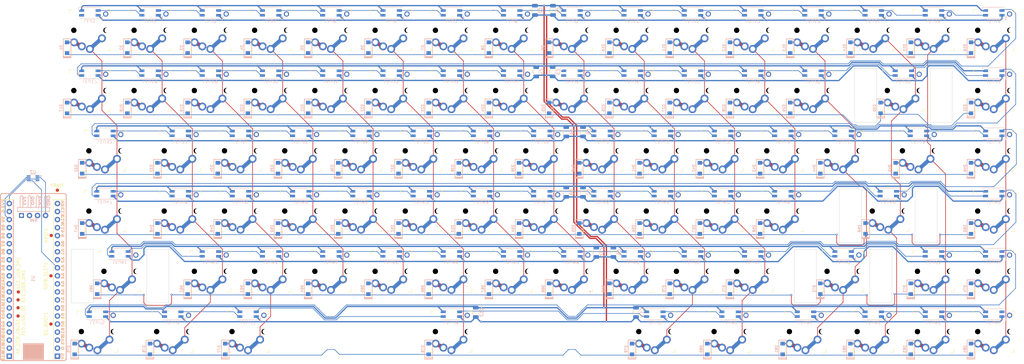
<source format=kicad_pcb>
(kicad_pcb (version 20241229) (generator "pcbnew") (generator_version "9.0")
  (layers (0 "F.Cu" signal) (2 "B.Cu" signal) (13 "F.Paste" user) (15 "B.Paste" user) (5 "F.SilkS" user "F.Silkscreen") (7 "B.SilkS" user "B.Silkscreen") (1 "F.Mask" user) (3 "B.Mask" user) (25 "Edge.Cuts" user))
  (net 0 "")
  (net 1 "Row0")
  (net 2 "+5V")
  (net 3 "LED")
  (net 4 "GND")
  (net 5 "Col0")
  (net 6 "Col1")
  (net 7 "Col2")
  (net 8 "Col3")
  (net 9 "Col4")
  (net 10 "Col5")
  (net 11 "Row1")
  (net 12 "Row2")
  (net 13 "Row3")
  (net 14 "Row4")
  (net 15 "Row5")
  (net 16 "Net-(D1-A)")
  (net 17 "Net-(D2-A)")
  (net 18 "Net-(D3-A)")
  (net 19 "Net-(D4-A)")
  (net 20 "Net-(D5-A)")
  (net 21 "Net-(D6-A)")
  (net 22 "Net-(D7-A)")
  (net 23 "Net-(D8-A)")
  (net 24 "Net-(D9-A)")
  (net 25 "Net-(D10-A)")
  (net 26 "Net-(D11-A)")
  (net 27 "Net-(D12-A)")
  (net 28 "Net-(D13-A)")
  (net 29 "Net-(D14-A)")
  (net 30 "Net-(D15-A)")
  (net 31 "Net-(D16-A)")
  (net 32 "Net-(D17-A)")
  (net 33 "Net-(D18-A)")
  (net 34 "Net-(D19-A)")
  (net 35 "Net-(D20-A)")
  (net 36 "Net-(D21-A)")
  (net 37 "Net-(D22-A)")
  (net 38 "Net-(D23-A)")
  (net 39 "Net-(D24-A)")
  (net 40 "Net-(D25-A)")
  (net 41 "Net-(D26-A)")
  (net 42 "Net-(D27-A)")
  (net 43 "Net-(D28-A)")
  (net 44 "Net-(D29-A)")
  (net 45 "Net-(D30-A)")
  (net 46 "Net-(D31-A)")
  (net 47 "Net-(D32-A)")
  (net 48 "Net-(D33-A)")
  (net 49 "Net-(D34-A)")
  (net 50 "Net-(D35-A)")
  (net 51 "Net-(D36-A)")
  (net 52 "Net-(D37-A)")
  (net 53 "Net-(D38-A)")
  (net 54 "Net-(D39-A)")
  (net 55 "Net-(D40-A)")
  (net 56 "Net-(D41-A)")
  (net 57 "Net-(D42-A)")
  (net 58 "Net-(D43-A)")
  (net 59 "Net-(D44-A)")
  (net 60 "Net-(D45-A)")
  (net 61 "Net-(D46-A)")
  (net 62 "Net-(D47-A)")
  (net 63 "Net-(D48-A)")
  (net 64 "Net-(D49-A)")
  (net 65 "Net-(D50-A)")
  (net 66 "Net-(D51-A)")
  (net 67 "Net-(D52-A)")
  (net 68 "Net-(D53-A)")
  (net 69 "Net-(D54-A)")
  (net 70 "Net-(D55-A)")
  (net 71 "Net-(D56-A)")
  (net 72 "Net-(D57-A)")
  (net 73 "Net-(D58-A)")
  (net 74 "Net-(D59-A)")
  (net 75 "Net-(D60-A)")
  (net 76 "Net-(D61-A)")
  (net 77 "Net-(D62-A)")
  (net 78 "Net-(D63-A)")
  (net 79 "Net-(D64-A)")
  (net 80 "Net-(D65-A)")
  (net 81 "Net-(D66-A)")
  (net 82 "Net-(D67-A)")
  (net 83 "Net-(D68-A)")
  (net 84 "Net-(D69-A)")
  (net 85 "Net-(D70-A)")
  (net 86 "Net-(D71-A)")
  (net 87 "Net-(D72-A)")
  (net 88 "Net-(D73-A)")
  (net 89 "Net-(D74-A)")
  (net 90 "Net-(D75-A)")
  (net 91 "Net-(D76-A)")
  (net 92 "Net-(D77-A)")
  (net 93 "Net-(D78-A)")
  (net 94 "Net-(D79-A)")
  (net 95 "Net-(D80-A)")
  (net 96 "Net-(D81-A)")
  (net 97 "Net-(D82-A)")
  (net 98 "Net-(D83-A)")
  (net 99 "Net-(D84-A)")
  (net 100 "Net-(LED10-DIN)")
  (net 101 "Net-(U1-A9_USBVB)")
  (net 102 "Net-(U1-A10_USBID)")
  (net 103 "Net-(U1-A11_USBDM)")
  (net 104 "Net-(U1-A12_USBDP)")
  (net 105 "Net-(U1-B2)")
  (net 106 "Net-(U1-R_NRST)")
  (net 107 "Net-(U1-A4)")
  (net 108 "Net-(LED1-DOUT)")
  (net 109 "Net-(U1-VBat)")
  (net 110 "Net-(U1-A3)")
  (net 111 "Net-(LED2-DOUT)")
  (net 112 "Net-(LED3-DOUT)")
  (net 113 "Net-(LED4-DOUT)")
  (net 114 "+3.3V")
  (net 117 "Net-(LED5-DOUT)")
  (net 118 "Net-(LED6-DOUT)")
  (net 119 "Net-(LED7-DOUT)")
  (net 120 "Net-(LED8-DOUT)")
  (net 121 "Net-(LED10-DOUT)")
  (net 122 "Net-(LED11-DOUT)")
  (net 123 "Net-(LED12-DOUT)")
  (net 124 "Net-(LED13-DOUT)")
  (net 125 "Net-(LED14-DOUT)")
  (net 126 "Net-(LED15-DOUT)")
  (net 127 "Net-(LED16-DOUT)")
  (net 128 "Net-(LED17-DOUT)")
  (net 129 "Net-(LED18-DOUT)")
  (net 130 "Net-(LED19-DOUT)")
  (net 131 "Net-(LED20-DOUT)")
  (net 132 "Net-(LED21-DOUT)")
  (net 133 "Net-(LED22-DOUT)")
  (net 134 "Net-(LED23-DOUT)")
  (net 135 "Net-(LED24-DOUT)")
  (net 136 "Net-(LED25-DOUT)")
  (net 137 "Net-(LED26-DOUT)")
  (net 138 "Net-(LED27-DOUT)")
  (net 139 "Net-(LED28-DOUT)")
  (net 140 "Net-(LED29-DOUT)")
  (net 141 "Net-(LED30-DOUT)")
  (net 142 "Net-(LED31-DOUT)")
  (net 143 "Net-(LED32-DOUT)")
  (net 144 "Net-(LED33-DOUT)")
  (net 145 "Net-(LED34-DOUT)")
  (net 146 "Net-(LED35-DOUT)")
  (net 147 "Net-(LED36-DOUT)")
  (net 148 "Net-(LED37-DOUT)")
  (net 149 "Net-(LED38-DOUT)")
  (net 150 "Net-(LED39-DOUT)")
  (net 151 "Net-(LED40-DOUT)")
  (net 152 "Net-(LED41-DOUT)")
  (net 153 "Net-(LED42-DOUT)")
  (net 154 "Net-(LED43-DOUT)")
  (net 155 "Net-(LED44-DOUT)")
  (net 156 "Net-(LED45-DOUT)")
  (net 157 "Net-(LED46-DOUT)")
  (net 158 "Net-(LED47-DOUT)")
  (net 159 "Net-(LED48-DOUT)")
  (net 160 "Net-(LED49-DOUT)")
  (net 161 "Net-(LED50-DOUT)")
  (net 162 "Net-(LED51-DOUT)")
  (net 163 "Net-(LED52-DOUT)")
  (net 164 "Net-(LED53-DOUT)")
  (net 165 "Net-(LED54-DOUT)")
  (net 166 "Net-(LED55-DOUT)")
  (net 167 "Net-(LED56-DOUT)")
  (net 168 "Net-(LED57-DOUT)")
  (net 169 "Net-(LED58-DOUT)")
  (net 170 "Net-(LED59-DOUT)")
  (net 171 "Net-(LED60-DOUT)")
  (net 172 "Net-(LED61-DOUT)")
  (net 173 "Net-(LED62-DOUT)")
  (net 174 "Net-(LED63-DOUT)")
  (net 175 "Net-(LED64-DOUT)")
  (net 176 "Net-(LED65-DOUT)")
  (net 177 "Net-(LED66-DOUT)")
  (net 178 "Net-(LED67-DOUT)")
  (net 179 "Net-(LED68-DOUT)")
  (net 180 "Net-(LED69-DOUT)")
  (net 181 "Net-(LED70-DOUT)")
  (net 182 "Net-(LED71-DOUT)")
  (net 183 "Net-(LED72-DOUT)")
  (net 184 "Net-(LED73-DOUT)")
  (net 185 "Net-(LED74-DOUT)")
  (net 186 "Net-(LED75-DOUT)")
  (net 187 "Net-(LED76-DOUT)")
  (net 188 "Net-(LED77-DOUT)")
  (net 189 "Net-(LED78-DOUT)")
  (net 190 "Net-(LED79-DOUT)")
  (net 191 "Net-(LED80-DOUT)")
  (net 192 "Net-(LED81-DOUT)")
  (net 193 "Net-(LED82-DOUT)")
  (net 194 "Net-(LED83-DOUT)")
  (net 195 "CAPS")
  (net 201 "Col6")
  (net 202 "Col7")
  (net 203 "Col8")
  (net 204 "Col9")
  (net 205 "Col10")
  (net 206 "Col11")
  (net 207 "Col12")
  (net 208 "Col13")
  (net 209 "Col14")
  (net 210 "Col15")
  (footprint "Key_Switches_Low_Profile:SW_MX_Kailh_Choc_V1V2_Mill-Max_Hybrid" (layer "F.Cu") (at 200.025 76.2)
    (property "Reference" "SW40" (hide yes))
    (property "Value" "SW_SPST" (hide yes))
  )
  (footprint "Key_Switches_Low_Profile:SW_MX_Kailh_Choc_V1V2_Mill-Max_Hybrid" (layer "F.Cu") (at 323.85 76.2)
    (property "Reference" "SW46" (hide yes))
    (property "Value" "SW_SPST" (hide yes))
  )
  (footprint "Key_Switches_Low_Profile:SW_MX_Kailh_Choc_V1V2_Mill-Max_Hybrid" (layer "F.Cu") (at 290.5125 95.25)
    (property "Reference" "SW59" (hide yes))
    (property "Value" "SW_SPST" (hide yes))
  )
  (footprint "Key_Switches_Low_Profile:SW_MX_Kailh_Choc_V1V2_Mill-Max_Hybrid" (layer "F.Cu") (at 123.825 76.2)
    (property "Reference" "SW36" (hide yes))
    (property "Value" "SW_SPST" (hide yes))
  )
  (footprint "Key_Switches_Low_Profile:SW_MX_Kailh_Choc_V1V2_Mill-Max_Hybrid" (layer "F.Cu") (at 257.175 76.2)
    (property "Reference" "SW43" (hide yes))
    (property "Value" "SW_SPST" (hide yes))
  )
  (footprint "Key_Switches_Low_Profile:SW_MX_Kailh_Choc_V1V2_Mill-Max_Hybrid" (layer "F.Cu") (at 228.6 57.15)
    (property "Reference" "SW27" (hide yes))
    (property "Value" "SW_SPST" (hide yes))
  )
  (footprint "PCM_marbastlib-mx:STAB_MX_5u" (layer "F.Cu") (at 152.4 133.35)
    (property "Reference" "REF**" (hide yes))
    (property "Value" "STAB_MX_5u")
  )
  (footprint "Key_Switches_Low_Profile:SW_MX_Kailh_Choc_V1V2_Mill-Max_Hybrid" (layer "F.Cu") (at 171.45 114.3)
    (property "Reference" "SW67" (hide yes))
    (property "Value" "SW_SPST" (hide yes))
  )
  (footprint "Key_Switches_Low_Profile:SW_MX_Kailh_Choc_V1V2_Mill-Max_Hybrid" (layer "F.Cu") (at 180.975 95.25)
    (property "Reference" "SW54" (hide yes))
    (property "Value" "SW_SPST" (hide yes))
  )
  (footprint "TestPoint:TestPoint_Pad_D1.0mm" (layer "F.Cu") (at 15.3979 128.415 -90)
    (property "Reference" "A9_USB_VBUS1")
    (property "Value" "TestPoint" (hide yes))
  )
  (footprint "Key_Switches_Low_Profile:SW_MX_Kailh_Choc_V1V2_Mill-Max_Hybrid" (layer "F.Cu") (at 142.875 95.25)
    (property "Reference" "SW52" (hide yes))
    (property "Value" "SW_SPST" (hide yes))
  )
  (footprint "TestPoint:TestPoint_Pad_D1.0mm" (layer "F.Cu") (at 15.3979 125.815 -90)
    (property "Reference" "A10_USB_ID1")
    (property "Value" "TestPoint" (hide yes))
  )
  (footprint "TestPoint:TestPoint_Pad_D1.0mm" (layer "F.Cu") (at 15.4979 120.815 -90)
    (property "Reference" "A12_USB_DP1")
    (property "Value" "TestPoint" (hide yes))
  )
  (footprint "Key_Switches_Low_Profile:SW_MX_Kailh_Choc_V1V2_Mill-Max_Hybrid" (layer "F.Cu") (at 247.65 57.15)
    (property "Reference" "SW28" (hide yes))
    (property "Value" "SW_SPST" (hide yes))
  )
  (footprint "Key_Switches_Low_Profile:SW_MX_Kailh_Choc_V1V2_Mill-Max_Hybrid" (layer "F.Cu") (at 104.775 76.2)
    (property "Reference" "SW35" (hide yes))
    (property "Value" "SW_SPST" (hide yes))
  )
  (footprint "Key_Switches_Low_Profile:SW_MX_Kailh_Choc_V1V2_Mill-Max_Hybrid" (layer "F.Cu") (at 190.5 57.15)
    (property "Reference" "SW25" (hide yes))
    (property "Value" "SW_SPST" (hide yes))
  )
  (footprint "Key_Switches_Low_Profile:SW_MX_Kailh_Choc_V1V2_Mill-Max_Hybrid" (layer "F.Cu") (at 152.4 57.15)
    (property "Reference" "SW23" (hide yes))
    (property "Value" "SW_SPST" (hide yes))
  )
  (footprint "Key_Switches_Low_Profile:SW_MX_Kailh_Choc_V1V2_Mill-Max_Hybrid" (layer "F.Cu") (at 238.125 76.2)
    (property "Reference" "SW42" (hide yes))
    (property "Value" "SW_SPST" (hide yes))
  )
  (footprint "Key_Switches_Low_Profile:SW_MX_Kailh_Choc_V1V2_Mill-Max_Hybrid" (layer "F.Cu") (at 219.075 95.25)
    (property "Reference" "SW56" (hide yes))
    (property "Value" "SW_SPST" (hide yes))
  )
  (footprint "Key_Switches_Low_Profile:SW_MX_Kailh_Choc_V1V2_Mill-Max_Hybrid" (layer "F.Cu") (at 216.69375 133.35)
    (property "Reference" "SW79" (hide yes))
    (property "Value" "SW_SPST" (hide yes))
  )
  (footprint "Key_Switches_Low_Profile:SW_MX_Kailh_Choc_V1V2_Mill-Max_Hybrid" (layer "F.Cu") (at 300.0375 76.2)
    (property "Reference" "SW45" (hide yes))
    (property "Value" "SW_SPST" (hide yes))
  )
  (footprint "Key_Switches_Low_Profile:SW_MX_Kailh_Choc_V1V2_Mill-Max_Hybrid" (layer "F.Cu") (at 114.3 114.3)
    (property "Reference" "SW64" (hide yes))
    (property "Value" "SW_SPST" (hide yes))
  )
  (footprint "TestPoint:TestPoint_Pad_D1.0mm" (layer "F.Cu") (at 15.3979 123.315 -90)
    (property "Reference" "A11_USB_DM1")
    (property "Value" "TestPoint" (hide yes))
  )
  (footprint "Key_Switches_Low_Profile:SW_MX_Kailh_Choc_V1V2_Mill-Max_Hybrid" (layer "F.Cu") (at 190.5 38.1)
    (property "Reference" "SW9" (hide yes))
    (property "Value" "SW_SPST" (hide yes))
  )
  (footprint "Key_Switches_Low_Profile:SW_MX_Kailh_Choc_V1V2_Mill-Max_Hybrid" (layer "F.Cu") (at 66.675 95.25)
    (property "Reference" "SW48" (hide yes))
    (property "Value" "SW_SPST" (hide yes))
  )
  (footprint "Key_Switches_Low_Profile:SW_MX_Kailh_Choc_V1V2_Mill-Max_Hybrid" (layer "F.Cu") (at 76.2 57.15)
    (property "Reference" "SW19" (hide yes))
    (property "Value" "SW_SPST" (hide yes))
  )
  (footprint "Key_Switches_Low_Profile:SW_MX_Kailh_Choc_V1V2_Mill-Max_Hybrid" (layer "F.Cu") (at 228.6 114.3)
    (property "Reference" "SW70" (hide yes))
    (property "Value" "SW_SPST" (hide yes))
  )
  (footprint "Key_Switches_Low_Profile:SW_MX_Kailh_Choc_V1V2_Mill-Max_Hybrid" (layer "F.Cu") (at 161.925 95.25)
    (property "Reference" "SW53" (hide yes))
    (property "Value" "SW_SPST" (hide yes))
  )
  (footprint "TestPoint:TestPoint_Pad_D1.0mm" (layer "F.Cu") (at 25.7979 115.715)
    (property "Reference" "SOI8_SLCT1")
    (property "Value" "TestPoint")
  )
  (footprint "Key_Switches_Low_Profile:SW_MX_Kailh_Choc_V1V2_Mill-Max_Hybrid" (layer "F.Cu") (at 304.8 114.3)
    (property "Reference" "SW73" (hide yes))
    (property "Value" "SW_SPST" (hide yes))
  )
  (footprint "Key_Switches_Low_Profile:SW_MX_Kailh_Choc_V1V2_Mill-Max_Hybrid" (layer "F.Cu") (at 64.29375 133.35)
    (property "Reference" "SW76" (hide yes))
    (property "Value" "SW_SPST" (hide yes))
  )
  (footprint "Gateron_LP_Stabilizers:STAB_MX_LP_2u" (layer "F.Cu") (at 276.225 114.3)
    (property "Reference" "REF**" (hide yes))
    (property "Value" "STAB_MX_LP_2u")
    (fp_rect (start -15.44 -7) (end -8.44 10) (stroke (width 0.1)) (fill no) (layer "Edge.Cuts"))
    (fp_rect (start 8.44 -7) (end 15.44 10) (stroke (width 0.1)) (fill no) (layer "Edge.Cuts"))
  )
  (footprint "Key_Switches_Low_Profile:SW_MX_Kailh_Choc_V1V2_Mill-Max_Hybrid" (layer "F.Cu") (at 114.3 57.15)
    (property "Reference" "SW21" (hide yes))
    (property "Value" "SW_SPST" (hide yes))
  )
  (footprint "Key_Switches_Low_Profile:SW_MX_Kailh_Choc_V1V2_Mill-Max_Hybrid" (layer "F.Cu") (at 142.875 76.2)
    (property "Reference" "SW37" (hide yes))
    (property "Value" "SW_SPST" (hide yes))
  )
  (footprint "Key_Switches_Low_Profile:SW_MX_Kailh_Choc_V1V2_Mill-Max_Hybrid" (layer "F.Cu") (at 85.725 76.2)
    (property "Reference" "SW34" (hide yes))
    (property "Value" "SW_SPST" (hide yes))
  )
  (footprint "Key_Switches_Low_Profile:SW_MX_Kailh_Choc_V1V2_Mill-Max_Hybrid" (layer "F.Cu") (at 38.1 38.1)
    (property "Reference" "SW1" (hide yes))
    (property "Value" "SW_SPST" (hide yes))
  )
  (footprint "Key_Switches_Low_Profile:SW_MX_Kailh_Choc_V1V2_Mill-Max_Hybrid" (layer "F.Cu") (at 276.225 114.3)
    (property "Reference" "SW72" (hide yes))
    (property "Value" "SW_SPST" (hide yes))
  )
  (footprint "Key_Switches_Low_Profile:SW_MX_Kailh_Choc_V1V2_Mill-Max_Hybrid" (layer "F.Cu") (at 323.85 38.1)
    (property "Reference" "SW16" (hide yes))
    (property "Value" "SW_SPST" (hide yes))
  )
  (footprint "Key_Switches_Low_Profile:SW_MX_Kailh_Choc_V1V2_Mill-Max_Hybrid" (layer "F.Cu") (at 123.825 95.25)
    (property "Reference" "SW51" (hide yes))
    (property "Value" "SW_SPST" (hide yes))
  )
  (footprint "Key_Switches_Low_Profile:SW_MX_Kailh_Choc_V1V2_Mill-Max_Hybrid" (layer "F.Cu") (at 276.225 76.2)
    (property "Reference" "SW44" (hide yes))
    (property "Value" "SW_SPST" (hide yes))
  )
  (footprint "Gateron_LP_Stabilizers:STAB_MX_LP_2u" (layer "F.Cu") (at 290.5125 95.25)
    (property "Reference" "REF**" (hide yes))
    (property "Value" "STAB_MX_LP_2u")
    (fp_rect (start -15.44 -7) (end -8.44 10) (stroke (width 0.1)) (fill no) (layer "Edge.Cuts"))
    (fp_rect (start 8.44 -7) (end 15.44 10) (stroke (width 0.1)) (fill no) (layer "Edge.Cuts"))
  )
  (footprint "Key_Switches_Low_Profile:SW_MX_Kailh_Choc_V1V2_Mill-Max_Hybrid" (layer "F.Cu") (at 38.1 57.15)
    (property "Reference" "SW17" (hide yes))
    (property "Value" "SW_SPST" (hide yes))
  )
  (footprint "Key_Switches_Low_Profile:SW_MX_Kailh_Choc_V1V2_Mill-Max_Hybrid" (layer "F.Cu") (at 266.7 57.15)
    (property "Reference" "SW29" (hide yes))
    (property "Value" "SW_SPST" (hide yes))
  )
  (footprint "Key_Switches_Low_Profile:SW_MX_Kailh_Choc_V1V2_Mill-Max_Hybrid" (layer "F.Cu") (at 295.275 57.15)
    (property "Reference" "SW30" (hide yes))
    (property "Value" "SW_SPST" (hide yes))
  )
  (footprint "Key_Switches_Low_Profile:SW_MX_Kailh_Choc_V1V2_Mill-Max_Hybrid" (layer "F.Cu") (at 323.85 95.25)
    (property "Reference" "SW60" (hide yes))
    (property "Value" "SW_SPST" (hide yes))
  )
  (footprint "Key_Switches_Low_Profile:SW_MX_Kailh_Choc_V1V2_Mill-Max_Hybrid" (layer "F.Cu") (at 323.85 57.15)
    (property "Reference" "SW31" (hide yes))
    (property "Value" "SW_SPST" (hide yes))
  )
  (footprint "Key_Switches_Low_Profile:SW_MX_Kailh_Choc_V1V2_Mill-Max_Hybrid" (layer "F.Cu") (at 95.25 38.1)
    (property "Reference" "SW4" (hide yes))
    (property "Value" "SW_SPST" (hide yes))
  )
  (footprint "Key_Switches_Low_Profile:SW_MX_Kailh_Choc_V1V2_Mill-Max_Hybrid" (layer "F.Cu") (at 171.45 38.1)
    (property "Reference" "SW8" (hide yes))
    (property "Value" "SW_SPST" (hide yes))
  )
  (footprint "Key_Switches_Low_Profile:SW_MX_Kailh_Choc_V1V2_Mill-Max_Hybrid" (layer "F.Cu") (at 40.48125 133.35)
    (property "Reference" "SW75" (hide yes))
    (property "Value" "SW_SPST" (hide yes))
  )
  (footprint "Key_Switches_Low_Profile:SW_MX_Kailh_Choc_V1V2_Mill-Max_Hybrid" (layer "F.Cu") (at 304.8 38.1)
    (property "Reference" "SW15" (hide yes))
    (property "Value" "SW_SPST" (hide yes))
  )
  (footprint "Key_Switches_Low_Profile:SW_MX_Kailh_Choc_V1V2_Mill-Max_Hybrid" (layer "F.Cu") (at 209.55 38.1)
    (property "Reference" "SW10" (hide yes))
    (property "Value" "SW_SPST" (hide yes))
  )
  (footprint "Key_Switches_Low_Profile:SW_MX_Kailh_Choc_V1V2_Mill-Max_Hybrid" (layer "F.Cu") (at 152.4 38.1)
    (property "Reference" "SW7" (hide yes))
    (property "Value" "SW_SPST" (hide yes))
  )
  (footprint "Key_Switches_Low_Profile:SW_MX_Kailh_Choc_V1V2_Mill-Max_Hybrid" (layer "F.Cu") (at 57.15 57.15)
    (property "Reference" "SW18" (hide yes))
    (property "Value" "SW_SPST" (hide yes))
  )
  (footprint "Key_Switches_Low_Profile:SW_MX_Kailh_Choc_V1V2_Mill-Max_Hybrid" (layer "F.Cu") (at 42.8625 95.25)
    (property "Reference" "SW47" (hide yes))
    (property "Value" "SW_SPST" (hide yes))
  )
  (footprint "Key_Switches_Low_Profile:SW_MX_Kailh_Choc_V1V2_Mill-Max_Hybrid" (layer "F.Cu") (at 66.675 76.2)
    (property "Reference" "SW33" (hide yes))
    (property "Value" "SW_SPST" (hide yes))
  )
  (footprint "Key_Switches_Low_Profile:SW_MX_Kailh_Choc_V1V2_Mill-Max_Hybrid" (layer "F.Cu") (at 95.25 57.15)
    (property "Reference" "SW20" (hide yes))
    (property "Value" "SW_SPST" (hide yes))
  )
  (footprint "Key_Switches_Low_Profile:SW_MX_Kailh_Choc_V1V2_Mill-Max_Hybrid" (layer "F.Cu") (at 209.55 114.3)
    (property "Reference" "SW69" (hide yes))
    (property "Value" "SW_SPST" (hide yes))
  )
  (footprint "Key_Switches_Low_Profile:SW_MX_Kailh_Choc_V1V2_Mill-Max_Hybrid" (layer "F.Cu") (at 76.2 114.3)
    (property "Reference" "SW62" (hide yes))
    (property "Value" "SW_SPST" (hide yes))
  )
  (footprint "Key_Switches_Low_Profile:SW_MX_Kailh_Choc_V1V2_Mill-Max_Hybrid" (layer "F.Cu") (at 257.175 95.25)
    (property "Reference" "SW58" (hide yes))
    (property "Value" "SW_SPST" (hide yes))
  )
  (footprint "Key_Switches_Low_Profile:SW_MX_Kailh_Choc_V1V2_Mill-Max_Hybrid" (layer "F.Cu") (at 304.8 133.35)
    (property "Reference" "SW83" (hide yes))
    (property "Value" "SW_SPST" (hide yes))
  )
  (footprint "Key_Switches_Low_Profile:SW_MX_Kailh_Choc_V1V2_Mill-Max_Hybrid" (layer "F.Cu") (at 161.925 76.2)
    (property "Reference" "SW38" (hide yes))
    (property "Value" "SW_SPST" (hide yes))
  )
  (footprint "Key_Switches_Low_Profile:SW_MX_Kailh_Choc_V1V2_Mill-Max_Hybrid" (layer "F.Cu") (at 42.8625 76.2)
    (property "Reference" "SW32" (hide yes))
    (property "Value" "SW_SPST" (hide yes))
  )
  (footprint "Key_Switches_Low_Profile:SW_MX_Kailh_Choc_V1V2_Mill-Max_Hybrid" (layer "F.Cu") (at 266.7 38.1)
    (property "Reference" "SW13" (hide yes))
    (property "Value" "SW_SPST" (hide yes))
  )
  (footprint "Key_Switches_Low_Profile:SW_MX_Kailh_Choc_V1V2_Mill-Max_Hybrid" (layer "F.Cu") (at 114.3 38.1)
    (property "Reference" "SW5" (hide yes))
    (property "Value" "SW_SPST" (hide yes))
  )
  (footprint "Key_Switches_Low_Profile:SW_MX_Kailh_Choc_V1V2_Mill-Max_Hybrid" (layer "F.Cu") (at 133.35 57.15)
    (property "Reference" "SW22" (hide yes))
    (property "Value" "SW_SPST" (hide yes))
  )
  (footprint "Gateron_LP_Stabilizers:STAB_MX_LP_2u" (layer "F.Cu") (at 295.275 57.15)
    (property "Reference" "REF**" (hide yes))
    (property "Value" "STAB_MX_LP_2u")
    (fp_rect (start -15.44 -7) (end -8.44 10) (stroke (width 0.1)) (fill no) (layer "Edge.Cuts"))
    (fp_rect (start 8.44 -7) (end 15.44 10) (stroke (width 0.1)) (fill no) (layer "Edge.Cuts"))
  )
  (footprint "Key_Switches_Low_Profile:SW_MX_Kailh_Choc_V1V2_Mill-Max_Hybrid" (layer "F.Cu") (at 85.725 95.25)
    (property "Reference" "SW49" (hide yes))
    (property "Value" "SW_SPST" (hide yes))
  )
  (footprint "Key_Switches_Low_Profile:SW_MX_Kailh_Choc_V1V2_Mill-Max_Hybrid" (layer "F.Cu") (at 200.025 95.25)
    (property "Reference" "SW55" (hide yes))
    (property "Value" "SW_SPST" (hide yes))
  )
  (footprint "Key_Switches_Low_Profile:SW_MX_Kailh_Choc_V1V2_Mill-Max_Hybrid" (layer "F.Cu") (at 323.85 133.35)
    (property "Reference" "SW84" (hide yes))
    (property "Value" "SW_SPST" (hide yes))
  )
  (footprint "Key_Switches_Low_Profile:SW_MX_Kailh_Choc_V1V2_Mill-Max_Hybrid" (layer "F.Cu") (at 171.45 57.15)
    (property "Reference" "SW24" (hide yes))
    (property "Value" "SW_SPST" (hide yes))
  )
  (footprint "Key_Switches_Low_Profile:SW_MX_Kailh_Choc_V1V2_Mill-Max_Hybrid" (layer "F.Cu") (at 247.65 114.3)
    (property "Reference" "SW71" (hide yes))
    (property "Value" "SW_SPST" (hide yes))
  )
  (footprint "Key_Switches_Low_Profile:SW_MX_Kailh_Choc_V1V2_Mill-Max_Hybrid" (layer "F.Cu") (at 228.6 38.1)
    (property "Reference" "SW11" (hide yes))
    (property "Value" "SW_SPST" (hide yes))
  )
  (footprint "Key_Switches_Low_Profile:SW_MX_Kailh_Choc_V1V2_Mill-Max_Hybrid" (layer "F.Cu") (at 133.35 38.1)
    (property "Reference" "SW6" (hide yes))
    (property "Value" "SW_SPST" (hide yes))
  )
  (footprint "Key_Switches_Low_Profile:SW_MX_Kailh_Choc_V1V2_Mill-Max_Hybrid" (layer "F.Cu") (at 88.10625 133.35)
    (property "Reference" "SW77" (hide yes))
    (property "Value" "SW_SPST" (hide yes))
  )
  (footprint "Key_Switches_Low_Profile:SW_MX_Kailh_Choc_V1V2_Mill-Max_Hybrid" (layer "F.Cu") (at 247.65 38.1)
    (property "Reference" "SW12" (hide yes))
    (property "Value" "SW_SPST" (hide yes))
  )
  (footprint "TestPoint:TestPoint_Pad_D1.0mm" (layer "F.Cu") (at 25.7979 130.965)
    (property "Reference" "B2_BOOT1")
    (property "Value" "TestPoint")
  )
  (footprint "Key_Switches_Low_Profile:SW_MX_Kailh_Choc_V1V2_Mill-Max_Hybrid" (layer "F.Cu") (at 152.4 133.35)
    (property "Reference" "SW78" (hide yes))
    (property "Value" "SW_SPST" (hide yes))
  )
  (footprint "Key_Switches_Low_Profile:SW_MX_Kailh_Choc_V1V2_Mill-Max_Hybrid" (layer "F.Cu") (at 76.2 38.1)
    (property "Reference" "SW3" (hide yes))
    (property "Value" "SW_SPST" (hide yes))
  )
  (footprint "Key_Switches_Low_Profile:SW_MX_Kailh_Choc_V1V2_Mill-Max_Hybrid" (layer "F.Cu") (at 285.75 38.1)
    (property "Reference" "SW14" (hide yes))
    (property "Value" "SW_SPST" (hide yes))
  )
  (footprint "Key_Switches_Low_Profile:SW_MX_Kailh_Choc_V1V2_Mill-Max_Hybrid" (layer "F.Cu") (at 104.775 95.25)
    (property "Reference" "SW50" (hide yes))
    (property "Value" "SW_SPST" (hide yes))
  )
  (footprint "TestPoint:TestPoint_Pad_D1.0mm" (layer "F.Cu") (at 25.8979 102.965)
    (property "Reference" "NRST1")
    (property "Value" "TestPoint")
  )
  (footprint "Key_Switches_Low_Profile:SW_MX_Kailh_Choc_V1V2_Mill-Max_Hybrid" (layer "F.Cu") (at 240.50625 133.35)
    (property "Reference" "SW80" (hide yes))
    (property "Value" "SW_SPST" (hide yes))
  )
  (footprint "Key_Switches_Low_Profile:SW_MX_Kailh_Choc_V1V2_Mill-Max_Hybrid" (layer "F.Cu") (at 133.35 114.3)
    (property "Reference" "SW65" (hide yes))
    (property "Value" "SW_SPST" (hide yes))
  )
  (footprint "Key_Switches_Low_Profile:SW_MX_Kailh_Choc_V1V2_Mill-Max_Hybrid" (layer "F.Cu") (at 285.75 133.35)
    (property "Reference" "SW82" (hide yes))
    (property "Value" "SW_SPST" (hide yes))
  )
  (footprint "Key_Switches_Low_Profile:SW_MX_Kailh_Choc_V1V2_Mill-Max_Hybrid" (layer "F.Cu") (at 180.975 76.2)
    (property "Reference" "SW39" (hide yes))
    (property "Value" "SW_SPST" (hide yes))
  )
  (footprint "Key_Switches_Low_Profile:SW_MX_Kailh_Choc_V1V2_Mill-Max_Hybrid" (layer "F.Cu") (at 152.4 114.3)
    (property "Reference" "SW66" (hide yes))
    (property "Value" "SW_SPST" (hide yes))
  )
  (footprint "Key_Switches_Low_Profile:SW_MX_Kailh_Choc_V1V2_Mill-Max_Hybrid" (layer "F.Cu") (at 323.85 114.3)
    (property "Reference" "SW74" (hide yes))
    (property "Value" "SW_SPST" (hide yes))
  )
  (footprint "TestPoint:TestPoint_Pad_D1.0mm" (layer "F.Cu") (at 27.8354 88.665)
    (property "Reference" "VBat1")
    (property "Value" "TestPoint")
  )
  (footprint "Gateron_LP_Stabilizers:STAB_MX_LP_2u" (layer "F.Cu") (at 47.625 114.3)
    (property "Reference" "REF**" (hide yes))
    (property "Value" "STAB_MX_LP_2u")
    (fp_rect (start -15.44 -7) (end -8.44 10) (stroke (width 0.1)) (fill no) (layer "Edge.Cuts"))
    (fp_rect (start 8.44 -7) (end 15.44 10) (stroke (width 0.1)) (fill no) (layer "Edge.Cuts"))
  )
  (footprint "Key_Switches_Low_Profile:SW_MX_Kailh_Choc_V1V2_Mill-Max_Hybrid" (layer "F.Cu") (at 57.15 38.1)
    (property "Reference" "SW2" (hide yes))
    (property "Value" "SW_SPST" (hide yes))
  )
  (footprint "Key_Switches_Low_Profile:SW_MX_Kailh_Choc_V1V2_Mill-Max_Hybrid" (layer "F.Cu") (at 238.125 95.25)
    (property "Reference" "SW57" (hide yes))
    (property "Value" "SW_SPST" (hide yes))
  )
  (footprint "Key_Switches_Low_Profile:SW_MX_Kailh_Choc_V1V2_Mill-Max_Hybrid" (layer "F.Cu") (at 209.55 57.15)
    (property "Reference" "SW26" (hide yes))
    (property "Value" "SW_SPST" (hide yes))
  )
  (footprint "Key_Switches_Low_Profile:SW_MX_Kailh_Choc_V1V2_Mill-Max_Hybrid" (layer "F.Cu") (at 219.075 76.2)
    (property "Reference" "SW41" (hide yes))
    (property "Value" "SW_SPST" (hide yes))
  )
  (footprint "Key_Switches_Low_Profile:SW_MX_Kailh_Choc_V1V2_Mill-Max_Hybrid" (layer "F.Cu") (at 264.31875 133.35)
    (property "Reference" "SW81" (hide yes))
    (property "Value" "SW_SPST" (hide yes))
  )
  (footprint "Key_Switches_Low_Profile:SW_MX_Kailh_Choc_V1V2_Mill-Max_Hybrid" (layer "F.Cu") (at 95.25 114.3)
    (property "Reference" "SW63" (hide yes))
    (property "Value" "SW_SPST" (hide yes))
  )
  (footprint "Key_Switches_Low_Profile:SW_MX_Kailh_Choc_V1V2_Mill-Max_Hybrid" (layer "F.Cu") (at 47.625 114.3)
    (property "Reference" "SW61" (hide yes))
    (property "Value" "SW_SPST" (hide yes))
  )
  (footprint "Key_Switches_Low_Profile:SW_MX_Kailh_Choc_V1V2_Mill-Max_Hybrid" (layer "F.Cu") (at 190.5 114.3)
    (property "Reference" "SW68" (hide yes))
    (property "Value" "SW_SPST" (hide yes))
  )
  (footprint "LED_SMD:LED_SK6812MINI-E_Reversed_PLCC4_3.2x2.8mm_P1.5mm" (layer "B.Cu") (at 190.5 51.65)
    (property "Reference" "LED25")
    (property "Value" "SK6812MINI-E")
    (fp_line (start -1.8 1.4) (end -1.8 -1.4) (stroke (width 0.05)) (layer "Edge.Cuts"))
    (fp_line (start -1.6 -1.6) (end 1.6 -1.6) (stroke (width 0.05)) (layer "Edge.Cuts"))
    (fp_line (start -1.6 1.6) (end 1.6 1.6) (stroke (width 0.05)) (layer "Edge.Cuts"))
    (fp_line (start 1.8 1.4) (end 1.8 -1.4) (stroke (width 0.05)) (layer "Edge.Cuts"))
    (fp_arc (start -1.8 -1.4) (mid -1.741421 -1.541421) (end -1.6 -1.6) (stroke (width 0.05)) (layer "Edge.Cuts"))
    (fp_arc (start -1.6 1.6) (mid -1.741421 1.541421) (end -1.8 1.4) (stroke (width 0.05)) (layer "Edge.Cuts"))
    (fp_arc (start 1.6 -1.6) (mid 1.741421 -1.541421) (end 1.8 -1.4) (stroke (width 0.05)) (layer "Edge.Cuts"))
    (fp_arc (start 1.8 1.4) (mid 1.741421 1.541421) (end 1.6 1.6) (stroke (width 0.05)) (layer "Edge.Cuts"))
  )
  (footprint "Keyboard_Parts_Footprint:D_SOD123" (layer "B.Cu") (at 230.925 100.75 90)
    (property "Reference" "D57")
    (property "Value" "D" (hide yes))
  )
  (footprint "LED_SMD:LED_SK6812MINI-E_Reversed_PLCC4_3.2x2.8mm_P1.5mm" (layer "B.Cu") (at 190.5 32.6)
    (property "Reference" "LED9")
    (property "Value" "SK6812MINI-E")
    (fp_line (start -1.8 1.4) (end -1.8 -1.4) (stroke (width 0.05)) (layer "Edge.Cuts"))
    (fp_line (start -1.6 -1.6) (end 1.6 -1.6) (stroke (width 0.05)) (layer "Edge.Cuts"))
    (fp_line (start -1.6 1.6) (end 1.6 1.6) (stroke (width 0.05)) (layer "Edge.Cuts"))
    (fp_line (start 1.8 1.4) (end 1.8 -1.4) (stroke (width 0.05)) (layer "Edge.Cuts"))
    (fp_arc (start -1.8 -1.4) (mid -1.741421 -1.541421) (end -1.6 -1.6) (stroke (width 0.05)) (layer "Edge.Cuts"))
    (fp_arc (start -1.6 1.6) (mid -1.741421 1.541421) (end -1.8 1.4) (stroke (width 0.05)) (layer "Edge.Cuts"))
    (fp_arc (start 1.6 -1.6) (mid 1.741421 -1.541421) (end 1.8 -1.4) (stroke (width 0.05)) (layer "Edge.Cuts"))
    (fp_arc (start 1.8 1.4) (mid 1.741421 1.541421) (end 1.6 1.6) (stroke (width 0.05)) (layer "Edge.Cuts"))
  )
  (footprint "Keyboard_Parts_Footprint:D_SOD123" (layer "B.Cu") (at 192.825 100.75 90)
    (property "Reference" "D55")
    (property "Value" "D" (hide yes))
  )
  (footprint "Keyboard_Parts_Footprint:D_SOD123" (layer "B.Cu") (at 69 62.65 90)
    (property "Reference" "D19")
    (property "Value" "D" (hide yes))
  )
  (footprint "Keyboard_Parts_Footprint:D_SOD123" (layer "B.Cu") (at 145.2 138.85 90)
    (property "Reference" "D78")
    (property "Value" "D" (hide yes))
  )
  (footprint "LED_SMD:LED_SK6812MINI-E_Reversed_PLCC4_3.2x2.8mm_P1.5mm" (layer "B.Cu") (at 295.275 51.65)
    (property "Reference" "LED30")
    (property "Value" "SK6812MINI-E")
    (fp_line (start -1.8 1.4) (end -1.8 -1.4) (stroke (width 0.05)) (layer "Edge.Cuts"))
    (fp_line (start -1.6 -1.6) (end 1.6 -1.6) (stroke (width 0.05)) (layer "Edge.Cuts"))
    (fp_line (start -1.6 1.6) (end 1.6 1.6) (stroke (width 0.05)) (layer "Edge.Cuts"))
    (fp_line (start 1.8 1.4) (end 1.8 -1.4) (stroke (width 0.05)) (layer "Edge.Cuts"))
    (fp_arc (start -1.8 -1.4) (mid -1.741421 -1.541421) (end -1.6 -1.6) (stroke (width 0.05)) (layer "Edge.Cuts"))
    (fp_arc (start -1.6 1.6) (mid -1.741421 1.541421) (end -1.8 1.4) (stroke (width 0.05)) (layer "Edge.Cuts"))
    (fp_arc (start 1.6 -1.6) (mid 1.741421 -1.541421) (end 1.8 -1.4) (stroke (width 0.05)) (layer "Edge.Cuts"))
    (fp_arc (start 1.8 1.4) (mid 1.741421 1.541421) (end 1.6 1.6) (stroke (width 0.05)) (layer "Edge.Cuts"))
  )
  (footprint "Capacitor_SMD:C_1206_3216Metric" (layer "B.Cu") (at 188.7 89.275 90)
    (property "Reference" "C8")
    (property "Value" "100nF")
  )
  (footprint "LED_SMD:LED_SK6812MINI-E_Reversed_PLCC4_3.2x2.8mm_P1.5mm" (layer "B.Cu") (at 171.45 51.65)
    (property "Reference" "LED24")
    (property "Value" "SK6812MINI-E")
    (fp_line (start -1.8 1.4) (end -1.8 -1.4) (stroke (width 0.05)) (layer "Edge.Cuts"))
    (fp_line (start -1.6 -1.6) (end 1.6 -1.6) (stroke (width 0.05)) (layer "Edge.Cuts"))
    (fp_line (start -1.6 1.6) (end 1.6 1.6) (stroke (width 0.05)) (layer "Edge.Cuts"))
    (fp_line (start 1.8 1.4) (end 1.8 -1.4) (stroke (width 0.05)) (layer "Edge.Cuts"))
    (fp_arc (start -1.8 -1.4) (mid -1.741421 -1.541421) (end -1.6 -1.6) (stroke (width 0.05)) (layer "Edge.Cuts"))
    (fp_arc (start -1.6 1.6) (mid -1.741421 1.541421) (end -1.8 1.4) (stroke (width 0.05)) (layer "Edge.Cuts"))
    (fp_arc (start 1.6 -1.6) (mid 1.741421 -1.541421) (end 1.8 -1.4) (stroke (width 0.05)) (layer "Edge.Cuts"))
    (fp_arc (start 1.8 1.4) (mid 1.741421 1.541421) (end 1.6 1.6) (stroke (width 0.05)) (layer "Edge.Cuts"))
  )
  (footprint "Keyboard_Parts_Footprint:D_SOD123" (layer "B.Cu") (at 126.15 43.6 90)
    (property "Reference" "D6")
    (property "Value" "D" (hide yes))
  )
  (footprint "LED_SMD:LED_SK6812MINI-E_Reversed_PLCC4_3.2x2.8mm_P1.5mm" (layer "B.Cu") (at 42.8625 89.75)
    (property "Reference" "LED47")
    (property "Value" "SK6812MINI-E")
    (fp_line (start -1.8 1.4) (end -1.8 -1.4) (stroke (width 0.05)) (layer "Edge.Cuts"))
    (fp_line (start -1.6 -1.6) (end 1.6 -1.6) (stroke (width 0.05)) (layer "Edge.Cuts"))
    (fp_line (start -1.6 1.6) (end 1.6 1.6) (stroke (width 0.05)) (layer "Edge.Cuts"))
    (fp_line (start 1.8 1.4) (end 1.8 -1.4) (stroke (width 0.05)) (layer "Edge.Cuts"))
    (fp_arc (start -1.8 -1.4) (mid -1.741421 -1.541421) (end -1.6 -1.6) (stroke (width 0.05)) (layer "Edge.Cuts"))
    (fp_arc (start -1.6 1.6) (mid -1.741421 1.541421) (end -1.8 1.4) (stroke (width 0.05)) (layer "Edge.Cuts"))
    (fp_arc (start 1.6 -1.6) (mid 1.741421 -1.541421) (end 1.8 -1.4) (stroke (width 0.05)) (layer "Edge.Cuts"))
    (fp_arc (start 1.8 1.4) (mid 1.741421 1.541421) (end 1.6 1.6) (stroke (width 0.05)) (layer "Edge.Cuts"))
  )
  (footprint "LED_SMD:LED_SK6812MINI-E_Reversed_PLCC4_3.2x2.8mm_P1.5mm" (layer "B.Cu") (at 85.725 70.7)
    (property "Reference" "LED34")
    (property "Value" "SK6812MINI-E")
    (fp_line (start -1.8 1.4) (end -1.8 -1.4) (stroke (width 0.05)) (layer "Edge.Cuts"))
    (fp_line (start -1.6 -1.6) (end 1.6 -1.6) (stroke (width 0.05)) (layer "Edge.Cuts"))
    (fp_line (start -1.6 1.6) (end 1.6 1.6) (stroke (width 0.05)) (layer "Edge.Cuts"))
    (fp_line (start 1.8 1.4) (end 1.8 -1.4) (stroke (width 0.05)) (layer "Edge.Cuts"))
    (fp_arc (start -1.8 -1.4) (mid -1.741421 -1.541421) (end -1.6 -1.6) (stroke (width 0.05)) (layer "Edge.Cuts"))
    (fp_arc (start -1.6 1.6) (mid -1.741421 1.541421) (end -1.8 1.4) (stroke (width 0.05)) (layer "Edge.Cuts"))
    (fp_arc (start 1.6 -1.6) (mid 1.741421 -1.541421) (end 1.8 -1.4) (stroke (width 0.05)) (layer "Edge.Cuts"))
    (fp_arc (start 1.8 1.4) (mid 1.741421 1.541421) (end 1.6 1.6) (stroke (width 0.05)) (layer "Edge.Cuts"))
  )
  (footprint "Keyboard_Parts_Footprint:D_SOD123" (layer "B.Cu") (at 202.35 43.6 90)
    (property "Reference" "D10")
    (property "Value" "D" (hide yes))
  )
  (footprint "Keyboard_Parts_Footprint:D_SOD123" (layer "B.Cu") (at 240.45 119.8 90)
    (property "Reference" "D71")
    (property "Value" "D" (hide yes))
  )
  (footprint "Keyboard_Parts_Footprint:D_SOD123" (layer "B.Cu") (at 88.05 43.6 90)
    (property "Reference" "D4")
    (property "Value" "D" (hide yes))
  )
  (footprint "Keyboard_Parts_Footprint:D_SOD123" (layer "B.Cu") (at 230.925 81.7 90)
    (property "Reference" "D42")
    (property "Value" "D" (hide yes))
  )
  (footprint "Capacitor_SMD:C_1206_3216Metric" (layer "B.Cu") (at 210.75 127.275 90)
    (property "Reference" "C11")
    (property "Value" "100nF")
  )
  (footprint "LED_SMD:LED_SK6812MINI-E_Reversed_PLCC4_3.2x2.8mm_P1.5mm" (layer "B.Cu") (at 133.35 32.6)
    (property "Reference" "LED6")
    (property "Value" "SK6812MINI-E")
    (fp_line (start -1.8 1.4) (end -1.8 -1.4) (stroke (width 0.05)) (layer "Edge.Cuts"))
    (fp_line (start -1.6 -1.6) (end 1.6 -1.6) (stroke (width 0.05)) (layer "Edge.Cuts"))
    (fp_line (start -1.6 1.6) (end 1.6 1.6) (stroke (width 0.05)) (layer "Edge.Cuts"))
    (fp_line (start 1.8 1.4) (end 1.8 -1.4) (stroke (width 0.05)) (layer "Edge.Cuts"))
    (fp_arc (start -1.8 -1.4) (mid -1.741421 -1.541421) (end -1.6 -1.6) (stroke (width 0.05)) (layer "Edge.Cuts"))
    (fp_arc (start -1.6 1.6) (mid -1.741421 1.541421) (end -1.8 1.4) (stroke (width 0.05)) (layer "Edge.Cuts"))
    (fp_arc (start 1.6 -1.6) (mid 1.741421 -1.541421) (end 1.8 -1.4) (stroke (width 0.05)) (layer "Edge.Cuts"))
    (fp_arc (start 1.8 1.4) (mid 1.741421 1.541421) (end 1.6 1.6) (stroke (width 0.05)) (layer "Edge.Cuts"))
  )
  (footprint "Keyboard_Parts_Footprint:D_SOD123" (layer "B.Cu") (at 88.05 119.8 90)
    (property "Reference" "D63")
    (property "Value" "D" (hide yes))
  )
  (footprint "Keyboard_Parts_Footprint:D_SOD123" (layer "B.Cu") (at 35.6625 81.7 90)
    (property "Reference" "D32")
    (property "Value" "D" (hide yes))
  )
  (footprint "LED_SMD:LED_SK6812MINI-E_Reversed_PLCC4_3.2x2.8mm_P1.5mm" (layer "B.Cu") (at 323.85 51.65)
    (property "Reference" "LED31")
    (property "Value" "SK6812MINI-E")
    (fp_line (start -1.8 1.4) (end -1.8 -1.4) (stroke (width 0.05)) (layer "Edge.Cuts"))
    (fp_line (start -1.6 -1.6) (end 1.6 -1.6) (stroke (width 0.05)) (layer "Edge.Cuts"))
    (fp_line (start -1.6 1.6) (end 1.6 1.6) (stroke (width 0.05)) (layer "Edge.Cuts"))
    (fp_line (start 1.8 1.4) (end 1.8 -1.4) (stroke (width 0.05)) (layer "Edge.Cuts"))
    (fp_arc (start -1.8 -1.4) (mid -1.741421 -1.541421) (end -1.6 -1.6) (stroke (width 0.05)) (layer "Edge.Cuts"))
    (fp_arc (start -1.6 1.6) (mid -1.741421 1.541421) (end -1.8 1.4) (stroke (width 0.05)) (layer "Edge.Cuts"))
    (fp_arc (start 1.6 -1.6) (mid 1.741421 -1.541421) (end 1.8 -1.4) (stroke (width 0.05)) (layer "Edge.Cuts"))
    (fp_arc (start 1.8 1.4) (mid 1.741421 1.541421) (end 1.6 1.6) (stroke (width 0.05)) (layer "Edge.Cuts"))
  )
  (footprint "LED_SMD:LED_SK6812MINI-E_Reversed_PLCC4_3.2x2.8mm_P1.5mm" (layer "B.Cu") (at 209.55 108.8)
    (property "Reference" "LED69")
    (property "Value" "SK6812MINI-E")
    (fp_line (start -1.8 1.4) (end -1.8 -1.4) (stroke (width 0.05)) (layer "Edge.Cuts"))
    (fp_line (start -1.6 -1.6) (end 1.6 -1.6) (stroke (width 0.05)) (layer "Edge.Cuts"))
    (fp_line (start -1.6 1.6) (end 1.6 1.6) (stroke (width 0.05)) (layer "Edge.Cuts"))
    (fp_line (start 1.8 1.4) (end 1.8 -1.4) (stroke (width 0.05)) (layer "Edge.Cuts"))
    (fp_arc (start -1.8 -1.4) (mid -1.741421 -1.541421) (end -1.6 -1.6) (stroke (width 0.05)) (layer "Edge.Cuts"))
    (fp_arc (start -1.6 1.6) (mid -1.741421 1.541421) (end -1.8 1.4) (stroke (width 0.05)) (layer "Edge.Cuts"))
    (fp_arc (start 1.6 -1.6) (mid 1.741421 -1.541421) (end 1.8 -1.4) (stroke (width 0.05)) (layer "Edge.Cuts"))
    (fp_arc (start 1.8 1.4) (mid 1.741421 1.541421) (end 1.6 1.6) (stroke (width 0.05)) (layer "Edge.Cuts"))
  )
  (footprint "LED_SMD:LED_SK6812MINI-E_Reversed_PLCC4_3.2x2.8mm_P1.5mm" (layer "B.Cu") (at 123.825 89.75)
    (property "Reference" "LED51")
    (property "Value" "SK6812MINI-E")
    (fp_line (start -1.8 1.4) (end -1.8 -1.4) (stroke (width 0.05)) (layer "Edge.Cuts"))
    (fp_line (start -1.6 -1.6) (end 1.6 -1.6) (stroke (width 0.05)) (layer "Edge.Cuts"))
    (fp_line (start -1.6 1.6) (end 1.6 1.6) (stroke (width 0.05)) (layer "Edge.Cuts"))
    (fp_line (start 1.8 1.4) (end 1.8 -1.4) (stroke (width 0.05)) (layer "Edge.Cuts"))
    (fp_arc (start -1.8 -1.4) (mid -1.741421 -1.541421) (end -1.6 -1.6) (stroke (width 0.05)) (layer "Edge.Cuts"))
    (fp_arc (start -1.6 1.6) (mid -1.741421 1.541421) (end -1.8 1.4) (stroke (width 0.05)) (layer "Edge.Cuts"))
    (fp_arc (start 1.6 -1.6) (mid 1.741421 -1.541421) (end 1.8 -1.4) (stroke (width 0.05)) (layer "Edge.Cuts"))
    (fp_arc (start 1.8 1.4) (mid 1.741421 1.541421) (end 1.6 1.6) (stroke (width 0.05)) (layer "Edge.Cuts"))
  )
  (footprint "Capacitor_SMD:C_1206_3216Metric" (layer "B.Cu") (at 188.7 70.175 90)
    (property "Reference" "C9")
    (property "Value" "100nF")
  )
  (footprint "Keyboard_Parts_Footprint:D_SOD123" (layer "B.Cu") (at 30.9 43.6 90)
    (property "Reference" "D1")
    (property "Value" "D" (hide yes))
  )
  (footprint "LED_SMD:LED_SK6812MINI-E_Reversed_PLCC4_3.2x2.8mm_P1.5mm" (layer "B.Cu") (at 238.125 70.7)
    (property "Reference" "LED42")
    (property "Value" "SK6812MINI-E")
    (fp_line (start -1.8 1.4) (end -1.8 -1.4) (stroke (width 0.05)) (layer "Edge.Cuts"))
    (fp_line (start -1.6 -1.6) (end 1.6 -1.6) (stroke (width 0.05)) (layer "Edge.Cuts"))
    (fp_line (start -1.6 1.6) (end 1.6 1.6) (stroke (width 0.05)) (layer "Edge.Cuts"))
    (fp_line (start 1.8 1.4) (end 1.8 -1.4) (stroke (width 0.05)) (layer "Edge.Cuts"))
    (fp_arc (start -1.8 -1.4) (mid -1.741421 -1.541421) (end -1.6 -1.6) (stroke (width 0.05)) (layer "Edge.Cuts"))
    (fp_arc (start -1.6 1.6) (mid -1.741421 1.541421) (end -1.8 1.4) (stroke (width 0.05)) (layer "Edge.Cuts"))
    (fp_arc (start 1.6 -1.6) (mid 1.741421 -1.541421) (end 1.8 -1.4) (stroke (width 0.05)) (layer "Edge.Cuts"))
    (fp_arc (start 1.8 1.4) (mid 1.741421 1.541421) (end 1.6 1.6) (stroke (width 0.05)) (layer "Edge.Cuts"))
  )
  (footprint "Keyboard_Parts_Footprint:D_SOD123" (layer "B.Cu") (at 69 43.6 90)
    (property "Reference" "D3")
    (property "Value" "D" (hide yes))
  )
  (footprint "Keyboard_Parts_Footprint:D_SOD123" (layer "B.Cu") (at 316.65 62.65 90)
    (property "Reference" "D31")
    (property "Value" "D" (hide yes))
  )
  (footprint "LED_SMD:LED_SK6812MINI-E_Reversed_PLCC4_3.2x2.8mm_P1.5mm" (layer "B.Cu") (at 266.7 32.6)
    (property "Reference" "LED13")
    (property "Value" "SK6812MINI-E")
    (fp_line (start -1.8 1.4) (end -1.8 -1.4) (stroke (width 0.05)) (layer "Edge.Cuts"))
    (fp_line (start -1.6 -1.6) (end 1.6 -1.6) (stroke (width 0.05)) (layer "Edge.Cuts"))
    (fp_line (start -1.6 1.6) (end 1.6 1.6) (stroke (width 0.05)) (layer "Edge.Cuts"))
    (fp_line (start 1.8 1.4) (end 1.8 -1.4) (stroke (width 0.05)) (layer "Edge.Cuts"))
    (fp_arc (start -1.8 -1.4) (mid -1.741421 -1.541421) (end -1.6 -1.6) (stroke (width 0.05)) (layer "Edge.Cuts"))
    (fp_arc (start -1.6 1.6) (mid -1.741421 1.541421) (end -1.8 1.4) (stroke (width 0.05)) (layer "Edge.Cuts"))
    (fp_arc (start 1.6 -1.6) (mid 1.741421 -1.541421) (end 1.8 -1.4) (stroke (width 0.05)) (layer "Edge.Cuts"))
    (fp_arc (start 1.8 1.4) (mid 1.741421 1.541421) (end 1.6 1.6) (stroke (width 0.05)) (layer "Edge.Cuts"))
  )
  (footprint "Keyboard_Parts_Footprint:D_SOD123" (layer "B.Cu") (at 33.28125 138.85 90)
    (property "Reference" "D75")
    (property "Value" "D" (hide yes))
  )
  (footprint "Keyboard_Parts_Footprint:D_SOD123" (layer "B.Cu") (at 192.825 81.7 90)
    (property "Reference" "D40")
    (property "Value" "D" (hide yes))
  )
  (footprint "Keyboard_Parts_Footprint:D_SOD123" (layer "B.Cu") (at 107.1 119.8 90)
    (property "Reference" "D64")
    (property "Value" "D" (hide yes))
  )
  (footprint "LED_SMD:LED_SK6812MINI-E_Reversed_PLCC4_3.2x2.8mm_P1.5mm" (layer "B.Cu") (at 114.3 108.8)
    (property "Reference" "LED64")
    (property "Value" "SK6812MINI-E")
    (fp_line (start -1.8 1.4) (end -1.8 -1.4) (stroke (width 0.05)) (layer "Edge.Cuts"))
    (fp_line (start -1.6 -1.6) (end 1.6 -1.6) (stroke (width 0.05)) (layer "Edge.Cuts"))
    (fp_line (start -1.6 1.6) (end 1.6 1.6) (stroke (width 0.05)) (layer "Edge.Cuts"))
    (fp_line (start 1.8 1.4) (end 1.8 -1.4) (stroke (width 0.05)) (layer "Edge.Cuts"))
    (fp_arc (start -1.8 -1.4) (mid -1.741421 -1.541421) (end -1.6 -1.6) (stroke (width 0.05)) (layer "Edge.Cuts"))
    (fp_arc (start -1.6 1.6) (mid -1.741421 1.541421) (end -1.8 1.4) (stroke (width 0.05)) (layer "Edge.Cuts"))
    (fp_arc (start 1.6 -1.6) (mid 1.741421 -1.541421) (end 1.8 -1.4) (stroke (width 0.05)) (layer "Edge.Cuts"))
    (fp_arc (start 1.8 1.4) (mid 1.741421 1.541421) (end 1.6 1.6) (stroke (width 0.05)) (layer "Edge.Cuts"))
  )
  (footprint "LED_SMD:LED_SK6812MINI-E_Reversed_PLCC4_3.2x2.8mm_P1.5mm" (layer "B.Cu") (at 47.625 108.8)
    (property "Reference" "LED61")
    (property "Value" "SK6812MINI-E")
    (fp_line (start -1.8 1.4) (end -1.8 -1.4) (stroke (width 0.05)) (layer "Edge.Cuts"))
    (fp_line (start -1.6 -1.6) (end 1.6 -1.6) (stroke (width 0.05)) (layer "Edge.Cuts"))
    (fp_line (start -1.6 1.6) (end 1.6 1.6) (stroke (width 0.05)) (layer "Edge.Cuts"))
    (fp_line (start 1.8 1.4) (end 1.8 -1.4) (stroke (width 0.05)) (layer "Edge.Cuts"))
    (fp_arc (start -1.8 -1.4) (mid -1.741421 -1.541421) (end -1.6 -1.6) (stroke (width 0.05)) (layer "Edge.Cuts"))
    (fp_arc (start -1.6 1.6) (mid -1.741421 1.541421) (end -1.8 1.4) (stroke (width 0.05)) (layer "Edge.Cuts"))
    (fp_arc (start 1.6 -1.6) (mid 1.741421 -1.541421) (end 1.8 -1.4) (stroke (width 0.05)) (layer "Edge.Cuts"))
    (fp_arc (start 1.8 1.4) (mid 1.741421 1.541421) (end 1.6 1.6) (stroke (width 0.05)) (layer "Edge.Cuts"))
  )
  (footprint "Keyboard_Parts_Footprint:D_SOD123" (layer "B.Cu") (at 297.6 138.85 90)
    (property "Reference" "D83")
    (property "Value" "D" (hide yes))
  )
  (footprint "Keyboard_Parts_Footprint:D_SOD123" (layer "B.Cu") (at 316.65 138.85 90)
    (property "Reference" "D84")
    (property "Value" "D" (hide yes))
  )
  (footprint "Keyboard_Parts_Footprint:D_SOD123" (layer "B.Cu") (at 202.35 62.65 90)
    (property "Reference" "D26")
    (property "Value" "D" (hide yes))
  )
  (footprint "LED_SMD:LED_SK6812MINI-E_Reversed_PLCC4_3.2x2.8mm_P1.5mm" (layer "B.Cu") (at 323.85 70.7)
    (property "Reference" "LED46")
    (property "Value" "SK6812MINI-E")
    (fp_line (start -1.8 1.4) (end -1.8 -1.4) (stroke (width 0.05)) (layer "Edge.Cuts"))
    (fp_line (start -1.6 -1.6) (end 1.6 -1.6) (stroke (width 0.05)) (layer "Edge.Cuts"))
    (fp_line (start -1.6 1.6) (end 1.6 1.6) (stroke (width 0.05)) (layer "Edge.Cuts"))
    (fp_line (start 1.8 1.4) (end 1.8 -1.4) (stroke (width 0.05)) (layer "Edge.Cuts"))
    (fp_arc (start -1.8 -1.4) (mid -1.741421 -1.541421) (end -1.6 -1.6) (stroke (width 0.05)) (layer "Edge.Cuts"))
    (fp_arc (start -1.6 1.6) (mid -1.741421 1.541421) (end -1.8 1.4) (stroke (width 0.05)) (layer "Edge.Cuts"))
    (fp_arc (start 1.6 -1.6) (mid 1.741421 -1.541421) (end 1.8 -1.4) (stroke (width 0.05)) (layer "Edge.Cuts"))
    (fp_arc (start 1.8 1.4) (mid 1.741421 1.541421) (end 1.6 1.6) (stroke (width 0.05)) (layer "Edge.Cuts"))
  )
  (footprint "Capacitor_SMD:C_1206_3216Metric" (layer "B.Cu") (at 198.2 108.275 90)
    (property "Reference" "C10")
    (property "Value" "100nF")
  )
  (footprint "Keyboard_Parts_Footprint:D_SOD123" (layer "B.Cu") (at 145.2 43.6 90)
    (property "Reference" "D7")
    (property "Value" "D" (hide yes))
  )
  (footprint "Capacitor_SMD:C_1206_3216Metric" (layer "B.Cu") (at 203.6 108.275 90)
    (property "Reference" "C6")
    (property "Value" "100nF")
  )
  (footprint "LED_SMD:LED_SK6812MINI-E_Reversed_PLCC4_3.2x2.8mm_P1.5mm" (layer "B.Cu") (at 247.65 51.65)
    (property "Reference" "LED28")
    (property "Value" "SK6812MINI-E")
    (fp_line (start -1.8 1.4) (end -1.8 -1.4) (stroke (width 0.05)) (layer "Edge.Cuts"))
    (fp_line (start -1.6 -1.6) (end 1.6 -1.6) (stroke (width 0.05)) (layer "Edge.Cuts"))
    (fp_line (start -1.6 1.6) (end 1.6 1.6) (stroke (width 0.05)) (layer "Edge.Cuts"))
    (fp_line (start 1.8 1.4) (end 1.8 -1.4) (stroke (width 0.05)) (layer "Edge.Cuts"))
    (fp_arc (start -1.8 -1.4) (mid -1.741421 -1.541421) (end -1.6 -1.6) (stroke (width 0.05)) (layer "Edge.Cuts"))
    (fp_arc (start -1.6 1.6) (mid -1.741421 1.541421) (end -1.8 1.4) (stroke (width 0.05)) (layer "Edge.Cuts"))
    (fp_arc (start 1.6 -1.6) (mid 1.741421 -1.541421) (end 1.8 -1.4) (stroke (width 0.05)) (layer "Edge.Cuts"))
    (fp_arc (start 1.8 1.4) (mid 1.741421 1.541421) (end 1.6 1.6) (stroke (width 0.05)) (layer "Edge.Cuts"))
  )
  (footprint "Keyboard_Parts_Footprint:D_SOD123" (layer "B.Cu") (at 145.2 119.8 90)
    (property "Reference" "D66")
    (property "Value" "D" (hide yes))
  )
  (footprint "Keyboard_Parts_Footprint:D_SOD123" (layer "B.Cu") (at 316.65 119.8 90)
    (property "Reference" "D74")
    (property "Value" "D" (hide yes))
  )
  (footprint "LED_SMD:LED_SK6812MINI-E_Reversed_PLCC4_3.2x2.8mm_P1.5mm" (layer "B.Cu") (at 200.025 70.7)
    (property "Reference" "LED40")
    (property "Value" "SK6812MINI-E")
    (fp_line (start -1.8 1.4) (end -1.8 -1.4) (stroke (width 0.05)) (layer "Edge.Cuts"))
    (fp_line (start -1.6 -1.6) (end 1.6 -1.6) (stroke (width 0.05)) (layer "Edge.Cuts"))
    (fp_line (start -1.6 1.6) (end 1.6 1.6) (stroke (width 0.05)) (layer "Edge.Cuts"))
    (fp_line (start 1.8 1.4) (end 1.8 -1.4) (stroke (width 0.05)) (layer "Edge.Cuts"))
    (fp_arc (start -1.8 -1.4) (mid -1.741421 -1.541421) (end -1.6 -1.6) (stroke (width 0.05)) (layer "Edge.Cuts"))
    (fp_arc (start -1.6 1.6) (mid -1.741421 1.541421) (end -1.8 1.4) (stroke (width 0.05)) (layer "Edge.Cuts"))
    (fp_arc (start 1.6 -1.6) (mid 1.741421 -1.541421) (end 1.8 -1.4) (stroke (width 0.05)) (layer "Edge.Cuts"))
    (fp_arc (start 1.8 1.4) (mid 1.741421 1.541421) (end 1.6 1.6) (stroke (width 0.05)) (layer "Edge.Cuts"))
  )
  (footprint "Keyboard_Parts_Footprint:D_SOD123" (layer "B.Cu") (at 233.30625 138.85 90)
    (property "Reference" "D80")
    (property "Value" "D" (hide yes))
  )
  (footprint "LED_SMD:LED_SK6812MINI-E_Reversed_PLCC4_3.2x2.8mm_P1.5mm" (layer "B.Cu") (at 323.85 89.75)
    (property "Reference" "LED60")
    (property "Value" "SK6812MINI-E")
    (fp_line (start -1.8 1.4) (end -1.8 -1.4) (stroke (width 0.05)) (layer "Edge.Cuts"))
    (fp_line (start -1.6 -1.6) (end 1.6 -1.6) (stroke (width 0.05)) (layer "Edge.Cuts"))
    (fp_line (start -1.6 1.6) (end 1.6 1.6) (stroke (width 0.05)) (layer "Edge.Cuts"))
    (fp_line (start 1.8 1.4) (end 1.8 -1.4) (stroke (width 0.05)) (layer "Edge.Cuts"))
    (fp_arc (start -1.8 -1.4) (mid -1.741421 -1.541421) (end -1.6 -1.6) (stroke (width 0.05)) (layer "Edge.Cuts"))
    (fp_arc (start -1.6 1.6) (mid -1.741421 1.541421) (end -1.8 1.4) (stroke (width 0.05)) (layer "Edge.Cuts"))
    (fp_arc (start 1.6 -1.6) (mid 1.741421 -1.541421) (end 1.8 -1.4) (stroke (width 0.05)) (layer "Edge.Cuts"))
    (fp_arc (start 1.8 1.4) (mid 1.741421 1.541421) (end 1.6 1.6) (stroke (width 0.05)) (layer "Edge.Cuts"))
  )
  (footprint "Capacitor_SMD:C_1206_3216Metric" (layer "B.Cu") (at 160.1 127.275 90)
    (property "Reference" "C12")
    (property "Value" "100nF")
  )
  (footprint "Capacitor_SMD:C_1206_3216Metric" (layer "B.Cu") (at 179.2 51.225 90)
    (property "Reference" "C4")
    (property "Value" "100nF")
  )
  (footprint "LED_SMD:LED_SK6812MINI-E_Reversed_PLCC4_3.2x2.8mm_P1.5mm" (layer "B.Cu") (at 142.875 70.7)
    (property "Reference" "LED37")
    (property "Value" "SK6812MINI-E")
    (fp_line (start -1.8 1.4) (end -1.8 -1.4) (stroke (width 0.05)) (layer "Edge.Cuts"))
    (fp_line (start -1.6 -1.6) (end 1.6 -1.6) (stroke (width 0.05)) (layer "Edge.Cuts"))
    (fp_line (start -1.6 1.6) (end 1.6 1.6) (stroke (width 0.05)) (layer "Edge.Cuts"))
    (fp_line (start 1.8 1.4) (end 1.8 -1.4) (stroke (width 0.05)) (layer "Edge.Cuts"))
    (fp_arc (start -1.8 -1.4) (mid -1.741421 -1.541421) (end -1.6 -1.6) (stroke (width 0.05)) (layer "Edge.Cuts"))
    (fp_arc (start -1.6 1.6) (mid -1.741421 1.541421) (end -1.8 1.4) (stroke (width 0.05)) (layer "Edge.Cuts"))
    (fp_arc (start 1.6 -1.6) (mid 1.741421 -1.541421) (end 1.8 -1.4) (stroke (width 0.05)) (layer "Edge.Cuts"))
    (fp_arc (start 1.8 1.4) (mid 1.741421 1.541421) (end 1.6 1.6) (stroke (width 0.05)) (layer "Edge.Cuts"))
  )
  (footprint "LED_SMD:LED_SK6812MINI-E_Reversed_PLCC4_3.2x2.8mm_P1.5mm" (layer "B.Cu") (at 152.4 127.85)
    (property "Reference" "LED78")
    (property "Value" "SK6812MINI-E")
    (fp_line (start -1.8 1.4) (end -1.8 -1.4) (stroke (width 0.05)) (layer "Edge.Cuts"))
    (fp_line (start -1.6 -1.6) (end 1.6 -1.6) (stroke (width 0.05)) (layer "Edge.Cuts"))
    (fp_line (start -1.6 1.6) (end 1.6 1.6) (stroke (width 0.05)) (layer "Edge.Cuts"))
    (fp_line (start 1.8 1.4) (end 1.8 -1.4) (stroke (width 0.05)) (layer "Edge.Cuts"))
    (fp_arc (start -1.8 -1.4) (mid -1.741421 -1.541421) (end -1.6 -1.6) (stroke (width 0.05)) (layer "Edge.Cuts"))
    (fp_arc (start -1.6 1.6) (mid -1.741421 1.541421) (end -1.8 1.4) (stroke (width 0.05)) (layer "Edge.Cuts"))
    (fp_arc (start 1.6 -1.6) (mid 1.741421 -1.541421) (end 1.8 -1.4) (stroke (width 0.05)) (layer "Edge.Cuts"))
    (fp_arc (start 1.8 1.4) (mid 1.741421 1.541421) (end 1.6 1.6) (stroke (width 0.05)) (layer "Edge.Cuts"))
  )
  (footprint "Keyboard_Parts_Footprint:D_SOD123" (layer "B.Cu") (at 154.725 81.7 90)
    (property "Reference" "D38")
    (property "Value" "D" (hide yes))
  )
  (footprint "LED_SMD:LED_SK6812MINI-E_Reversed_PLCC4_3.2x2.8mm_P1.5mm" (layer "B.Cu") (at 133.35 108.8)
    (property "Reference" "LED65")
    (property "Value" "SK6812MINI-E")
    (fp_line (start -1.8 1.4) (end -1.8 -1.4) (stroke (width 0.05)) (layer "Edge.Cuts"))
    (fp_line (start -1.6 -1.6) (end 1.6 -1.6) (stroke (width 0.05)) (layer "Edge.Cuts"))
    (fp_line (start -1.6 1.6) (end 1.6 1.6) (stroke (width 0.05)) (layer "Edge.Cuts"))
    (fp_line (start 1.8 1.4) (end 1.8 -1.4) (stroke (width 0.05)) (layer "Edge.Cuts"))
    (fp_arc (start -1.8 -1.4) (mid -1.741421 -1.541421) (end -1.6 -1.6) (stroke (width 0.05)) (layer "Edge.Cuts"))
    (fp_arc (start -1.6 1.6) (mid -1.741421 1.541421) (end -1.8 1.4) (stroke (width 0.05)) (layer "Edge.Cuts"))
    (fp_arc (start 1.6 -1.6) (mid 1.741421 -1.541421) (end 1.8 -1.4) (stroke (width 0.05)) (layer "Edge.Cuts"))
    (fp_arc (start 1.8 1.4) (mid 1.741421 1.541421) (end 1.6 1.6) (stroke (width 0.05)) (layer "Edge.Cuts"))
  )
  (footprint "LED_SMD:LED_SK6812MINI-E_Reversed_PLCC4_3.2x2.8mm_P1.5mm" (layer "B.Cu") (at 228.6 32.6)
    (property "Reference" "LED11")
    (property "Value" "SK6812MINI-E")
    (fp_line (start -1.8 1.4) (end -1.8 -1.4) (stroke (width 0.05)) (layer "Edge.Cuts"))
    (fp_line (start -1.6 -1.6) (end 1.6 -1.6) (stroke (width 0.05)) (layer "Edge.Cuts"))
    (fp_line (start -1.6 1.6) (end 1.6 1.6) (stroke (width 0.05)) (layer "Edge.Cuts"))
    (fp_line (start 1.8 1.4) (end 1.8 -1.4) (stroke (width 0.05)) (layer "Edge.Cuts"))
    (fp_arc (start -1.8 -1.4) (mid -1.741421 -1.541421) (end -1.6 -1.6) (stroke (width 0.05)) (layer "Edge.Cuts"))
    (fp_arc (start -1.6 1.6) (mid -1.741421 1.541421) (end -1.8 1.4) (stroke (width 0.05)) (layer "Edge.Cuts"))
    (fp_arc (start 1.6 -1.6) (mid 1.741421 -1.541421) (end 1.8 -1.4) (stroke (width 0.05)) (layer "Edge.Cuts"))
    (fp_arc (start 1.8 1.4) (mid 1.741421 1.541421) (end 1.6 1.6) (stroke (width 0.05)) (layer "Edge.Cuts"))
  )
  (footprint "LED_SMD:LED_SK6812MINI-E_Reversed_PLCC4_3.2x2.8mm_P1.5mm" (layer "B.Cu") (at 257.175 70.7)
    (property "Reference" "LED43")
    (property "Value" "SK6812MINI-E")
    (fp_line (start -1.8 1.4) (end -1.8 -1.4) (stroke (width 0.05)) (layer "Edge.Cuts"))
    (fp_line (start -1.6 -1.6) (end 1.6 -1.6) (stroke (width 0.05)) (layer "Edge.Cuts"))
    (fp_line (start -1.6 1.6) (end 1.6 1.6) (stroke (width 0.05)) (layer "Edge.Cuts"))
    (fp_line (start 1.8 1.4) (end 1.8 -1.4) (stroke (width 0.05)) (layer "Edge.Cuts"))
    (fp_arc (start -1.8 -1.4) (mid -1.741421 -1.541421) (end -1.6 -1.6) (stroke (width 0.05)) (layer "Edge.Cuts"))
    (fp_arc (start -1.6 1.6) (mid -1.741421 1.541421) (end -1.8 1.4) (stroke (width 0.05)) (layer "Edge.Cuts"))
    (fp_arc (start 1.6 -1.6) (mid 1.741421 -1.541421) (end 1.8 -1.4) (stroke (width 0.05)) (layer "Edge.Cuts"))
    (fp_arc (start 1.8 1.4) (mid 1.741421 1.541421) (end 1.6 1.6) (stroke (width 0.05)) (layer "Edge.Cuts"))
  )
  (footprint "Keyboard_Parts_Footprint:D_SOD123" (layer "B.Cu") (at 173.775 100.75 90)
    (property "Reference" "D54")
    (property "Value" "D" (hide yes))
  )
  (footprint "Keyboard_Parts_Footprint:D_SOD123" (layer "B.Cu") (at 278.55 43.6 90)
    (property "Reference" "D14")
    (property "Value" "D" (hide yes))
  )
  (footprint "Keyboard_Parts_Footprint:D_SOD123" (layer "B.Cu") (at 269.025 119.8 90)
    (property "Reference" "D72")
    (property "Value" "D" (hide yes))
  )
  (footprint "LED_SMD:LED_SK6812MINI-E_Reversed_PLCC4_3.2x2.8mm_P1.5mm" (layer "B.Cu") (at 57.15 32.6)
    (property "Reference" "LED2")
    (property "Value" "SK6812MINI-E")
    (fp_line (start -1.8 1.4) (end -1.8 -1.4) (stroke (width 0.05)) (layer "Edge.Cuts"))
    (fp_line (start -1.6 -1.6) (end 1.6 -1.6) (stroke (width 0.05)) (layer "Edge.Cuts"))
    (fp_line (start -1.6 1.6) (end 1.6 1.6) (stroke (width 0.05)) (layer "Edge.Cuts"))
    (fp_line (start 1.8 1.4) (end 1.8 -1.4) (stroke (width 0.05)) (layer "Edge.Cuts"))
    (fp_arc (start -1.8 -1.4) (mid -1.741421 -1.541421) (end -1.6 -1.6) (stroke (width 0.05)) (layer "Edge.Cuts"))
    (fp_arc (start -1.6 1.6) (mid -1.741421 1.541421) (end -1.8 1.4) (stroke (width 0.05)) (layer "Edge.Cuts"))
    (fp_arc (start 1.6 -1.6) (mid 1.741421 -1.541421) (end 1.8 -1.4) (stroke (width 0.05)) (layer "Edge.Cuts"))
    (fp_arc (start 1.8 1.4) (mid 1.741421 1.541421) (end 1.6 1.6) (stroke (width 0.05)) (layer "Edge.Cuts"))
  )
  (footprint "LED_SMD:LED_SK6812MINI-E_Reversed_PLCC4_3.2x2.8mm_P1.5mm" (layer "B.Cu") (at 180.975 70.7)
    (property "Reference" "LED39")
    (property "Value" "SK6812MINI-E")
    (fp_line (start -1.8 1.4) (end -1.8 -1.4) (stroke (width 0.05)) (layer "Edge.Cuts"))
    (fp_line (start -1.6 -1.6) (end 1.6 -1.6) (stroke (width 0.05)) (layer "Edge.Cuts"))
    (fp_line (start -1.6 1.6) (end 1.6 1.6) (stroke (width 0.05)) (layer "Edge.Cuts"))
    (fp_line (start 1.8 1.4) (end 1.8 -1.4) (stroke (width 0.05)) (layer "Edge.Cuts"))
    (fp_arc (start -1.8 -1.4) (mid -1.741421 -1.541421) (end -1.6 -1.6) (stroke (width 0.05)) (layer "Edge.Cuts"))
    (fp_arc (start -1.6 1.6) (mid -1.741421 1.541421) (end -1.8 1.4) (stroke (width 0.05)) (layer "Edge.Cuts"))
    (fp_arc (start 1.6 -1.6) (mid 1.741421 -1.541421) (end 1.8 -1.4) (stroke (width 0.05)) (layer "Edge.Cuts"))
    (fp_arc (start 1.8 1.4) (mid 1.741421 1.541421) (end 1.6 1.6) (stroke (width 0.05)) (layer "Edge.Cuts"))
  )
  (footprint "Keyboard_Parts_Footprint:D_SOD123" (layer "B.Cu") (at 69 119.8 90)
    (property "Reference" "D62")
    (property "Value" "D" (hide yes))
  )
  (footprint "Keyboard_Parts_Footprint:D_SOD123" (layer "B.Cu") (at 211.875 81.7 90)
    (property "Reference" "D41")
    (property "Value" "D" (hide yes))
  )
  (footprint "Keyboard_Parts_Footprint:D_SOD123" (layer "B.Cu") (at 259.5 43.6 90)
    (property "Reference" "D13")
    (property "Value" "D" (hide yes))
  )
  (footprint "LED_SMD:LED_SK6812MINI-E_Reversed_PLCC4_3.2x2.8mm_P1.5mm" (layer "B.Cu") (at 114.3 32.6)
    (property "Reference" "LED5")
    (property "Value" "SK6812MINI-E")
    (fp_line (start -1.8 1.4) (end -1.8 -1.4) (stroke (width 0.05)) (layer "Edge.Cuts"))
    (fp_line (start -1.6 -1.6) (end 1.6 -1.6) (stroke (width 0.05)) (layer "Edge.Cuts"))
    (fp_line (start -1.6 1.6) (end 1.6 1.6) (stroke (width 0.05)) (layer "Edge.Cuts"))
    (fp_line (start 1.8 1.4) (end 1.8 -1.4) (stroke (width 0.05)) (layer "Edge.Cuts"))
    (fp_arc (start -1.8 -1.4) (mid -1.741421 -1.541421) (end -1.6 -1.6) (stroke (width 0.05)) (layer "Edge.Cuts"))
    (fp_arc (start -1.6 1.6) (mid -1.741421 1.541421) (end -1.8 1.4) (stroke (width 0.05)) (layer "Edge.Cuts"))
    (fp_arc (start 1.6 -1.6) (mid 1.741421 -1.541421) (end 1.8 -1.4) (stroke (width 0.05)) (layer "Edge.Cuts"))
    (fp_arc (start 1.8 1.4) (mid 1.741421 1.541421) (end 1.6 1.6) (stroke (width 0.05)) (layer "Edge.Cuts"))
  )
  (footprint "LED_SMD:LED_SK6812MINI-E_Reversed_PLCC4_3.2x2.8mm_P1.5mm" (layer "B.Cu") (at 85.725 89.75)
    (property "Reference" "LED49")
    (property "Value" "SK6812MINI-E")
    (fp_line (start -1.8 1.4) (end -1.8 -1.4) (stroke (width 0.05)) (layer "Edge.Cuts"))
    (fp_line (start -1.6 -1.6) (end 1.6 -1.6) (stroke (width 0.05)) (layer "Edge.Cuts"))
    (fp_line (start -1.6 1.6) (end 1.6 1.6) (stroke (width 0.05)) (layer "Edge.Cuts"))
    (fp_line (start 1.8 1.4) (end 1.8 -1.4) (stroke (width 0.05)) (layer "Edge.Cuts"))
    (fp_arc (start -1.8 -1.4) (mid -1.741421 -1.541421) (end -1.6 -1.6) (stroke (width 0.05)) (layer "Edge.Cuts"))
    (fp_arc (start -1.6 1.6) (mid -1.741421 1.541421) (end -1.8 1.4) (stroke (width 0.05)) (layer "Edge.Cuts"))
    (fp_arc (start 1.6 -1.6) (mid 1.741421 -1.541421) (end 1.8 -1.4) (stroke (width 0.05)) (layer "Edge.Cuts"))
    (fp_arc (start 1.8 1.4) (mid 1.741421 1.541421) (end 1.6 1.6) (stroke (width 0.05)) (layer "Edge.Cuts"))
  )
  (footprint "Keyboard_Parts_Footprint:D_SOD123" (layer "B.Cu") (at 30.9 62.65 90)
    (property "Reference" "D17")
    (property "Value" "D" (hide yes))
  )
  (footprint "LED_SMD:LED_SK6812MINI-E_Reversed_PLCC4_3.2x2.8mm_P1.5mm" (layer "B.Cu") (at 247.65 32.6)
    (property "Reference" "LED12")
    (property "Value" "SK6812MINI-E")
    (fp_line (start -1.8 1.4) (end -1.8 -1.4) (stroke (width 0.05)) (layer "Edge.Cuts"))
    (fp_line (start -1.6 -1.6) (end 1.6 -1.6) (stroke (width 0.05)) (layer "Edge.Cuts"))
    (fp_line (start -1.6 1.6) (end 1.6 1.6) (stroke (width 0.05)) (layer "Edge.Cuts"))
    (fp_line (start 1.8 1.4) (end 1.8 -1.4) (stroke (width 0.05)) (layer "Edge.Cuts"))
    (fp_arc (start -1.8 -1.4) (mid -1.741421 -1.541421) (end -1.6 -1.6) (stroke (width 0.05)) (layer "Edge.Cuts"))
    (fp_arc (start -1.6 1.6) (mid -1.741421 1.541421) (end -1.8 1.4) (stroke (width 0.05)) (layer "Edge.Cuts"))
    (fp_arc (start 1.6 -1.6) (mid 1.741421 -1.541421) (end 1.8 -1.4) (stroke (width 0.05)) (layer "Edge.Cuts"))
    (fp_arc (start 1.8 1.4) (mid 1.741421 1.541421) (end 1.6 1.6) (stroke (width 0.05)) (layer "Edge.Cuts"))
  )
  (footprint "LED_SMD:LED_SK6812MINI-E_Reversed_PLCC4_3.2x2.8mm_P1.5mm" (layer "B.Cu") (at 323.85 127.85)
    (property "Reference" "LED84")
    (property "Value" "SK6812MINI-E")
    (fp_line (start -1.8 1.4) (end -1.8 -1.4) (stroke (width 0.05)) (layer "Edge.Cuts"))
    (fp_line (start -1.6 -1.6) (end 1.6 -1.6) (stroke (width 0.05)) (layer "Edge.Cuts"))
    (fp_line (start -1.6 1.6) (end 1.6 1.6) (stroke (width 0.05)) (layer "Edge.Cuts"))
    (fp_line (start 1.8 1.4) (end 1.8 -1.4) (stroke (width 0.05)) (layer "Edge.Cuts"))
    (fp_arc (start -1.8 -1.4) (mid -1.741421 -1.541421) (end -1.6 -1.6) (stroke (width 0.05)) (layer "Edge.Cuts"))
    (fp_arc (start -1.6 1.6) (mid -1.741421 1.541421) (end -1.8 1.4) (stroke (width 0.05)) (layer "Edge.Cuts"))
    (fp_arc (start 1.6 -1.6) (mid 1.741421 -1.541421) (end 1.8 -1.4) (stroke (width 0.05)) (layer "Edge.Cuts"))
    (fp_arc (start 1.8 1.4) (mid 1.741421 1.541421) (end 1.6 1.6) (stroke (width 0.05)) (layer "Edge.Cuts"))
  )
  (footprint "Keyboard_Parts_Footprint:D_SOD123" (layer "B.Cu") (at 135.675 100.75 90)
    (property "Reference" "D52")
    (property "Value" "D" (hide yes))
  )
  (footprint "Keyboard_Parts_Footprint:D_SOD123" (layer "B.Cu") (at 221.4 43.6 90)
    (property "Reference" "D11")
    (property "Value" "D" (hide yes))
  )
  (footprint "LED_SMD:LED_SK6812MINI-E_Reversed_PLCC4_3.2x2.8mm_P1.5mm" (layer "B.Cu") (at 76.2 32.6)
    (property "Reference" "LED3")
    (property "Value" "SK6812MINI-E")
    (fp_line (start -1.8 1.4) (end -1.8 -1.4) (stroke (width 0.05)) (layer "Edge.Cuts"))
    (fp_line (start -1.6 -1.6) (end 1.6 -1.6) (stroke (width 0.05)) (layer "Edge.Cuts"))
    (fp_line (start -1.6 1.6) (end 1.6 1.6) (stroke (width 0.05)) (layer "Edge.Cuts"))
    (fp_line (start 1.8 1.4) (end 1.8 -1.4) (stroke (width 0.05)) (layer "Edge.Cuts"))
    (fp_arc (start -1.8 -1.4) (mid -1.741421 -1.541421) (end -1.6 -1.6) (stroke (width 0.05)) (layer "Edge.Cuts"))
    (fp_arc (start -1.6 1.6) (mid -1.741421 1.541421) (end -1.8 1.4) (stroke (width 0.05)) (layer "Edge.Cuts"))
    (fp_arc (start 1.6 -1.6) (mid 1.741421 -1.541421) (end 1.8 -1.4) (stroke (width 0.05)) (layer "Edge.Cuts"))
    (fp_arc (start 1.8 1.4) (mid 1.741421 1.541421) (end 1.6 1.6) (stroke (width 0.05)) (layer "Edge.Cuts"))
  )
  (footprint "Keyboard_Parts_Footprint:D_SOD123" (layer "B.Cu") (at 40.425 119.8 90)
    (property "Reference" "D61")
    (property "Value" "D" (hide yes))
  )
  (footprint "LED_SMD:LED_SK6812MINI-E_Reversed_PLCC4_3.2x2.8mm_P1.5mm" (layer "B.Cu") (at 219.075 89.75)
    (property "Reference" "LED56")
    (property "Value" "SK6812MINI-E")
    (fp_line (start -1.8 1.4) (end -1.8 -1.4) (stroke (width 0.05)) (layer "Edge.Cuts"))
    (fp_line (start -1.6 -1.6) (end 1.6 -1.6) (stroke (width 0.05)) (layer "Edge.Cuts"))
    (fp_line (start -1.6 1.6) (end 1.6 1.6) (stroke (width 0.05)) (layer "Edge.Cuts"))
    (fp_line (start 1.8 1.4) (end 1.8 -1.4) (stroke (width 0.05)) (layer "Edge.Cuts"))
    (fp_arc (start -1.8 -1.4) (mid -1.741421 -1.541421) (end -1.6 -1.6) (stroke (width 0.05)) (layer "Edge.Cuts"))
    (fp_arc (start -1.6 1.6) (mid -1.741421 1.541421) (end -1.8 1.4) (stroke (width 0.05)) (layer "Edge.Cuts"))
    (fp_arc (start 1.6 -1.6) (mid 1.741421 -1.541421) (end 1.8 -1.4) (stroke (width 0.05)) (layer "Edge.Cuts"))
    (fp_arc (start 1.8 1.4) (mid 1.741421 1.541421) (end 1.6 1.6) (stroke (width 0.05)) (layer "Edge.Cuts"))
  )
  (footprint "LED_SMD:LED_SK6812MINI-E_Reversed_PLCC4_3.2x2.8mm_P1.5mm" (layer "B.Cu") (at 276.225 70.7)
    (property "Reference" "LED44")
    (property "Value" "SK6812MINI-E")
    (fp_line (start -1.8 1.4) (end -1.8 -1.4) (stroke (width 0.05)) (layer "Edge.Cuts"))
    (fp_line (start -1.6 -1.6) (end 1.6 -1.6) (stroke (width 0.05)) (layer "Edge.Cuts"))
    (fp_line (start -1.6 1.6) (end 1.6 1.6) (stroke (width 0.05)) (layer "Edge.Cuts"))
    (fp_line (start 1.8 1.4) (end 1.8 -1.4) (stroke (width 0.05)) (layer "Edge.Cuts"))
    (fp_arc (start -1.8 -1.4) (mid -1.741421 -1.541421) (end -1.6 -1.6) (stroke (width 0.05)) (layer "Edge.Cuts"))
    (fp_arc (start -1.6 1.6) (mid -1.741421 1.541421) (end -1.8 1.4) (stroke (width 0.05)) (layer "Edge.Cuts"))
    (fp_arc (start 1.6 -1.6) (mid 1.741421 -1.541421) (end 1.8 -1.4) (stroke (width 0.05)) (layer "Edge.Cuts"))
    (fp_arc (start 1.8 1.4) (mid 1.741421 1.541421) (end 1.6 1.6) (stroke (width 0.05)) (layer "Edge.Cuts"))
  )
  (footprint "LED_SMD:LED_SK6812MINI-E_Reversed_PLCC4_3.2x2.8mm_P1.5mm" (layer "B.Cu") (at 95.25 32.6)
    (property "Reference" "LED4")
    (property "Value" "SK6812MINI-E")
    (fp_line (start -1.8 1.4) (end -1.8 -1.4) (stroke (width 0.05)) (layer "Edge.Cuts"))
    (fp_line (start -1.6 -1.6) (end 1.6 -1.6) (stroke (width 0.05)) (layer "Edge.Cuts"))
    (fp_line (start -1.6 1.6) (end 1.6 1.6) (stroke (width 0.05)) (layer "Edge.Cuts"))
    (fp_line (start 1.8 1.4) (end 1.8 -1.4) (stroke (width 0.05)) (layer "Edge.Cuts"))
    (fp_arc (start -1.8 -1.4) (mid -1.741421 -1.541421) (end -1.6 -1.6) (stroke (width 0.05)) (layer "Edge.Cuts"))
    (fp_arc (start -1.6 1.6) (mid -1.741421 1.541421) (end -1.8 1.4) (stroke (width 0.05)) (layer "Edge.Cuts"))
    (fp_arc (start 1.6 -1.6) (mid 1.741421 -1.541421) (end 1.8 -1.4) (stroke (width 0.05)) (layer "Edge.Cuts"))
    (fp_arc (start 1.8 1.4) (mid 1.741421 1.541421) (end 1.6 1.6) (stroke (width 0.05)) (layer "Edge.Cuts"))
  )
  (footprint "LED_SMD:LED_SK6812MINI-E_Reversed_PLCC4_3.2x2.8mm_P1.5mm" (layer "B.Cu") (at 171.45 108.8)
    (property "Reference" "LED67")
    (property "Value" "SK6812MINI-E")
    (fp_line (start -1.8 1.4) (end -1.8 -1.4) (stroke (width 0.05)) (layer "Edge.Cuts"))
    (fp_line (start -1.6 -1.6) (end 1.6 -1.6) (stroke (width 0.05)) (layer "Edge.Cuts"))
    (fp_line (start -1.6 1.6) (end 1.6 1.6) (stroke (width 0.05)) (layer "Edge.Cuts"))
    (fp_line (start 1.8 1.4) (end 1.8 -1.4) (stroke (width 0.05)) (layer "Edge.Cuts"))
    (fp_arc (start -1.8 -1.4) (mid -1.741421 -1.541421) (end -1.6 -1.6) (stroke (width 0.05)) (layer "Edge.Cuts"))
    (fp_arc (start -1.6 1.6) (mid -1.741421 1.541421) (end -1.8 1.4) (stroke (width 0.05)) (layer "Edge.Cuts"))
    (fp_arc (start 1.6 -1.6) (mid 1.741421 -1.541421) (end 1.8 -1.4) (stroke (width 0.05)) (layer "Edge.Cuts"))
    (fp_arc (start 1.8 1.4) (mid 1.741421 1.541421) (end 1.6 1.6) (stroke (width 0.05)) (layer "Edge.Cuts"))
  )
  (footprint "Keyboard_Parts_Footprint:D_SOD123" (layer "B.Cu") (at 116.625 81.7 90)
    (property "Reference" "D36")
    (property "Value" "D" (hide yes))
  )
  (footprint "LED_SMD:LED_SK6812MINI-E_Reversed_PLCC4_3.2x2.8mm_P1.5mm" (layer "B.Cu") (at 38.1 32.6)
    (property "Reference" "LED1")
    (property "Value" "SK6812MINI-E")
    (fp_line (start -1.8 1.4) (end -1.8 -1.4) (stroke (width 0.05)) (layer "Edge.Cuts"))
    (fp_line (start -1.6 -1.6) (end 1.6 -1.6) (stroke (width 0.05)) (layer "Edge.Cuts"))
    (fp_line (start -1.6 1.6) (end 1.6 1.6) (stroke (width 0.05)) (layer "Edge.Cuts"))
    (fp_line (start 1.8 1.4) (end 1.8 -1.4) (stroke (width 0.05)) (layer "Edge.Cuts"))
    (fp_arc (start -1.8 -1.4) (mid -1.741421 -1.541421) (end -1.6 -1.6) (stroke (width 0.05)) (layer "Edge.Cuts"))
    (fp_arc (start -1.6 1.6) (mid -1.741421 1.541421) (end -1.8 1.4) (stroke (width 0.05)) (layer "Edge.Cuts"))
    (fp_arc (start 1.6 -1.6) (mid 1.741421 -1.541421) (end 1.8 -1.4) (stroke (width 0.05)) (layer "Edge.Cuts"))
    (fp_arc (start 1.8 1.4) (mid 1.741421 1.541421) (end 1.6 1.6) (stroke (width 0.05)) (layer "Edge.Cuts"))
  )
  (footprint "Keyboard_Parts_Footprint:D_SOD123" (layer "B.Cu") (at 78.525 100.75 90)
    (property "Reference" "D49")
    (property "Value" "D" (hide yes))
  )
  (footprint "LED_SMD:LED_SK6812MINI-E_Reversed_PLCC4_3.2x2.8mm_P1.5mm" (layer "B.Cu") (at 76.2 108.8)
    (property "Reference" "LED62")
    (property "Value" "SK6812MINI-E")
    (fp_line (start -1.8 1.4) (end -1.8 -1.4) (stroke (width 0.05)) (layer "Edge.Cuts"))
    (fp_line (start -1.6 -1.6) (end 1.6 -1.6) (stroke (width 0.05)) (layer "Edge.Cuts"))
    (fp_line (start -1.6 1.6) (end 1.6 1.6) (stroke (width 0.05)) (layer "Edge.Cuts"))
    (fp_line (start 1.8 1.4) (end 1.8 -1.4) (stroke (width 0.05)) (layer "Edge.Cuts"))
    (fp_arc (start -1.8 -1.4) (mid -1.741421 -1.541421) (end -1.6 -1.6) (stroke (width 0.05)) (layer "Edge.Cuts"))
    (fp_arc (start -1.6 1.6) (mid -1.741421 1.541421) (end -1.8 1.4) (stroke (width 0.05)) (layer "Edge.Cuts"))
    (fp_arc (start 1.6 -1.6) (mid 1.741421 -1.541421) (end 1.8 -1.4) (stroke (width 0.05)) (layer "Edge.Cuts"))
    (fp_arc (start 1.8 1.4) (mid 1.741421 1.541421) (end 1.6 1.6) (stroke (width 0.05)) (layer "Edge.Cuts"))
  )
  (footprint "LED_SMD:LED_SK6812MINI-E_Reversed_PLCC4_3.2x2.8mm_P1.5mm" (layer "B.Cu") (at 238.125 89.75)
    (property "Reference" "LED57")
    (property "Value" "SK6812MINI-E")
    (fp_line (start -1.8 1.4) (end -1.8 -1.4) (stroke (width 0.05)) (layer "Edge.Cuts"))
    (fp_line (start -1.6 -1.6) (end 1.6 -1.6) (stroke (width 0.05)) (layer "Edge.Cuts"))
    (fp_line (start -1.6 1.6) (end 1.6 1.6) (stroke (width 0.05)) (layer "Edge.Cuts"))
    (fp_line (start 1.8 1.4) (end 1.8 -1.4) (stroke (width 0.05)) (layer "Edge.Cuts"))
    (fp_arc (start -1.8 -1.4) (mid -1.741421 -1.541421) (end -1.6 -1.6) (stroke (width 0.05)) (layer "Edge.Cuts"))
    (fp_arc (start -1.6 1.6) (mid -1.741421 1.541421) (end -1.8 1.4) (stroke (width 0.05)) (layer "Edge.Cuts"))
    (fp_arc (start 1.6 -1.6) (mid 1.741421 -1.541421) (end 1.8 -1.4) (stroke (width 0.05)) (layer "Edge.Cuts"))
    (fp_arc (start 1.8 1.4) (mid 1.741421 1.541421) (end 1.6 1.6) (stroke (width 0.05)) (layer "Edge.Cuts"))
  )
  (footprint "LED_SMD:LED_SK6812MINI-E_Reversed_PLCC4_3.2x2.8mm_P1.5mm" (layer "B.Cu") (at 133.35 51.65)
    (property "Reference" "LED22")
    (property "Value" "SK6812MINI-E")
    (fp_line (start -1.8 1.4) (end -1.8 -1.4) (stroke (width 0.05)) (layer "Edge.Cuts"))
    (fp_line (start -1.6 -1.6) (end 1.6 -1.6) (stroke (width 0.05)) (layer "Edge.Cuts"))
    (fp_line (start -1.6 1.6) (end 1.6 1.6) (stroke (width 0.05)) (layer "Edge.Cuts"))
    (fp_line (start 1.8 1.4) (end 1.8 -1.4) (stroke (width 0.05)) (layer "Edge.Cuts"))
    (fp_arc (start -1.8 -1.4) (mid -1.741421 -1.541421) (end -1.6 -1.6) (stroke (width 0.05)) (layer "Edge.Cuts"))
    (fp_arc (start -1.6 1.6) (mid -1.741421 1.541421) (end -1.8 1.4) (stroke (width 0.05)) (layer "Edge.Cuts"))
    (fp_arc (start 1.6 -1.6) (mid 1.741421 -1.541421) (end 1.8 -1.4) (stroke (width 0.05)) (layer "Edge.Cuts"))
    (fp_arc (start 1.8 1.4) (mid 1.741421 1.541421) (end 1.6 1.6) (stroke (width 0.05)) (layer "Edge.Cuts"))
  )
  (footprint "LED_SMD:LED_SK6812MINI-E_Reversed_PLCC4_3.2x2.8mm_P1.5mm" (layer "B.Cu") (at 66.675 89.75)
    (property "Reference" "LED48")
    (property "Value" "SK6812MINI-E")
    (fp_line (start -1.8 1.4) (end -1.8 -1.4) (stroke (width 0.05)) (layer "Edge.Cuts"))
    (fp_line (start -1.6 -1.6) (end 1.6 -1.6) (stroke (width 0.05)) (layer "Edge.Cuts"))
    (fp_line (start -1.6 1.6) (end 1.6 1.6) (stroke (width 0.05)) (layer "Edge.Cuts"))
    (fp_line (start 1.8 1.4) (end 1.8 -1.4) (stroke (width 0.05)) (layer "Edge.Cuts"))
    (fp_arc (start -1.8 -1.4) (mid -1.741421 -1.541421) (end -1.6 -1.6) (stroke (width 0.05)) (layer "Edge.Cuts"))
    (fp_arc (start -1.6 1.6) (mid -1.741421 1.541421) (end -1.8 1.4) (stroke (width 0.05)) (layer "Edge.Cuts"))
    (fp_arc (start 1.6 -1.6) (mid 1.741421 -1.541421) (end 1.8 -1.4) (stroke (width 0.05)) (layer "Edge.Cuts"))
    (fp_arc (start 1.8 1.4) (mid 1.741421 1.541421) (end 1.6 1.6) (stroke (width 0.05)) (layer "Edge.Cuts"))
  )
  (footprint "LED_SMD:LED_SK6812MINI-E_Reversed_PLCC4_3.2x2.8mm_P1.5mm" (layer "B.Cu") (at 264.31875 127.85)
    (property "Reference" "LED81")
    (property "Value" "SK6812MINI-E")
    (fp_line (start -1.8 1.4) (end -1.8 -1.4) (stroke (width 0.05)) (layer "Edge.Cuts"))
    (fp_line (start -1.6 -1.6) (end 1.6 -1.6) (stroke (width 0.05)) (layer "Edge.Cuts"))
    (fp_line (start -1.6 1.6) (end 1.6 1.6) (stroke (width 0.05)) (layer "Edge.Cuts"))
    (fp_line (start 1.8 1.4) (end 1.8 -1.4) (stroke (width 0.05)) (layer "Edge.Cuts"))
    (fp_arc (start -1.8 -1.4) (mid -1.741421 -1.541421) (end -1.6 -1.6) (stroke (width 0.05)) (layer "Edge.Cuts"))
    (fp_arc (start -1.6 1.6) (mid -1.741421 1.541421) (end -1.8 1.4) (stroke (width 0.05)) (layer "Edge.Cuts"))
    (fp_arc (start 1.6 -1.6) (mid 1.741421 -1.541421) (end 1.8 -1.4) (stroke (width 0.05)) (layer "Edge.Cuts"))
    (fp_arc (start 1.8 1.4) (mid 1.741421 1.541421) (end 1.6 1.6) (stroke (width 0.05)) (layer "Edge.Cuts"))
  )
  (footprint "LED_SMD:LED_SK6812MINI-E_Reversed_PLCC4_3.2x2.8mm_P1.5mm" (layer "B.Cu") (at 180.975 89.75)
    (property "Reference" "LED54")
    (property "Value" "SK6812MINI-E")
    (fp_line (start -1.8 1.4) (end -1.8 -1.4) (stroke (width 0.05)) (layer "Edge.Cuts"))
    (fp_line (start -1.6 -1.6) (end 1.6 -1.6) (stroke (width 0.05)) (layer "Edge.Cuts"))
    (fp_line (start -1.6 1.6) (end 1.6 1.6) (stroke (width 0.05)) (layer "Edge.Cuts"))
    (fp_line (start 1.8 1.4) (end 1.8 -1.4) (stroke (width 0.05)) (layer "Edge.Cuts"))
    (fp_arc (start -1.8 -1.4) (mid -1.741421 -1.541421) (end -1.6 -1.6) (stroke (width 0.05)) (layer "Edge.Cuts"))
    (fp_arc (start -1.6 1.6) (mid -1.741421 1.541421) (end -1.8 1.4) (stroke (width 0.05)) (layer "Edge.Cuts"))
    (fp_arc (start 1.6 -1.6) (mid 1.741421 -1.541421) (end 1.8 -1.4) (stroke (width 0.05)) (layer "Edge.Cuts"))
    (fp_arc (start 1.8 1.4) (mid 1.741421 1.541421) (end 1.6 1.6) (stroke (width 0.05)) (layer "Edge.Cuts"))
  )
  (footprint "LED_SMD:LED_SK6812MINI-E_Reversed_PLCC4_3.2x2.8mm_P1.5mm" (layer "B.Cu") (at 216.69375 127.85)
    (property "Reference" "LED79")
    (property "Value" "SK6812MINI-E")
    (fp_line (start -1.8 1.4) (end -1.8 -1.4) (stroke (width 0.05)) (layer "Edge.Cuts"))
    (fp_line (start -1.6 -1.6) (end 1.6 -1.6) (stroke (width 0.05)) (layer "Edge.Cuts"))
    (fp_line (start -1.6 1.6) (end 1.6 1.6) (stroke (width 0.05)) (layer "Edge.Cuts"))
    (fp_line (start 1.8 1.4) (end 1.8 -1.4) (stroke (width 0.05)) (layer "Edge.Cuts"))
    (fp_arc (start -1.8 -1.4) (mid -1.741421 -1.541421) (end -1.6 -1.6) (stroke (width 0.05)) (layer "Edge.Cuts"))
    (fp_arc (start -1.6 1.6) (mid -1.741421 1.541421) (end -1.8 1.4) (stroke (width 0.05)) (layer "Edge.Cuts"))
    (fp_arc (start 1.6 -1.6) (mid 1.741421 -1.541421) (end 1.8 -1.4) (stroke (width 0.05)) (layer "Edge.Cuts"))
    (fp_arc (start 1.8 1.4) (mid 1.741421 1.541421) (end 1.6 1.6) (stroke (width 0.05)) (layer "Edge.Cuts"))
  )
  (footprint "Keyboard_Parts_Footprint:D_SOD123" (layer "B.Cu") (at 292.8375 81.7 90)
    (property "Reference" "D45")
    (property "Value" "D" (hide yes))
  )
  (footprint "Keyboard_Parts_Footprint:D_SOD123" (layer "B.Cu") (at 35.6625 100.75 90)
    (property "Reference" "D47")
    (property "Value" "D" (hide yes))
  )
  (footprint "Keyboard_Parts_Footprint:D_SOD123" (layer "B.Cu") (at 164.25 43.6 90)
    (property "Reference" "D8")
    (property "Value" "D" (hide yes))
  )
  (footprint "LED_SMD:LED_SK6812MINI-E_Reversed_PLCC4_3.2x2.8mm_P1.5mm" (layer "B.Cu") (at 276.225 108.8)
    (property "Reference" "LED72")
    (property "Value" "SK6812MINI-E")
    (fp_line (start -1.8 1.4) (end -1.8 -1.4) (stroke (width 0.05)) (layer "Edge.Cuts"))
    (fp_line (start -1.6 -1.6) (end 1.6 -1.6) (stroke (width 0.05)) (layer "Edge.Cuts"))
    (fp_line (start -1.6 1.6) (end 1.6 1.6) (stroke (width 0.05)) (layer "Edge.Cuts"))
    (fp_line (start 1.8 1.4) (end 1.8 -1.4) (stroke (width 0.05)) (layer "Edge.Cuts"))
    (fp_arc (start -1.8 -1.4) (mid -1.741421 -1.541421) (end -1.6 -1.6) (stroke (width 0.05)) (layer "Edge.Cuts"))
    (fp_arc (start -1.6 1.6) (mid -1.741421 1.541421) (end -1.8 1.4) (stroke (width 0.05)) (layer "Edge.Cuts"))
    (fp_arc (start 1.6 -1.6) (mid 1.741421 -1.541421) (end 1.8 -1.4) (stroke (width 0.05)) (layer "Edge.Cuts"))
    (fp_arc (start 1.8 1.4) (mid 1.741421 1.541421) (end 1.6 1.6) (stroke (width 0.05)) (layer "Edge.Cuts"))
  )
  (footprint "Keyboard_Parts_Footprint:D_SOD123" (layer "B.Cu") (at 107.1 62.65 90)
    (property "Reference" "D21")
    (property "Value" "D" (hide yes))
  )
  (footprint "Keyboard_Parts_Footprint:D_SOD123" (layer "B.Cu") (at 257.11875 138.85 90)
    (property "Reference" "D81")
    (property "Value" "D" (hide yes))
  )
  (footprint "Keyboard_Parts_Footprint:D_SOD123" (layer "B.Cu") (at 97.575 100.75 90)
    (property "Reference" "D50")
    (property "Value" "D" (hide yes))
  )
  (footprint "LED_SMD:LED_SK6812MINI-E_Reversed_PLCC4_3.2x2.8mm_P1.5mm" (layer "B.Cu") (at 152.4 108.8)
    (property "Reference" "LED66")
    (property "Value" "SK6812MINI-E")
    (fp_line (start -1.8 1.4) (end -1.8 -1.4) (stroke (width 0.05)) (layer "Edge.Cuts"))
    (fp_line (start -1.6 -1.6) (end 1.6 -1.6) (stroke (width 0.05)) (layer "Edge.Cuts"))
    (fp_line (start -1.6 1.6) (end 1.6 1.6) (stroke (width 0.05)) (layer "Edge.Cuts"))
    (fp_line (start 1.8 1.4) (end 1.8 -1.4) (stroke (width 0.05)) (layer "Edge.Cuts"))
    (fp_arc (start -1.8 -1.4) (mid -1.741421 -1.541421) (end -1.6 -1.6) (stroke (width 0.05)) (layer "Edge.Cuts"))
    (fp_arc (start -1.6 1.6) (mid -1.741421 1.541421) (end -1.8 1.4) (stroke (width 0.05)) (layer "Edge.Cuts"))
    (fp_arc (start 1.6 -1.6) (mid 1.741421 -1.541421) (end 1.8 -1.4) (stroke (width 0.05)) (layer "Edge.Cuts"))
    (fp_arc (start 1.8 1.4) (mid 1.741421 1.541421) (end 1.6 1.6) (stroke (width 0.05)) (layer "Edge.Cuts"))
  )
  (footprint "Keyboard_Parts_Footprint:D_SOD123" (layer "B.Cu") (at 59.475 100.75 90)
    (property "Reference" "D48")
    (property "Value" "D" (hide yes))
  )
  (footprint "Capacitor_SMD:C_1206_3216Metric" (layer "B.Cu") (at 184.4 51.195 90)
    (property "Reference" "C3")
    (property "Value" "100nF")
  )
  (footprint "LED_SMD:LED_SK6812MINI-E_Reversed_PLCC4_3.2x2.8mm_P1.5mm" (layer "B.Cu") (at 200.025 89.75)
    (property "Reference" "LED55")
    (property "Value" "SK6812MINI-E")
    (fp_line (start -1.8 1.4) (end -1.8 -1.4) (stroke (width 0.05)) (layer "Edge.Cuts"))
    (fp_line (start -1.6 -1.6) (end 1.6 -1.6) (stroke (width 0.05)) (layer "Edge.Cuts"))
    (fp_line (start -1.6 1.6) (end 1.6 1.6) (stroke (width 0.05)) (layer "Edge.Cuts"))
    (fp_line (start 1.8 1.4) (end 1.8 -1.4) (stroke (width 0.05)) (layer "Edge.Cuts"))
    (fp_arc (start -1.8 -1.4) (mid -1.741421 -1.541421) (end -1.6 -1.6) (stroke (width 0.05)) (layer "Edge.Cuts"))
    (fp_arc (start -1.6 1.6) (mid -1.741421 1.541421) (end -1.8 1.4) (stroke (width 0.05)) (layer "Edge.Cuts"))
    (fp_arc (start 1.6 -1.6) (mid 1.741421 -1.541421) (end 1.8 -1.4) (stroke (width 0.05)) (layer "Edge.Cuts"))
    (fp_arc (start 1.8 1.4) (mid 1.741421 1.541421) (end 1.6 1.6) (stroke (width 0.05)) (layer "Edge.Cuts"))
  )
  (footprint "LED_SMD:LED_SK6812MINI-E_Reversed_PLCC4_3.2x2.8mm_P1.5mm" (layer "B.Cu") (at 40.48125 127.85)
    (property "Reference" "LED75")
    (property "Value" "SK6812MINI-E")
    (fp_line (start -1.8 1.4) (end -1.8 -1.4) (stroke (width 0.05)) (layer "Edge.Cuts"))
    (fp_line (start -1.6 -1.6) (end 1.6 -1.6) (stroke (width 0.05)) (layer "Edge.Cuts"))
    (fp_line (start -1.6 1.6) (end 1.6 1.6) (stroke (width 0.05)) (layer "Edge.Cuts"))
    (fp_line (start 1.8 1.4) (end 1.8 -1.4) (stroke (width 0.05)) (layer "Edge.Cuts"))
    (fp_arc (start -1.8 -1.4) (mid -1.741421 -1.541421) (end -1.6 -1.6) (stroke (width 0.05)) (layer "Edge.Cuts"))
    (fp_arc (start -1.6 1.6) (mid -1.741421 1.541421) (end -1.8 1.4) (stroke (width 0.05)) (layer "Edge.Cuts"))
    (fp_arc (start 1.6 -1.6) (mid 1.741421 -1.541421) (end 1.8 -1.4) (stroke (width 0.05)) (layer "Edge.Cuts"))
    (fp_arc (start 1.8 1.4) (mid 1.741421 1.541421) (end 1.6 1.6) (stroke (width 0.05)) (layer "Edge.Cuts"))
  )
  (footprint "Keyboard_Parts_Footprint:D_SOD123" (layer "B.Cu") (at 145.2 62.65 90)
    (property "Reference" "D23")
    (property "Value" "D" (hide yes))
  )
  (footprint "Keyboard_Parts_Footprint:D_SOD123" (layer "B.Cu") (at 221.4 62.65 90)
    (property "Reference" "D27")
    (property "Value" "D" (hide yes))
  )
  (footprint "LED_SMD:LED_SK6812MINI-E_Reversed_PLCC4_3.2x2.8mm_P1.5mm" (layer "B.Cu") (at 285.75 32.6)
    (property "Reference" "LED14")
    (property "Value" "SK6812MINI-E")
    (fp_line (start -1.8 1.4) (end -1.8 -1.4) (stroke (width 0.05)) (layer "Edge.Cuts"))
    (fp_line (start -1.6 -1.6) (end 1.6 -1.6) (stroke (width 0.05)) (layer "Edge.Cuts"))
    (fp_line (start -1.6 1.6) (end 1.6 1.6) (stroke (width 0.05)) (layer "Edge.Cuts"))
    (fp_line (start 1.8 1.4) (end 1.8 -1.4) (stroke (width 0.05)) (layer "Edge.Cuts"))
    (fp_arc (start -1.8 -1.4) (mid -1.741421 -1.541421) (end -1.6 -1.6) (stroke (width 0.05)) (layer "Edge.Cuts"))
    (fp_arc (start -1.6 1.6) (mid -1.741421 1.541421) (end -1.8 1.4) (stroke (width 0.05)) (layer "Edge.Cuts"))
    (fp_arc (start 1.6 -1.6) (mid 1.741421 -1.541421) (end 1.8 -1.4) (stroke (width 0.05)) (layer "Edge.Cuts"))
    (fp_arc (start 1.8 1.4) (mid 1.741421 1.541421) (end 1.6 1.6) (stroke (width 0.05)) (layer "Edge.Cuts"))
  )
  (footprint "Keyboard_Parts_Footprint:D_SOD123" (layer "B.Cu") (at 173.775 81.7 90)
    (property "Reference" "D39")
    (property "Value" "D" (hide yes))
  )
  (footprint "Capacitor_SMD:C_1206_3216Metric" (layer "B.Cu") (at 184.5 31.8 90)
    (property "Reference" "C1")
    (property "Value" "100nF")
  )
  (footprint "Keyboard_Parts_Footprint:D_SOD123" (layer "B.Cu") (at 259.5 62.65 90)
    (property "Reference" "D29")
    (property "Value" "D" (hide yes))
  )
  (footprint "Keyboard_Parts_Footprint:D_SOD123" (layer "B.Cu") (at 221.4 119.8 90)
    (property "Reference" "D70")
    (property "Value" "D" (hide yes))
  )
  (footprint "Keyboard_Parts_Footprint:D_SOD123" (layer "B.Cu") (at 78.525 81.7 90)
    (property "Reference" "D34")
    (property "Value" "D" (hide yes))
  )
  (footprint "Keyboard_Parts_Footprint:D_SOD123" (layer "B.Cu") (at 183.3 62.65 90)
    (property "Reference" "D25")
    (property "Value" "D" (hide yes))
  )
  (footprint "LED_SMD:LED_SK6812MINI-E_Reversed_PLCC4_3.2x2.8mm_P1.5mm" (layer "B.Cu") (at 228.6 51.65)
    (property "Reference" "LED27")
    (property "Value" "SK6812MINI-E")
    (fp_line (start -1.8 1.4) (end -1.8 -1.4) (stroke (width 0.05)) (layer "Edge.Cuts"))
    (fp_line (start -1.6 -1.6) (end 1.6 -1.6) (stroke (width 0.05)) (layer "Edge.Cuts"))
    (fp_line (start -1.6 1.6) (end 1.6 1.6) (stroke (width 0.05)) (layer "Edge.Cuts"))
    (fp_line (start 1.8 1.4) (end 1.8 -1.4) (stroke (width 0.05)) (layer "Edge.Cuts"))
    (fp_arc (start -1.8 -1.4) (mid -1.741421 -1.541421) (end -1.6 -1.6) (stroke (width 0.05)) (layer "Edge.Cuts"))
    (fp_arc (start -1.6 1.6) (mid -1.741421 1.541421) (end -1.8 1.4) (stroke (width 0.05)) (layer "Edge.Cuts"))
    (fp_arc (start 1.6 -1.6) (mid 1.741421 -1.541421) (end 1.8 -1.4) (stroke (width 0.05)) (layer "Edge.Cuts"))
    (fp_arc (start 1.8 1.4) (mid 1.741421 1.541421) (end 1.6 1.6) (stroke (width 0.05)) (layer "Edge.Cuts"))
  )
  (footprint "Capacitor_SMD:C_1206_3216Metric" (layer "B.Cu") (at 178.8 31.8 90)
    (property "Reference" "C2")
    (property "Value" "100nF")
  )
  (footprint "Keyboard_Parts_Footprint:D_SOD123" (layer "B.Cu") (at 278.55 138.85 90)
    (property "Reference" "D82")
    (property "Value" "D" (hide yes))
  )
  (footprint "LED_SMD:LED_SK6812MINI-E_Reversed_PLCC4_3.2x2.8mm_P1.5mm" (layer "B.Cu") (at 240.50625 127.85)
    (property "Reference" "LED80")
    (property "Value" "SK6812MINI-E")
    (fp_line (start -1.8 1.4) (end -1.8 -1.4) (stroke (width 0.05)) (layer "Edge.Cuts"))
    (fp_line (start -1.6 -1.6) (end 1.6 -1.6) (stroke (width 0.05)) (layer "Edge.Cuts"))
    (fp_line (start -1.6 1.6) (end 1.6 1.6) (stroke (width 0.05)) (layer "Edge.Cuts"))
    (fp_line (start 1.8 1.4) (end 1.8 -1.4) (stroke (width 0.05)) (layer "Edge.Cuts"))
    (fp_arc (start -1.8 -1.4) (mid -1.741421 -1.541421) (end -1.6 -1.6) (stroke (width 0.05)) (layer "Edge.Cuts"))
    (fp_arc (start -1.6 1.6) (mid -1.741421 1.541421) (end -1.8 1.4) (stroke (width 0.05)) (layer "Edge.Cuts"))
    (fp_arc (start 1.6 -1.6) (mid 1.741421 -1.541421) (end 1.8 -1.4) (stroke (width 0.05)) (layer "Edge.Cuts"))
    (fp_arc (start 1.8 1.4) (mid 1.741421 1.541421) (end 1.6 1.6) (stroke (width 0.05)) (layer "Edge.Cuts"))
  )
  (footprint "Keyboard_Parts_Footprint:D_SOD123" (layer "B.Cu") (at 249.975 81.7 90)
    (property "Reference" "D43")
    (property "Value" "D" (hide yes))
  )
  (footprint "LED_SMD:LED_SK6812MINI-E_Reversed_PLCC4_3.2x2.8mm_P1.5mm" (layer "B.Cu") (at 323.85 32.6)
    (property "Reference" "LED16")
    (property "Value" "SK6812MINI-E")
    (fp_line (start -1.8 1.4) (end -1.8 -1.4) (stroke (width 0.05)) (layer "Edge.Cuts"))
    (fp_line (start -1.6 -1.6) (end 1.6 -1.6) (stroke (width 0.05)) (layer "Edge.Cuts"))
    (fp_line (start -1.6 1.6) (end 1.6 1.6) (stroke (width 0.05)) (layer "Edge.Cuts"))
    (fp_line (start 1.8 1.4) (end 1.8 -1.4) (stroke (width 0.05)) (layer "Edge.Cuts"))
    (fp_arc (start -1.8 -1.4) (mid -1.741421 -1.541421) (end -1.6 -1.6) (stroke (width 0.05)) (layer "Edge.Cuts"))
    (fp_arc (start -1.6 1.6) (mid -1.741421 1.541421) (end -1.8 1.4) (stroke (width 0.05)) (layer "Edge.Cuts"))
    (fp_arc (start 1.6 -1.6) (mid 1.741421 -1.541421) (end 1.8 -1.4) (stroke (width 0.05)) (layer "Edge.Cuts"))
    (fp_arc (start 1.8 1.4) (mid 1.741421 1.541421) (end 1.6 1.6) (stroke (width 0.05)) (layer "Edge.Cuts"))
  )
  (footprint "Keyboard_Parts_Footprint:D_SOD123" (layer "B.Cu") (at 183.3 43.6 90)
    (property "Reference" "D9")
    (property "Value" "D" (hide yes))
  )
  (footprint "Keyboard_Parts_Footprint:D_SOD123" (layer "B.Cu") (at 135.675 81.7 90)
    (property "Reference" "D37")
    (property "Value" "D" (hide yes))
  )
  (footprint "LED_SMD:LED_SK6812MINI-E_Reversed_PLCC4_3.2x2.8mm_P1.5mm" (layer "B.Cu") (at 95.25 108.8)
    (property "Reference" "LED63")
    (property "Value" "SK6812MINI-E")
    (fp_line (start -1.8 1.4) (end -1.8 -1.4) (stroke (width 0.05)) (layer "Edge.Cuts"))
    (fp_line (start -1.6 -1.6) (end 1.6 -1.6) (stroke (width 0.05)) (layer "Edge.Cuts"))
    (fp_line (start -1.6 1.6) (end 1.6 1.6) (stroke (width 0.05)) (layer "Edge.Cuts"))
    (fp_line (start 1.8 1.4) (end 1.8 -1.4) (stroke (width 0.05)) (layer "Edge.Cuts"))
    (fp_arc (start -1.8 -1.4) (mid -1.741421 -1.541421) (end -1.6 -1.6) (stroke (width 0.05)) (layer "Edge.Cuts"))
    (fp_arc (start -1.6 1.6) (mid -1.741421 1.541421) (end -1.8 1.4) (stroke (width 0.05)) (layer "Edge.Cuts"))
    (fp_arc (start 1.6 -1.6) (mid 1.741421 -1.541421) (end 1.8 -1.4) (stroke (width 0.05)) (layer "Edge.Cuts"))
    (fp_arc (start 1.8 1.4) (mid 1.741421 1.541421) (end 1.6 1.6) (stroke (width 0.05)) (layer "Edge.Cuts"))
  )
  (footprint "LED_SMD:LED_SK6812MINI-E_Reversed_PLCC4_3.2x2.8mm_P1.5mm" (layer "B.Cu") (at 323.85 108.8)
    (property "Reference" "LED74")
    (property "Value" "SK6812MINI-E")
    (fp_line (start -1.8 1.4) (end -1.8 -1.4) (stroke (width 0.05)) (layer "Edge.Cuts"))
    (fp_line (start -1.6 -1.6) (end 1.6 -1.6) (stroke (width 0.05)) (layer "Edge.Cuts"))
    (fp_line (start -1.6 1.6) (end 1.6 1.6) (stroke (width 0.05)) (layer "Edge.Cuts"))
    (fp_line (start 1.8 1.4) (end 1.8 -1.4) (stroke (width 0.05)) (layer "Edge.Cuts"))
    (fp_arc (start -1.8 -1.4) (mid -1.741421 -1.541421) (end -1.6 -1.6) (stroke (width 0.05)) (layer "Edge.Cuts"))
    (fp_arc (start -1.6 1.6) (mid -1.741421 1.541421) (end -1.8 1.4) (stroke (width 0.05)) (layer "Edge.Cuts"))
    (fp_arc (start 1.6 -1.6) (mid 1.741421 -1.541421) (end 1.8 -1.4) (stroke (width 0.05)) (layer "Edge.Cuts"))
    (fp_arc (start 1.8 1.4) (mid 1.741421 1.541421) (end 1.6 1.6) (stroke (width 0.05)) (layer "Edge.Cuts"))
  )
  (footprint "LED_SMD:LED_SK6812MINI-E_Reversed_PLCC4_3.2x2.8mm_P1.5mm" (layer "B.Cu") (at 209.55 32.6)
    (property "Reference" "LED10")
    (property "Value" "SK6812MINI-E")
    (fp_line (start -1.8 1.4) (end -1.8 -1.4) (stroke (width 0.05)) (layer "Edge.Cuts"))
    (fp_line (start -1.6 -1.6) (end 1.6 -1.6) (stroke (width 0.05)) (layer "Edge.Cuts"))
    (fp_line (start -1.6 1.6) (end 1.6 1.6) (stroke (width 0.05)) (layer "Edge.Cuts"))
    (fp_line (start 1.8 1.4) (end 1.8 -1.4) (stroke (width 0.05)) (layer "Edge.Cuts"))
    (fp_arc (start -1.8 -1.4) (mid -1.741421 -1.541421) (end -1.6 -1.6) (stroke (width 0.05)) (layer "Edge.Cuts"))
    (fp_arc (start -1.6 1.6) (mid -1.741421 1.541421) (end -1.8 1.4) (stroke (width 0.05)) (layer "Edge.Cuts"))
    (fp_arc (start 1.6 -1.6) (mid 1.741421 -1.541421) (end 1.8 -1.4) (stroke (width 0.05)) (layer "Edge.Cuts"))
    (fp_arc (start 1.8 1.4) (mid 1.741421 1.541421) (end 1.6 1.6) (stroke (width 0.05)) (layer "Edge.Cuts"))
  )
  (footprint "Keyboard_Parts_Footprint:D_SOD123" (layer "B.Cu") (at 240.45 43.6 90)
    (property "Reference" "D12")
    (property "Value" "D" (hide yes))
  )
  (footprint "Keyboard_Parts_Footprint:D_SOD123" (layer "B.Cu") (at 49.95 62.65 90)
    (property "Reference" "D18")
    (property "Value" "D" (hide yes))
  )
  (footprint "Keyboard_Parts_Footprint:D_SOD123" (layer "B.Cu") (at 164.25 62.65 90)
    (property "Reference" "D24")
    (property "Value" "D" (hide yes))
  )
  (footprint "Keyboard_Parts_Footprint:D_SOD123" (layer "B.Cu") (at 249.975 100.75 90)
    (property "Reference" "D58")
    (property "Value" "D" (hide yes))
  )
  (footprint "Keyboard_Parts_Footprint:D_SOD123" (layer "B.Cu") (at 283.3125 100.75 90)
    (property "Reference" "D59")
    (property "Value" "D" (hide yes))
  )
  (footprint "Keyboard_Parts_Footprint:D_SOD123" (layer "B.Cu") (at 297.6 43.6 90)
    (property "Reference" "D15")
    (property "Value" "D" (hide yes))
  )
  (footprint "Keyboard_Parts_Footprint:D_SOD123" (layer "B.Cu") (at 126.15 119.8 90)
    (property "Reference" "D65")
    (property "Value" "D" (hide yes))
  )
  (footprint "Keyboard_Parts_Footprint:D_SOD123" (layer "B.Cu") (at 126.15 62.65 90)
    (property "Reference" "D22")
    (property "Value" "D" (hide yes))
  )
  (footprint "LED_SMD:LED_SK6812MINI-E_Reversed_PLCC4_3.2x2.8mm_P1.5mm" (layer "B.Cu") (at 228.6 108.8)
    (property "Reference" "LED70")
    (property "Value" "SK6812MINI-E")
    (fp_line (start -1.8 1.4) (end -1.8 -1.4) (stroke (width 0.05)) (layer "Edge.Cuts"))
    (fp_line (start -1.6 -1.6) (end 1.6 -1.6) (stroke (width 0.05)) (layer "Edge.Cuts"))
    (fp_line (start -1.6 1.6) (end 1.6 1.6) (stroke (width 0.05)) (layer "Edge.Cuts"))
    (fp_line (start 1.8 1.4) (end 1.8 -1.4) (stroke (width 0.05)) (layer "Edge.Cuts"))
    (fp_arc (start -1.8 -1.4) (mid -1.741421 -1.541421) (end -1.6 -1.6) (stroke (width 0.05)) (layer "Edge.Cuts"))
    (fp_arc (start -1.6 1.6) (mid -1.741421 1.541421) (end -1.8 1.4) (stroke (width 0.05)) (layer "Edge.Cuts"))
    (fp_arc (start 1.6 -1.6) (mid 1.741421 -1.541421) (end 1.8 -1.4) (stroke (width 0.05)) (layer "Edge.Cuts"))
    (fp_arc (start 1.8 1.4) (mid 1.741421 1.541421) (end 1.6 1.6) (stroke (width 0.05)) (layer "Edge.Cuts"))
  )
  (footprint "Keyboard_Parts_Footprint:D_SOD123" (layer "B.Cu") (at 154.725 100.75 90)
    (property "Reference" "D53")
    (property "Value" "D" (hide yes))
  )
  (footprint "Keyboard_Parts_Footprint:D_SOD123" (layer "B.Cu") (at 211.875 100.75 90)
    (property "Reference" "D56")
    (property "Value" "D" (hide yes))
  )
  (footprint "Keyboard_Parts_Footprint:D_SOD123" (layer "B.Cu") (at 97.575 81.7 90)
    (property "Reference" "D35")
    (property "Value" "D" (hide yes))
  )
  (footprint "LED_SMD:LED_SK6812MINI-E_Reversed_PLCC4_3.2x2.8mm_P1.5mm" (layer "B.Cu") (at 142.875 89.75)
    (property "Reference" "LED52")
    (property "Value" "SK6812MINI-E")
    (fp_line (start -1.8 1.4) (end -1.8 -1.4) (stroke (width 0.05)) (layer "Edge.Cuts"))
    (fp_line (start -1.6 -1.6) (end 1.6 -1.6) (stroke (width 0.05)) (layer "Edge.Cuts"))
    (fp_line (start -1.6 1.6) (end 1.6 1.6) (stroke (width 0.05)) (layer "Edge.Cuts"))
    (fp_line (start 1.8 1.4) (end 1.8 -1.4) (stroke (width 0.05)) (layer "Edge.Cuts"))
    (fp_arc (start -1.8 -1.4) (mid -1.741421 -1.541421) (end -1.6 -1.6) (stroke (width 0.05)) (layer "Edge.Cuts"))
    (fp_arc (start -1.6 1.6) (mid -1.741421 1.541421) (end -1.8 1.4) (stroke (width 0.05)) (layer "Edge.Cuts"))
    (fp_arc (start 1.6 -1.6) (mid 1.741421 -1.541421) (end 1.8 -1.4) (stroke (width 0.05)) (layer "Edge.Cuts"))
    (fp_arc (start 1.8 1.4) (mid 1.741421 1.541421) (end 1.6 1.6) (stroke (width 0.05)) (layer "Edge.Cuts"))
  )
  (footprint "LED_SMD:LED_SK6812MINI-E_Reversed_PLCC4_3.2x2.8mm_P1.5mm" (layer "B.Cu") (at 300.0375 70.7)
    (property "Reference" "LED45")
    (property "Value" "SK6812MINI-E")
    (fp_line (start -1.8 1.4) (end -1.8 -1.4) (stroke (width 0.05)) (layer "Edge.Cuts"))
    (fp_line (start -1.6 -1.6) (end 1.6 -1.6) (stroke (width 0.05)) (layer "Edge.Cuts"))
    (fp_line (start -1.6 1.6) (end 1.6 1.6) (stroke (width 0.05)) (layer "Edge.Cuts"))
    (fp_line (start 1.8 1.4) (end 1.8 -1.4) (stroke (width 0.05)) (layer "Edge.Cuts"))
    (fp_arc (start -1.8 -1.4) (mid -1.741421 -1.541421) (end -1.6 -1.6) (stroke (width 0.05)) (layer "Edge.Cuts"))
    (fp_arc (start -1.6 1.6) (mid -1.741421 1.541421) (end -1.8 1.4) (stroke (width 0.05)) (layer "Edge.Cuts"))
    (fp_arc (start 1.6 -1.6) (mid 1.741421 -1.541421) (end 1.8 -1.4) (stroke (width 0.05)) (layer "Edge.Cuts"))
    (fp_arc (start 1.8 1.4) (mid 1.741421 1.541421) (end 1.6 1.6) (stroke (width 0.05)) (layer "Edge.Cuts"))
  )
  (footprint "Keyboard_Parts_Footprint:D_SOD123" (layer "B.Cu") (at 116.625 100.75 90)
    (property "Reference" "D51")
    (property "Value" "D" (hide yes))
  )
  (footprint "LED_SMD:LED_SK6812MINI-E_Reversed_PLCC4_3.2x2.8mm_P1.5mm" (layer "B.Cu") (at 304.8 32.6)
    (property "Reference" "LED15")
    (property "Value" "SK6812MINI-E")
    (fp_line (start -1.8 1.4) (end -1.8 -1.4) (stroke (width 0.05)) (layer "Edge.Cuts"))
    (fp_line (start -1.6 -1.6) (end 1.6 -1.6) (stroke (width 0.05)) (layer "Edge.Cuts"))
    (fp_line (start -1.6 1.6) (end 1.6 1.6) (stroke (width 0.05)) (layer "Edge.Cuts"))
    (fp_line (start 1.8 1.4) (end 1.8 -1.4) (stroke (width 0.05)) (layer "Edge.Cuts"))
    (fp_arc (start -1.8 -1.4) (mid -1.741421 -1.541421) (end -1.6 -1.6) (stroke (width 0.05)) (layer "Edge.Cuts"))
    (fp_arc (start -1.6 1.6) (mid -1.741421 1.541421) (end -1.8 1.4) (stroke (width 0.05)) (layer "Edge.Cuts"))
    (fp_arc (start 1.6 -1.6) (mid 1.741421 -1.541421) (end 1.8 -1.4) (stroke (width 0.05)) (layer "Edge.Cuts"))
    (fp_arc (start 1.8 1.4) (mid 1.741421 1.541421) (end 1.6 1.6) (stroke (width 0.05)) (layer "Edge.Cuts"))
  )
  (footprint "Keyboard_Parts_Footprint:D_SOD123" (layer "B.Cu") (at 316.65 100.75 90)
    (property "Reference" "D60")
    (property "Value" "D" (hide yes))
  )
  (footprint "LED_SMD:LED_SK6812MINI-E_Reversed_PLCC4_3.2x2.8mm_P1.5mm" (layer "B.Cu") (at 38.1 51.65)
    (property "Reference" "LED17")
    (property "Value" "SK6812MINI-E")
    (fp_line (start -1.8 1.4) (end -1.8 -1.4) (stroke (width 0.05)) (layer "Edge.Cuts"))
    (fp_line (start -1.6 -1.6) (end 1.6 -1.6) (stroke (width 0.05)) (layer "Edge.Cuts"))
    (fp_line (start -1.6 1.6) (end 1.6 1.6) (stroke (width 0.05)) (layer "Edge.Cuts"))
    (fp_line (start 1.8 1.4) (end 1.8 -1.4) (stroke (width 0.05)) (layer "Edge.Cuts"))
    (fp_arc (start -1.8 -1.4) (mid -1.741421 -1.541421) (end -1.6 -1.6) (stroke (width 0.05)) (layer "Edge.Cuts"))
    (fp_arc (start -1.6 1.6) (mid -1.741421 1.541421) (end -1.8 1.4) (stroke (width 0.05)) (layer "Edge.Cuts"))
    (fp_arc (start 1.6 -1.6) (mid 1.741421 -1.541421) (end 1.8 -1.4) (stroke (width 0.05)) (layer "Edge.Cuts"))
    (fp_arc (start 1.8 1.4) (mid 1.741421 1.541421) (end 1.6 1.6) (stroke (width 0.05)) (layer "Edge.Cuts"))
  )
  (footprint "LED_SMD:LED_SK6812MINI-E_Reversed_PLCC4_3.2x2.8mm_P1.5mm" (layer "B.Cu") (at 290.5125 89.75)
    (property "Reference" "LED59")
    (property "Value" "SK6812MINI-E")
    (fp_line (start -1.8 1.4) (end -1.8 -1.4) (stroke (width 0.05)) (layer "Edge.Cuts"))
    (fp_line (start -1.6 -1.6) (end 1.6 -1.6) (stroke (width 0.05)) (layer "Edge.Cuts"))
    (fp_line (start -1.6 1.6) (end 1.6 1.6) (stroke (width 0.05)) (layer "Edge.Cuts"))
    (fp_line (start 1.8 1.4) (end 1.8 -1.4) (stroke (width 0.05)) (layer "Edge.Cuts"))
    (fp_arc (start -1.8 -1.4) (mid -1.741421 -1.541421) (end -1.6 -1.6) (stroke (width 0.05)) (layer "Edge.Cuts"))
    (fp_arc (start -1.6 1.6) (mid -1.741421 1.541421) (end -1.8 1.4) (stroke (width 0.05)) (layer "Edge.Cuts"))
    (fp_arc (start 1.6 -1.6) (mid 1.741421 -1.541421) (end 1.8 -1.4) (stroke (width 0.05)) (layer "Edge.Cuts"))
    (fp_arc (start 1.8 1.4) (mid 1.741421 1.541421) (end 1.6 1.6) (stroke (width 0.05)) (layer "Edge.Cuts"))
  )
  (footprint "Keyboard_Parts_Footprint:D_SOD123" (layer "B.Cu") (at 80.90625 138.85 90)
    (property "Reference" "D77")
    (property "Value" "D" (hide yes))
  )
  (footprint "Keyboard_Parts_Footprint:D_SOD123" (layer "B.Cu") (at 316.65 43.6 90)
    (property "Reference" "D16")
    (property "Value" "D" (hide yes))
  )
  (footprint "Keyboard_Parts_Footprint:D_SOD123" (layer "B.Cu") (at 209.49375 138.85 90)
    (property "Reference" "D79")
    (property "Value" "D" (hide yes))
  )
  (footprint "LED_SMD:LED_SK6812MINI-E_Reversed_PLCC4_3.2x2.8mm_P1.5mm" (layer "B.Cu") (at 304.8 127.85)
    (property "Reference" "LED83")
    (property "Value" "SK6812MINI-E")
    (fp_line (start -1.8 1.4) (end -1.8 -1.4) (stroke (width 0.05)) (layer "Edge.Cuts"))
    (fp_line (start -1.6 -1.6) (end 1.6 -1.6) (stroke (width 0.05)) (layer "Edge.Cuts"))
    (fp_line (start -1.6 1.6) (end 1.6 1.6) (stroke (width 0.05)) (layer "Edge.Cuts"))
    (fp_line (start 1.8 1.4) (end 1.8 -1.4) (stroke (width 0.05)) (layer "Edge.Cuts"))
    (fp_arc (start -1.8 -1.4) (mid -1.741421 -1.541421) (end -1.6 -1.6) (stroke (width 0.05)) (layer "Edge.Cuts"))
    (fp_arc (start -1.6 1.6) (mid -1.741421 1.541421) (end -1.8 1.4) (stroke (width 0.05)) (layer "Edge.Cuts"))
    (fp_arc (start 1.6 -1.6) (mid 1.741421 -1.541421) (end 1.8 -1.4) (stroke (width 0.05)) (layer "Edge.Cuts"))
    (fp_arc (start 1.8 1.4) (mid 1.741421 1.541421) (end 1.6 1.6) (stroke (width 0.05)) (layer "Edge.Cuts"))
  )
  (footprint "LED_SMD:LED_SK6812MINI-E_Reversed_PLCC4_3.2x2.8mm_P1.5mm" (layer "B.Cu") (at 266.7 51.65)
    (property "Reference" "LED29")
    (property "Value" "SK6812MINI-E")
    (fp_line (start -1.8 1.4) (end -1.8 -1.4) (stroke (width 0.05)) (layer "Edge.Cuts"))
    (fp_line (start -1.6 -1.6) (end 1.6 -1.6) (stroke (width 0.05)) (layer "Edge.Cuts"))
    (fp_line (start -1.6 1.6) (end 1.6 1.6) (stroke (width 0.05)) (layer "Edge.Cuts"))
    (fp_line (start 1.8 1.4) (end 1.8 -1.4) (stroke (width 0.05)) (layer "Edge.Cuts"))
    (fp_arc (start -1.8 -1.4) (mid -1.741421 -1.541421) (end -1.6 -1.6) (stroke (width 0.05)) (layer "Edge.Cuts"))
    (fp_arc (start -1.6 1.6) (mid -1.741421 1.541421) (end -1.8 1.4) (stroke (width 0.05)) (layer "Edge.Cuts"))
    (fp_arc (start 1.6 -1.6) (mid 1.741421 -1.541421) (end 1.8 -1.4) (stroke (width 0.05)) (layer "Edge.Cuts"))
    (fp_arc (start 1.8 1.4) (mid 1.741421 1.541421) (end 1.6 1.6) (stroke (width 0.05)) (layer "Edge.Cuts"))
  )
  (footprint "LED_SMD:LED_SK6812MINI-E_Reversed_PLCC4_3.2x2.8mm_P1.5mm" (layer "B.Cu") (at 66.675 70.7)
    (property "Reference" "LED33")
    (property "Value" "SK6812MINI-E")
    (fp_line (start -1.8 1.4) (end -1.8 -1.4) (stroke (width 0.05)) (layer "Edge.Cuts"))
    (fp_line (start -1.6 -1.6) (end 1.6 -1.6) (stroke (width 0.05)) (layer "Edge.Cuts"))
    (fp_line (start -1.6 1.6) (end 1.6 1.6) (stroke (width 0.05)) (layer "Edge.Cuts"))
    (fp_line (start 1.8 1.4) (end 1.8 -1.4) (stroke (width 0.05)) (layer "Edge.Cuts"))
    (fp_arc (start -1.8 -1.4) (mid -1.741421 -1.541421) (end -1.6 -1.6) (stroke (width 0.05)) (layer "Edge.Cuts"))
    (fp_arc (start -1.6 1.6) (mid -1.741421 1.541421) (end -1.8 1.4) (stroke (width 0.05)) (layer "Edge.Cuts"))
    (fp_arc (start 1.6 -1.6) (mid 1.741421 -1.541421) (end 1.8 -1.4) (stroke (width 0.05)) (layer "Edge.Cuts"))
    (fp_arc (start 1.8 1.4) (mid 1.741421 1.541421) (end 1.6 1.6) (stroke (width 0.05)) (layer "Edge.Cuts"))
  )
  (footprint "LED_SMD:LED_SK6812MINI-E_Reversed_PLCC4_3.2x2.8mm_P1.5mm" (layer "B.Cu") (at 152.4 32.6)
    (property "Reference" "LED7")
    (property "Value" "SK6812MINI-E")
    (fp_line (start -1.8 1.4) (end -1.8 -1.4) (stroke (width 0.05)) (layer "Edge.Cuts"))
    (fp_line (start -1.6 -1.6) (end 1.6 -1.6) (stroke (width 0.05)) (layer "Edge.Cuts"))
    (fp_line (start -1.6 1.6) (end 1.6 1.6) (stroke (width 0.05)) (layer "Edge.Cuts"))
    (fp_line (start 1.8 1.4) (end 1.8 -1.4) (stroke (width 0.05)) (layer "Edge.Cuts"))
    (fp_arc (start -1.8 -1.4) (mid -1.741421 -1.541421) (end -1.6 -1.6) (stroke (width 0.05)) (layer "Edge.Cuts"))
    (fp_arc (start -1.6 1.6) (mid -1.741421 1.541421) (end -1.8 1.4) (stroke (width 0.05)) (layer "Edge.Cuts"))
    (fp_arc (start 1.6 -1.6) (mid 1.741421 -1.541421) (end 1.8 -1.4) (stroke (width 0.05)) (layer "Edge.Cuts"))
    (fp_arc (start 1.8 1.4) (mid 1.741421 1.541421) (end 1.6 1.6) (stroke (width 0.05)) (layer "Edge.Cuts"))
  )
  (footprint "Keyboard_Parts_Footprint:D_SOD123" (layer "B.Cu") (at 269.025 81.7 90)
    (property "Reference" "D44")
    (property "Value" "D" (hide yes))
  )
  (footprint "Capacitor_SMD:C_1206_3216Metric" (layer "B.Cu") (at 194 70.175 90)
    (property "Reference" "C5")
    (property "Value" "100nF")
  )
  (footprint "LED_SMD:LED_SK6812MINI-E_Reversed_PLCC4_3.2x2.8mm_P1.5mm" (layer "B.Cu") (at 152.4 51.65)
    (property "Reference" "LED23")
    (property "Value" "SK6812MINI-E")
    (fp_line (start -1.8 1.4) (end -1.8 -1.4) (stroke (width 0.05)) (layer "Edge.Cuts"))
    (fp_line (start -1.6 -1.6) (end 1.6 -1.6) (stroke (width 0.05)) (layer "Edge.Cuts"))
    (fp_line (start -1.6 1.6) (end 1.6 1.6) (stroke (width 0.05)) (layer "Edge.Cuts"))
    (fp_line (start 1.8 1.4) (end 1.8 -1.4) (stroke (width 0.05)) (layer "Edge.Cuts"))
    (fp_arc (start -1.8 -1.4) (mid -1.741421 -1.541421) (end -1.6 -1.6) (stroke (width 0.05)) (layer "Edge.Cuts"))
    (fp_arc (start -1.6 1.6) (mid -1.741421 1.541421) (end -1.8 1.4) (stroke (width 0.05)) (layer "Edge.Cuts"))
    (fp_arc (start 1.6 -1.6) (mid 1.741421 -1.541421) (end 1.8 -1.4) (stroke (width 0.05)) (layer "Edge.Cuts"))
    (fp_arc (start 1.8 1.4) (mid 1.741421 1.541421) (end 1.6 1.6) (stroke (width 0.05)) (layer "Edge.Cuts"))
  )
  (footprint "LED_SMD:LED_SK6812MINI-E_Reversed_PLCC4_3.2x2.8mm_P1.5mm" (layer "B.Cu") (at 114.3 51.65)
    (property "Reference" "LED21")
    (property "Value" "SK6812MINI-E")
    (fp_line (start -1.8 1.4) (end -1.8 -1.4) (stroke (width 0.05)) (layer "Edge.Cuts"))
    (fp_line (start -1.6 -1.6) (end 1.6 -1.6) (stroke (width 0.05)) (layer "Edge.Cuts"))
    (fp_line (start -1.6 1.6) (end 1.6 1.6) (stroke (width 0.05)) (layer "Edge.Cuts"))
    (fp_line (start 1.8 1.4) (end 1.8 -1.4) (stroke (width 0.05)) (layer "Edge.Cuts"))
    (fp_arc (start -1.8 -1.4) (mid -1.741421 -1.541421) (end -1.6 -1.6) (stroke (width 0.05)) (layer "Edge.Cuts"))
    (fp_arc (start -1.6 1.6) (mid -1.741421 1.541421) (end -1.8 1.4) (stroke (width 0.05)) (layer "Edge.Cuts"))
    (fp_arc (start 1.6 -1.6) (mid 1.741421 -1.541421) (end 1.8 -1.4) (stroke (width 0.05)) (layer "Edge.Cuts"))
    (fp_arc (start 1.8 1.4) (mid 1.741421 1.541421) (end 1.6 1.6) (stroke (width 0.05)) (layer "Edge.Cuts"))
  )
  (footprint "LED_SMD:LED_SK6812MINI-E_Reversed_PLCC4_3.2x2.8mm_P1.5mm" (layer "B.Cu") (at 209.55 51.65)
    (property "Reference" "LED26")
    (property "Value" "SK6812MINI-E")
    (fp_line (start -1.8 1.4) (end -1.8 -1.4) (stroke (width 0.05)) (layer "Edge.Cuts"))
    (fp_line (start -1.6 -1.6) (end 1.6 -1.6) (stroke (width 0.05)) (layer "Edge.Cuts"))
    (fp_line (start -1.6 1.6) (end 1.6 1.6) (stroke (width 0.05)) (layer "Edge.Cuts"))
    (fp_line (start 1.8 1.4) (end 1.8 -1.4) (stroke (width 0.05)) (layer "Edge.Cuts"))
    (fp_arc (start -1.8 -1.4) (mid -1.741421 -1.541421) (end -1.6 -1.6) (stroke (width 0.05)) (layer "Edge.Cuts"))
    (fp_arc (start -1.6 1.6) (mid -1.741421 1.541421) (end -1.8 1.4) (stroke (width 0.05)) (layer "Edge.Cuts"))
    (fp_arc (start 1.6 -1.6) (mid 1.741421 -1.541421) (end 1.8 -1.4) (stroke (width 0.05)) (layer "Edge.Cuts"))
    (fp_arc (start 1.8 1.4) (mid 1.741421 1.541421) (end 1.6 1.6) (stroke (width 0.05)) (layer "Edge.Cuts"))
  )
  (footprint "LED_SMD:LED_SK6812MINI-E_Reversed_PLCC4_3.2x2.8mm_P1.5mm" (layer "B.Cu") (at 161.925 70.7)
    (property "Reference" "LED38")
    (property "Value" "SK6812MINI-E")
    (fp_line (start -1.8 1.4) (end -1.8 -1.4) (stroke (width 0.05)) (layer "Edge.Cuts"))
    (fp_line (start -1.6 -1.6) (end 1.6 -1.6) (stroke (width 0.05)) (layer "Edge.Cuts"))
    (fp_line (start -1.6 1.6) (end 1.6 1.6) (stroke (width 0.05)) (layer "Edge.Cuts"))
    (fp_line (start 1.8 1.4) (end 1.8 -1.4) (stroke (width 0.05)) (layer "Edge.Cuts"))
    (fp_arc (start -1.8 -1.4) (mid -1.741421 -1.541421) (end -1.6 -1.6) (stroke (width 0.05)) (layer "Edge.Cuts"))
    (fp_arc (start -1.6 1.6) (mid -1.741421 1.541421) (end -1.8 1.4) (stroke (width 0.05)) (layer "Edge.Cuts"))
    (fp_arc (start 1.6 -1.6) (mid 1.741421 -1.541421) (end 1.8 -1.4) (stroke (width 0.05)) (layer "Edge.Cuts"))
    (fp_arc (start 1.8 1.4) (mid 1.741421 1.541421) (end 1.6 1.6) (stroke (width 0.05)) (layer "Edge.Cuts"))
  )
  (footprint "LED_SMD:LED_SK6812MINI-E_Reversed_PLCC4_3.2x2.8mm_P1.5mm" (layer "B.Cu") (at 304.8 108.8)
    (property "Reference" "LED73")
    (property "Value" "SK6812MINI-E")
    (fp_line (start -1.8 1.4) (end -1.8 -1.4) (stroke (width 0.05)) (layer "Edge.Cuts"))
    (fp_line (start -1.6 -1.6) (end 1.6 -1.6) (stroke (width 0.05)) (layer "Edge.Cuts"))
    (fp_line (start -1.6 1.6) (end 1.6 1.6) (stroke (width 0.05)) (layer "Edge.Cuts"))
    (fp_line (start 1.8 1.4) (end 1.8 -1.4) (stroke (width 0.05)) (layer "Edge.Cuts"))
    (fp_arc (start -1.8 -1.4) (mid -1.741421 -1.541421) (end -1.6 -1.6) (stroke (width 0.05)) (layer "Edge.Cuts"))
    (fp_arc (start -1.6 1.6) (mid -1.741421 1.541421) (end -1.8 1.4) (stroke (width 0.05)) (layer "Edge.Cuts"))
    (fp_arc (start 1.6 -1.6) (mid 1.741421 -1.541421) (end 1.8 -1.4) (stroke (width 0.05)) (layer "Edge.Cuts"))
    (fp_arc (start 1.8 1.4) (mid 1.741421 1.541421) (end 1.6 1.6) (stroke (width 0.05)) (layer "Edge.Cuts"))
  )
  (footprint "LED_SMD:LED_SK6812MINI-E_Reversed_PLCC4_3.2x2.8mm_P1.5mm" (layer "B.Cu") (at 190.5 108.8)
    (property "Reference" "LED68")
    (property "Value" "SK6812MINI-E")
    (fp_line (start -1.8 1.4) (end -1.8 -1.4) (stroke (width 0.05)) (layer "Edge.Cuts"))
    (fp_line (start -1.6 -1.6) (end 1.6 -1.6) (stroke (width 0.05)) (layer "Edge.Cuts"))
    (fp_line (start -1.6 1.6) (end 1.6 1.6) (stroke (width 0.05)) (layer "Edge.Cuts"))
    (fp_line (start 1.8 1.4) (end 1.8 -1.4) (stroke (width 0.05)) (layer "Edge.Cuts"))
    (fp_arc (start -1.8 -1.4) (mid -1.741421 -1.541421) (end -1.6 -1.6) (stroke (width 0.05)) (layer "Edge.Cuts"))
    (fp_arc (start -1.6 1.6) (mid -1.741421 1.541421) (end -1.8 1.4) (stroke (width 0.05)) (layer "Edge.Cuts"))
    (fp_arc (start 1.6 -1.6) (mid 1.741421 -1.541421) (end 1.8 -1.4) (stroke (width 0.05)) (layer "Edge.Cuts"))
    (fp_arc (start 1.8 1.4) (mid 1.741421 1.541421) (end 1.6 1.6) (stroke (width 0.05)) (layer "Edge.Cuts"))
  )
  (footprint "Keyboard_Parts_Footprint:D_SOD123" (layer "B.Cu") (at 316.65 81.7 90)
    (property "Reference" "D46")
    (property "Value" "D" (hide yes))
  )
  (footprint "LED_SMD:LED_SK6812MINI-E_Reversed_PLCC4_3.2x2.8mm_P1.5mm" (layer "B.Cu") (at 161.925 89.75)
    (property "Reference" "LED53")
    (property "Value" "SK6812MINI-E")
    (fp_line (start -1.8 1.4) (end -1.8 -1.4) (stroke (width 0.05)) (layer "Edge.Cuts"))
    (fp_line (start -1.6 -1.6) (end 1.6 -1.6) (stroke (width 0.05)) (layer "Edge.Cuts"))
    (fp_line (start -1.6 1.6) (end 1.6 1.6) (stroke (width 0.05)) (layer "Edge.Cuts"))
    (fp_line (start 1.8 1.4) (end 1.8 -1.4) (stroke (width 0.05)) (layer "Edge.Cuts"))
    (fp_arc (start -1.8 -1.4) (mid -1.741421 -1.541421) (end -1.6 -1.6) (stroke (width 0.05)) (layer "Edge.Cuts"))
    (fp_arc (start -1.6 1.6) (mid -1.741421 1.541421) (end -1.8 1.4) (stroke (width 0.05)) (layer "Edge.Cuts"))
    (fp_arc (start 1.6 -1.6) (mid 1.741421 -1.541421) (end 1.8 -1.4) (stroke (width 0.05)) (layer "Edge.Cuts"))
    (fp_arc (start 1.8 1.4) (mid 1.741421 1.541421) (end 1.6 1.6) (stroke (width 0.05)) (layer "Edge.Cuts"))
  )
  (footprint "LED_SMD:LED_SK6812MINI-E_Reversed_PLCC4_3.2x2.8mm_P1.5mm" (layer "B.Cu") (at 123.825 70.7)
    (property "Reference" "LED36")
    (property "Value" "SK6812MINI-E")
    (fp_line (start -1.8 1.4) (end -1.8 -1.4) (stroke (width 0.05)) (layer "Edge.Cuts"))
    (fp_line (start -1.6 -1.6) (end 1.6 -1.6) (stroke (width 0.05)) (layer "Edge.Cuts"))
    (fp_line (start -1.6 1.6) (end 1.6 1.6) (stroke (width 0.05)) (layer "Edge.Cuts"))
    (fp_line (start 1.8 1.4) (end 1.8 -1.4) (stroke (width 0.05)) (layer "Edge.Cuts"))
    (fp_arc (start -1.8 -1.4) (mid -1.741421 -1.541421) (end -1.6 -1.6) (stroke (width 0.05)) (layer "Edge.Cuts"))
    (fp_arc (start -1.6 1.6) (mid -1.741421 1.541421) (end -1.8 1.4) (stroke (width 0.05)) (layer "Edge.Cuts"))
    (fp_arc (start 1.6 -1.6) (mid 1.741421 -1.541421) (end 1.8 -1.4) (stroke (width 0.05)) (layer "Edge.Cuts"))
    (fp_arc (start 1.8 1.4) (mid 1.741421 1.541421) (end 1.6 1.6) (stroke (width 0.05)) (layer "Edge.Cuts"))
  )
  (footprint "LED_SMD:LED_SK6812MINI-E_Reversed_PLCC4_3.2x2.8mm_P1.5mm" (layer "B.Cu") (at 285.75 127.85)
    (property "Reference" "LED82")
    (property "Value" "SK6812MINI-E")
    (fp_line (start -1.8 1.4) (end -1.8 -1.4) (stroke (width 0.05)) (layer "Edge.Cuts"))
    (fp_line (start -1.6 -1.6) (end 1.6 -1.6) (stroke (width 0.05)) (layer "Edge.Cuts"))
    (fp_line (start -1.6 1.6) (end 1.6 1.6) (stroke (width 0.05)) (layer "Edge.Cuts"))
    (fp_line (start 1.8 1.4) (end 1.8 -1.4) (stroke (width 0.05)) (layer "Edge.Cuts"))
    (fp_arc (start -1.8 -1.4) (mid -1.741421 -1.541421) (end -1.6 -1.6) (stroke (width 0.05)) (layer "Edge.Cuts"))
    (fp_arc (start -1.6 1.6) (mid -1.741421 1.541421) (end -1.8 1.4) (stroke (width 0.05)) (layer "Edge.Cuts"))
    (fp_arc (start 1.6 -1.6) (mid 1.741421 -1.541421) (end 1.8 -1.4) (stroke (width 0.05)) (layer "Edge.Cuts"))
    (fp_arc (start 1.8 1.4) (mid 1.741421 1.541421) (end 1.6 1.6) (stroke (width 0.05)) (layer "Edge.Cuts"))
  )
  (footprint "Keyboard_Parts_Footprint:D_SOD123" (layer "B.Cu") (at 240.45 62.65 90)
    (property "Reference" "D28")
    (property "Value" "D" (hide yes))
  )
  (footprint "Keyboard_Parts_Footprint:D_SOD123" (layer "B.Cu") (at 107.1 43.6 90)
    (property "Reference" "D5")
    (property "Value" "D" (hide yes))
  )
  (footprint "LED_SMD:LED_SK6812MINI-E_Reversed_PLCC4_3.2x2.8mm_P1.5mm" (layer "B.Cu") (at 219.075 70.7)
    (property "Reference" "LED41")
    (property "Value" "SK6812MINI-E")
    (fp_line (start -1.8 1.4) (end -1.8 -1.4) (stroke (width 0.05)) (layer "Edge.Cuts"))
    (fp_line (start -1.6 -1.6) (end 1.6 -1.6) (stroke (width 0.05)) (layer "Edge.Cuts"))
    (fp_line (start -1.6 1.6) (end 1.6 1.6) (stroke (width 0.05)) (layer "Edge.Cuts"))
    (fp_line (start 1.8 1.4) (end 1.8 -1.4) (stroke (width 0.05)) (layer "Edge.Cuts"))
    (fp_arc (start -1.8 -1.4) (mid -1.741421 -1.541421) (end -1.6 -1.6) (stroke (width 0.05)) (layer "Edge.Cuts"))
    (fp_arc (start -1.6 1.6) (mid -1.741421 1.541421) (end -1.8 1.4) (stroke (width 0.05)) (layer "Edge.Cuts"))
    (fp_arc (start 1.6 -1.6) (mid 1.741421 -1.541421) (end 1.8 -1.4) (stroke (width 0.05)) (layer "Edge.Cuts"))
    (fp_arc (start 1.8 1.4) (mid 1.741421 1.541421) (end 1.6 1.6) (stroke (width 0.05)) (layer "Edge.Cuts"))
  )
  (footprint "LED_SMD:LED_SK6812MINI-E_Reversed_PLCC4_3.2x2.8mm_P1.5mm" (layer "B.Cu") (at 42.8625 70.7)
    (property "Reference" "LED32")
    (property "Value" "SK6812MINI-E")
    (fp_line (start -1.8 1.4) (end -1.8 -1.4) (stroke (width 0.05)) (layer "Edge.Cuts"))
    (fp_line (start -1.6 -1.6) (end 1.6 -1.6) (stroke (width 0.05)) (layer "Edge.Cuts"))
    (fp_line (start -1.6 1.6) (end 1.6 1.6) (stroke (width 0.05)) (layer "Edge.Cuts"))
    (fp_line (start 1.8 1.4) (end 1.8 -1.4) (stroke (width 0.05)) (layer "Edge.Cuts"))
    (fp_arc (start -1.8 -1.4) (mid -1.741421 -1.541421) (end -1.6 -1.6) (stroke (width 0.05)) (layer "Edge.Cuts"))
    (fp_arc (start -1.6 1.6) (mid -1.741421 1.541421) (end -1.8 1.4) (stroke (width 0.05)) (layer "Edge.Cuts"))
    (fp_arc (start 1.6 -1.6) (mid 1.741421 -1.541421) (end 1.8 -1.4) (stroke (width 0.05)) (layer "Edge.Cuts"))
    (fp_arc (start 1.8 1.4) (mid 1.741421 1.541421) (end 1.6 1.6) (stroke (width 0.05)) (layer "Edge.Cuts"))
  )
  (footprint "Keyboard_Parts_Footprint:D_SOD123" (layer "B.Cu") (at 88.05 62.65 90)
    (property "Reference" "D20")
    (property "Value" "D" (hide yes))
  )
  (footprint "Keyboard_Parts_Footprint:D_SOD123" (layer "B.Cu") (at 49.95 43.6 90)
    (property "Reference" "D2")
    (property "Value" "D" (hide yes))
  )
  (footprint "Keyboard_Parts_Footprint:D_SOD123" (layer "B.Cu") (at 57.09375 138.85 90)
    (property "Reference" "D76")
    (property "Value" "D" (hide yes))
  )
  (footprint "LED_SMD:LED_SK6812MINI-E_Reversed_PLCC4_3.2x2.8mm_P1.5mm" (layer "B.Cu") (at 247.65 108.8)
    (property "Reference" "LED71")
    (property "Value" "SK6812MINI-E")
    (fp_line (start -1.8 1.4) (end -1.8 -1.4) (stroke (width 0.05)) (layer "Edge.Cuts"))
    (fp_line (start -1.6 -1.6) (end 1.6 -1.6) (stroke (width 0.05)) (layer "Edge.Cuts"))
    (fp_line (start -1.6 1.6) (end 1.6 1.6) (stroke (width 0.05)) (layer "Edge.Cuts"))
    (fp_line (start 1.8 1.4) (end 1.8 -1.4) (stroke (width 0.05)) (layer "Edge.Cuts"))
    (fp_arc (start -1.8 -1.4) (mid -1.741421 -1.541421) (end -1.6 -1.6) (stroke (width 0.05)) (layer "Edge.Cuts"))
    (fp_arc (start -1.6 1.6) (mid -1.741421 1.541421) (end -1.8 1.4) (stroke (width 0.05)) (layer "Edge.Cuts"))
    (fp_arc (start 1.6 -1.6) (mid 1.741421 -1.541421) (end 1.8 -1.4) (stroke (width 0.05)) (layer "Edge.Cuts"))
    (fp_arc (start 1.8 1.4) (mid 1.741421 1.541421) (end 1.6 1.6) (stroke (width 0.05)) (layer "Edge.Cuts"))
  )
  (footprint "Keyboard_Parts_Footprint:D_SOD123" (layer "B.Cu") (at 183.3 119.8 90)
    (property "Reference" "D68")
    (property "Value" "D" (hide yes))
  )
  (footprint "LED_SMD:LED_SK6812MINI-E_Reversed_PLCC4_3.2x2.8mm_P1.5mm" (layer "B.Cu") (at 57.15 51.65)
    (property "Reference" "LED18")
    (property "Value" "SK6812MINI-E")
    (fp_line (start -1.8 1.4) (end -1.8 -1.4) (stroke (width 0.05)) (layer "Edge.Cuts"))
    (fp_line (start -1.6 -1.6) (end 1.6 -1.6) (stroke (width 0.05)) (layer "Edge.Cuts"))
    (fp_line (start -1.6 1.6) (end 1.6 1.6) (stroke (width 0.05)) (layer "Edge.Cuts"))
    (fp_line (start 1.8 1.4) (end 1.8 -1.4) (stroke (width 0.05)) (layer "Edge.Cuts"))
    (fp_arc (start -1.8 -1.4) (mid -1.741421 -1.541421) (end -1.6 -1.6) (stroke (width 0.05)) (layer "Edge.Cuts"))
    (fp_arc (start -1.6 1.6) (mid -1.741421 1.541421) (end -1.8 1.4) (stroke (width 0.05)) (layer "Edge.Cuts"))
    (fp_arc (start 1.6 -1.6) (mid 1.741421 -1.541421) (end 1.8 -1.4) (stroke (width 0.05)) (layer "Edge.Cuts"))
    (fp_arc (start 1.8 1.4) (mid 1.741421 1.541421) (end 1.6 1.6) (stroke (width 0.05)) (layer "Edge.Cuts"))
  )
  (footprint "LED_SMD:LED_SK6812MINI-E_Reversed_PLCC4_3.2x2.8mm_P1.5mm" (layer "B.Cu") (at 257.175 89.75)
    (property "Reference" "LED58")
    (property "Value" "SK6812MINI-E")
    (fp_line (start -1.8 1.4) (end -1.8 -1.4) (stroke (width 0.05)) (layer "Edge.Cuts"))
    (fp_line (start -1.6 -1.6) (end 1.6 -1.6) (stroke (width 0.05)) (layer "Edge.Cuts"))
    (fp_line (start -1.6 1.6) (end 1.6 1.6) (stroke (width 0.05)) (layer "Edge.Cuts"))
    (fp_line (start 1.8 1.4) (end 1.8 -1.4) (stroke (width 0.05)) (layer "Edge.Cuts"))
    (fp_arc (start -1.8 -1.4) (mid -1.741421 -1.541421) (end -1.6 -1.6) (stroke (width 0.05)) (layer "Edge.Cuts"))
    (fp_arc (start -1.6 1.6) (mid -1.741421 1.541421) (end -1.8 1.4) (stroke (width 0.05)) (layer "Edge.Cuts"))
    (fp_arc (start 1.6 -1.6) (mid 1.741421 -1.541421) (end 1.8 -1.4) (stroke (width 0.05)) (layer "Edge.Cuts"))
    (fp_arc (start 1.8 1.4) (mid 1.741421 1.541421) (end 1.6 1.6) (stroke (width 0.05)) (layer "Edge.Cuts"))
  )
  (footprint "Package_SO:VSSOP-8_2.3x2mm_P0.5mm" (layer "B.Cu") (at 20.1354 84.865 180)
    (property "Reference" "U2")
    (property "Value" "TXS0102DCU")
  )
  (footprint "Keyboard_Parts_Footprint:D_SOD123" (layer "B.Cu") (at 202.35 119.8 90)
    (property "Reference" "D69")
    (property "Value" "D" (hide yes))
  )
  (footprint "Capacitor_SMD:C_1206_3216Metric" (layer "B.Cu") (at 194 89.275 90)
    (property "Reference" "C7")
    (property "Value" "100nF")
  )
  (footprint "LED_SMD:LED_SK6812MINI-E_Reversed_PLCC4_3.2x2.8mm_P1.5mm" (layer "B.Cu") (at 95.25 51.65)
    (property "Reference" "LED20")
    (property "Value" "SK6812MINI-E")
    (fp_line (start -1.8 1.4) (end -1.8 -1.4) (stroke (width 0.05)) (layer "Edge.Cuts"))
    (fp_line (start -1.6 -1.6) (end 1.6 -1.6) (stroke (width 0.05)) (layer "Edge.Cuts"))
    (fp_line (start -1.6 1.6) (end 1.6 1.6) (stroke (width 0.05)) (layer "Edge.Cuts"))
    (fp_line (start 1.8 1.4) (end 1.8 -1.4) (stroke (width 0.05)) (layer "Edge.Cuts"))
    (fp_arc (start -1.8 -1.4) (mid -1.741421 -1.541421) (end -1.6 -1.6) (stroke (width 0.05)) (layer "Edge.Cuts"))
    (fp_arc (start -1.6 1.6) (mid -1.741421 1.541421) (end -1.8 1.4) (stroke (width 0.05)) (layer "Edge.Cuts"))
    (fp_arc (start 1.6 -1.6) (mid 1.741421 -1.541421) (end 1.8 -1.4) (stroke (width 0.05)) (layer "Edge.Cuts"))
    (fp_arc (start 1.8 1.4) (mid 1.741421 1.541421) (end 1.6 1.6) (stroke (width 0.05)) (layer "Edge.Cuts"))
  )
  (footprint "LED_SMD:LED_SK6812MINI-E_Reversed_PLCC4_3.2x2.8mm_P1.5mm" (layer "B.Cu") (at 64.29375 127.85)
    (property "Reference" "LED76")
    (property "Value" "SK6812MINI-E")
    (fp_line (start -1.8 1.4) (end -1.8 -1.4) (stroke (width 0.05)) (layer "Edge.Cuts"))
    (fp_line (start -1.6 -1.6) (end 1.6 -1.6) (stroke (width 0.05)) (layer "Edge.Cuts"))
    (fp_line (start -1.6 1.6) (end 1.6 1.6) (stroke (width 0.05)) (layer "Edge.Cuts"))
    (fp_line (start 1.8 1.4) (end 1.8 -1.4) (stroke (width 0.05)) (layer "Edge.Cuts"))
    (fp_arc (start -1.8 -1.4) (mid -1.741421 -1.541421) (end -1.6 -1.6) (stroke (width 0.05)) (layer "Edge.Cuts"))
    (fp_arc (start -1.6 1.6) (mid -1.741421 1.541421) (end -1.8 1.4) (stroke (width 0.05)) (layer "Edge.Cuts"))
    (fp_arc (start 1.6 -1.6) (mid 1.741421 -1.541421) (end 1.8 -1.4) (stroke (width 0.05)) (layer "Edge.Cuts"))
    (fp_arc (start 1.8 1.4) (mid 1.741421 1.541421) (end 1.6 1.6) (stroke (width 0.05)) (layer "Edge.Cuts"))
  )
  (footprint "LED_SMD:LED_SK6812MINI-E_Reversed_PLCC4_3.2x2.8mm_P1.5mm" (layer "B.Cu") (at 171.45 32.6)
    (property "Reference" "LED8")
    (property "Value" "SK6812MINI-E")
    (fp_line (start -1.8 1.4) (end -1.8 -1.4) (stroke (width 0.05)) (layer "Edge.Cuts"))
    (fp_line (start -1.6 -1.6) (end 1.6 -1.6) (stroke (width 0.05)) (layer "Edge.Cuts"))
    (fp_line (start -1.6 1.6) (end 1.6 1.6) (stroke (width 0.05)) (layer "Edge.Cuts"))
    (fp_line (start 1.8 1.4) (end 1.8 -1.4) (stroke (width 0.05)) (layer "Edge.Cuts"))
    (fp_arc (start -1.8 -1.4) (mid -1.741421 -1.541421) (end -1.6 -1.6) (stroke (width 0.05)) (layer "Edge.Cuts"))
    (fp_arc (start -1.6 1.6) (mid -1.741421 1.541421) (end -1.8 1.4) (stroke (width 0.05)) (layer "Edge.Cuts"))
    (fp_arc (start 1.6 -1.6) (mid 1.741421 -1.541421) (end 1.8 -1.4) (stroke (width 0.05)) (layer "Edge.Cuts"))
    (fp_arc (start 1.8 1.4) (mid 1.741421 1.541421) (end 1.6 1.6) (stroke (width 0.05)) (layer "Edge.Cuts"))
  )
  (footprint "Keyboard_Parts_Footprint:D_SOD123" (layer "B.Cu") (at 288.075 62.65 90)
    (property "Reference" "D30")
    (property "Value" "D" (hide yes))
  )
  (footprint "LED_SMD:LED_SK6812MINI-E_Reversed_PLCC4_3.2x2.8mm_P1.5mm" (layer "B.Cu") (at 104.775 70.7)
    (property "Reference" "LED35")
    (property "Value" "SK6812MINI-E")
    (fp_line (start -1.8 1.4) (end -1.8 -1.4) (stroke (width 0.05)) (layer "Edge.Cuts"))
    (fp_line (start -1.6 -1.6) (end 1.6 -1.6) (stroke (width 0.05)) (layer "Edge.Cuts"))
    (fp_line (start -1.6 1.6) (end 1.6 1.6) (stroke (width 0.05)) (layer "Edge.Cuts"))
    (fp_line (start 1.8 1.4) (end 1.8 -1.4) (stroke (width 0.05)) (layer "Edge.Cuts"))
    (fp_arc (start -1.8 -1.4) (mid -1.741421 -1.541421) (end -1.6 -1.6) (stroke (width 0.05)) (layer "Edge.Cuts"))
    (fp_arc (start -1.6 1.6) (mid -1.741421 1.541421) (end -1.8 1.4) (stroke (width 0.05)) (layer "Edge.Cuts"))
    (fp_arc (start 1.6 -1.6) (mid 1.741421 -1.541421) (end 1.8 -1.4) (stroke (width 0.05)) (layer "Edge.Cuts"))
    (fp_arc (start 1.8 1.4) (mid 1.741421 1.541421) (end 1.6 1.6) (stroke (width 0.05)) (layer "Edge.Cuts"))
  )
  (footprint "Weact_Blackpill_STM32F411CEU6:STM32F4x1CxU6 WeActStudio" (layer "B.Cu") (at 27.85 141.125 90)
    (property "Reference" "U1")
    (property "Value" "Blackpill")
  )
  (footprint "LED_SMD:LED_SK6812MINI-E_Reversed_PLCC4_3.2x2.8mm_P1.5mm" (layer "B.Cu") (at 76.2 51.65)
    (property "Reference" "LED19")
    (property "Value" "SK6812MINI-E")
    (fp_line (start -1.8 1.4) (end -1.8 -1.4) (stroke (width 0.05)) (layer "Edge.Cuts"))
    (fp_line (start -1.6 -1.6) (end 1.6 -1.6) (stroke (width 0.05)) (layer "Edge.Cuts"))
    (fp_line (start -1.6 1.6) (end 1.6 1.6) (stroke (width 0.05)) (layer "Edge.Cuts"))
    (fp_line (start 1.8 1.4) (end 1.8 -1.4) (stroke (width 0.05)) (layer "Edge.Cuts"))
    (fp_arc (start -1.8 -1.4) (mid -1.741421 -1.541421) (end -1.6 -1.6) (stroke (width 0.05)) (layer "Edge.Cuts"))
    (fp_arc (start -1.6 1.6) (mid -1.741421 1.541421) (end -1.8 1.4) (stroke (width 0.05)) (layer "Edge.Cuts"))
    (fp_arc (start 1.6 -1.6) (mid 1.741421 -1.541421) (end 1.8 -1.4) (stroke (width 0.05)) (layer "Edge.Cuts"))
    (fp_arc (start 1.8 1.4) (mid 1.741421 1.541421) (end 1.6 1.6) (stroke (width 0.05)) (layer "Edge.Cuts"))
  )
  (footprint "LED_SMD:LED_SK6812MINI-E_Reversed_PLCC4_3.2x2.8mm_P1.5mm" (layer "B.Cu") (at 88.10625 127.85)
    (property "Reference" "LED77")
    (property "Value" "SK6812MINI-E")
    (fp_line (start -1.8 1.4) (end -1.8 -1.4) (stroke (width 0.05)) (layer "Edge.Cuts"))
    (fp_line (start -1.6 -1.6) (end 1.6 -1.6) (stroke (width 0.05)) (layer "Edge.Cuts"))
    (fp_line (start -1.6 1.6) (end 1.6 1.6) (stroke (width 0.05)) (layer "Edge.Cuts"))
    (fp_line (start 1.8 1.4) (end 1.8 -1.4) (stroke (width 0.05)) (layer "Edge.Cuts"))
    (fp_arc (start -1.8 -1.4) (mid -1.741421 -1.541421) (end -1.6 -1.6) (stroke (width 0.05)) (layer "Edge.Cuts"))
    (fp_arc (start -1.6 1.6) (mid -1.741421 1.541421) (end -1.8 1.4) (stroke (width 0.05)) (layer "Edge.Cuts"))
    (fp_arc (start 1.6 -1.6) (mid 1.741421 -1.541421) (end 1.8 -1.4) (stroke (width 0.05)) (layer "Edge.Cuts"))
    (fp_arc (start 1.8 1.4) (mid 1.741421 1.541421) (end 1.6 1.6) (stroke (width 0.05)) (layer "Edge.Cuts"))
  )
  (footprint "Keyboard_Parts_Footprint:D_SOD123" (layer "B.Cu") (at 164.25 119.8 90)
    (property "Reference" "D67")
    (property "Value" "D" (hide yes))
  )
  (footprint "Keyboard_Parts_Footprint:D_SOD123" (layer "B.Cu") (at 59.475 81.7 90)
    (property "Reference" "D33")
    (property "Value" "D" (hide yes))
  )
  (footprint "Keyboard_Parts_Footprint:D_SOD123" (layer "B.Cu") (at 297.6 119.8 90)
    (property "Reference" "D73")
    (property "Value" "D" (hide yes))
  )
  (footprint "LED_SMD:LED_SK6812MINI-E_Reversed_PLCC4_3.2x2.8mm_P1.5mm" (layer "B.Cu") (at 104.775 89.75)
    (property "Reference" "LED50")
    (property "Value" "SK6812MINI-E")
    (fp_line (start -1.8 1.4) (end -1.8 -1.4) (stroke (width 0.05)) (layer "Edge.Cuts"))
    (fp_line (start -1.6 -1.6) (end 1.6 -1.6) (stroke (width 0.05)) (layer "Edge.Cuts"))
    (fp_line (start -1.6 1.6) (end 1.6 1.6) (stroke (width 0.05)) (layer "Edge.Cuts"))
    (fp_line (start 1.8 1.4) (end 1.8 -1.4) (stroke (width 0.05)) (layer "Edge.Cuts"))
    (fp_arc (start -1.8 -1.4) (mid -1.741421 -1.541421) (end -1.6 -1.6) (stroke (width 0.05)) (layer "Edge.Cuts"))
    (fp_arc (start -1.6 1.6) (mid -1.741421 1.541421) (end -1.8 1.4) (stroke (width 0.05)) (layer "Edge.Cuts"))
    (fp_arc (start 1.6 -1.6) (mid 1.741421 -1.541421) (end 1.8 -1.4) (stroke (width 0.05)) (layer "Edge.Cuts"))
    (fp_arc (start 1.8 1.4) (mid 1.741421 1.541421) (end 1.6 1.6) (stroke (width 0.05)) (layer "Edge.Cuts"))
  )
  (gr_text "1" (at 34.6 52.025 180) (layer "B.SilkS") (effects (font (size 1 1)) (justify mirror)))
  (segment (start 87.55 45.8) (end 69.5 45.8) (width 0.2) (layer "B.Cu") (net 1))
  (segment (start 49.45 45.8) (end 49.95 45.3) (width 0.2) (layer "B.Cu") (net 1))
  (segment (start 202.85 45.8) (end 202.35 45.3) (width 0.2) (layer "B.Cu") (net 1))
  (segment (start 239.95 45.8) (end 240.45 45.3) (width 0.2) (layer "B.Cu") (net 1))
  (segment (start 316.15 45.8) (end 316.65 45.3) (width 0.2) (layer "B.Cu") (net 1))
  (segment (start 297.1 45.8) (end 279.05 45.8) (width 0.2) (layer "B.Cu") (net 1))
  (segment (start 145.7 45.8) (end 145.2 45.3) (width 0.2) (layer "B.Cu") (net 1))
  (segment (start 297.6 45.3) (end 298.1 45.8) (width 0.2) (layer "B.Cu") (net 1))
  (segment (start 88.05 45.3) (end 87.55 45.8) (width 0.2) (layer "B.Cu") (net 1))
  (segment (start 50.45 45.8) (end 68.5 45.8) (width 0.2) (layer "B.Cu") (net 1))
  (segment (start 126.65 45.8) (end 144.7 45.8) (width 0.2) (layer "B.Cu") (net 1))
  (segment (start 182.8 45.8) (end 164.75 45.8) (width 0.2) (layer "B.Cu") (net 1))
  (segment (start 260 45.8) (end 278.05 45.8) (width 0.2) (layer "B.Cu") (net 1))
  (segment (start 88.05 45.3) (end 88.55 45.8) (width 0.2) (layer "B.Cu") (net 1))
  (segment (start 106.6 45.8) (end 107.1 45.3) (width 0.2) (layer "B.Cu") (net 1))
  (segment (start 107.6 45.8) (end 107.1 45.3) (width 0.2) (layer "B.Cu") (net 1))
  (segment (start 183.8 45.8) (end 201.85 45.8) (width 0.2) (layer "B.Cu") (net 1))
  (segment (start 164.25 45.3) (end 163.75 45.8) (width 0.2) (layer "B.Cu") (net 1))
  (segment (start 259.5 45.3) (end 259 45.8) (width 0.2) (layer "B.Cu") (net 1))
  (segment (start 297.6 45.3) (end 297.1 45.8) (width 0.2) (layer "B.Cu") (net 1))
  (segment (start 68.5 45.8) (end 69 45.3) (width 0.2) (layer "B.Cu") (net 1))
  (segment (start 126.15 45.3) (end 125.65 45.8) (width 0.2) (layer "B.Cu") (net 1))
  (segment (start 240.95 45.8) (end 240.45 45.3) (width 0.2) (layer "B.Cu") (net 1))
  (segment (start 144.7 45.8) (end 145.2 45.3) (width 0.2) (layer "B.Cu") (net 1))
  (segment (start 201.85 45.8) (end 202.35 45.3) (width 0.2) (layer "B.Cu") (net 1))
  (segment (start 298.1 45.8) (end 316.15 45.8) (width 0.2) (layer "B.Cu") (net 1))
  (segment (start 221.9 45.8) (end 239.95 45.8) (width 0.2) (layer "B.Cu") (net 1))
  (segment (start 164.75 45.8) (end 164.25 45.3) (width 0.2) (layer "B.Cu") (net 1))
  (segment (start 31.4 45.8) (end 49.45 45.8) (width 0.2) (layer "B.Cu") (net 1))
  (segment (start 88.55 45.8) (end 106.6 45.8) (width 0.2) (layer "B.Cu") (net 1))
  (segment (start 221.4 45.3) (end 221.9 45.8) (width 0.2) (layer "B.Cu") (net 1))
  (segment (start 279.05 45.8) (end 278.55 45.3) (width 0.2) (layer "B.Cu") (net 1))
  (segment (start 69.5 45.8) (end 69 45.3) (width 0.2) (layer "B.Cu") (net 1))
  (segment (start 49.95 45.3) (end 50.45 45.8) (width 0.2) (layer "B.Cu") (net 1))
  (segment (start 30.9 45.3) (end 31.4 45.8) (width 0.2) (layer "B.Cu") (net 1))
  (segment (start 183.3 45.3) (end 183.8 45.8) (width 0.2) (layer "B.Cu") (net 1))
  (segment (start 163.75 45.8) (end 145.7 45.8) (width 0.2) (layer "B.Cu") (net 1))
  (segment (start 221.4 45.3) (end 220.9 45.8) (width 0.2) (layer "B.Cu") (net 1))
  (segment (start 125.65 45.8) (end 107.6 45.8) (width 0.2) (layer "B.Cu") (net 1))
  (segment (start 259 45.8) (end 240.95 45.8) (width 0.2) (layer "B.Cu") (net 1))
  (segment (start 183.3 45.3) (end 182.8 45.8) (width 0.2) (layer "B.Cu") (net 1))
  (segment (start 220.9 45.8) (end 202.85 45.8) (width 0.2) (layer "B.Cu") (net 1))
  (segment (start 278.05 45.8) (end 278.55 45.3) (width 0.2) (layer "B.Cu") (net 1))
  (segment (start 126.15 45.3) (end 126.65 45.8) (width 0.2) (layer "B.Cu") (net 1))
  (segment (start 259.5 45.3) (end 260 45.8) (width 0.2) (layer "B.Cu") (net 1))
  (segment (start 192 90.775) (end 192 98.825) (width 0.4) (layer "F.Cu") (net 2))
  (segment (start 192 98.825) (end 196.474 103.299) (width 0.4) (layer "F.Cu") (net 2))
  (segment (start 182.5 60.575) (end 182.5 52.3) (width 0.4) (layer "F.Cu") (net 2))
  (segment (start 192 68.175) (end 189.4 65.575) (width 0.4) (layer "F.Cu") (net 2))
  (segment (start 192 71.625) (end 192 68.175) (width 0.4) (layer "F.Cu") (net 2))
  (segment (start 182.5 52.3) (end 182.5 33.27) (width 0.4) (layer "F.Cu") (net 2))
  (segment (start 187.5 65.575) (end 182.5 60.575) (width 0.4) (layer "F.Cu") (net 2))
  (segment (start 189.4 65.575) (end 187.5 65.575) (width 0.4) (layer "F.Cu") (net 2))
  (segment (start 198.524 103.299) (end 201.4 106.175) (width 0.4) (layer "F.Cu") (net 2))
  (segment (start 201.4 109.725) (end 201.4 130.225) (width 0.4) (layer "F.Cu") (net 2))
  (segment (start 196.474 103.299) (end 198.524 103.299) (width 0.4) (layer "F.Cu") (net 2))
  (segment (start 192 90.775) (end 192 71.625) (width 0.4) (layer "F.Cu") (net 2))
  (segment (start 201.4 106.175) (end 201.4 109.725) (width 0.4) (layer "F.Cu") (net 2))
  (via (at 182.5 52.3) (size 0.6) (drill 0.3) (layers "F.Cu" "B.Cu") (net 2))
  (via (at 192 71.625) (size 0.6) (drill 0.3) (layers "F.Cu" "B.Cu") (net 2))
  (via (at 161.9 130.225) (size 0.6) (drill 0.3) (layers "F.Cu" "B.Cu") (net 2))
  (via (at 182.5 33.27) (size 0.6) (drill 0.3) (layers "F.Cu" "B.Cu") (net 2))
  (via (at 201.4 130.225) (size 0.6) (drill 0.3) (layers "F.Cu" "B.Cu") (net 2))
  (via (at 201.4 109.725) (size 0.6) (drill 0.3) (layers "F.Cu" "B.Cu") (net 2))
  (via (at 192 90.775) (size 0.6) (drill 0.3) (layers "F.Cu" "B.Cu") (net 2))
  (segment (start 270.9 54) (end 274.85 54) (width 0.4) (layer "B.Cu") (net 2))
  (segment (start 231.2 109.55) (end 232.875 111.225) (width 0.4) (layer "B.Cu") (net 2))
  (segment (start 59.75 52.4) (end 61.301 53.951) (width 0.4) (layer "B.Cu") (net 2))
  (segment (start 242.276 73.001) (end 261.326 73.001) (width 0.4) (layer "B.Cu") (net 2))
  (segment (start 213.701 34.901) (end 232.751 34.901) (width 0.4) (layer "B.Cu") (net 2))
  (segment (start 309.025 130.225) (end 325.85 130.225) (width 0.4) (layer "B.Cu") (net 2))
  (segment (start 156.551 53.951) (end 177.554 53.951) (width 0.4) (layer "B.Cu") (net 2))
  (segment (start 182.5 52.3) (end 182.495 52.305) (width 0.4) (layer "B.Cu") (net 2))
  (segment (start 288.35 33.35) (end 289.901 34.901) (width 0.4) (layer "B.Cu") (net 2))
  (segment (start 311.15 49.3) (end 303.4 49.3) (width 0.4) (layer "B.Cu") (net 2))
  (segment (start 177.554 53.951) (end 179.2 52.305) (width 0.4) (layer "B.Cu") (net 2))
  (segment (start 243.10625 128.6) (end 244.73125 130.225) (width 0.4) (layer "B.Cu") (net 2))
  (segment (start 174.05 109.55) (end 175.6875 111.1875) (width 0.4) (layer "B.Cu") (net 2))
  (segment (start 296.6 92.1) (end 294.7125 92.1) (width 0.4) (layer "B.Cu") (net 2))
  (segment (start 186.126 34.901) (end 194.651 34.901) (width 0.4) (layer "B.Cu") (net 2))
  (segment (start 311.05 92.1) (end 309.951 91.001) (width 0.4) (layer "B.Cu") (net 2))
  (segment (start 302.8 49.9) (end 302.8 52.4) (width 0.4) (layer "B.Cu") (net 2))
  (segment (start 158.625 130.225) (end 156.625 130.225) (width 0.4) (layer "B.Cu") (net 2))
  (segment (start 325.939 34.901) (end 326.45 34.39) (width 0.4) (layer "B.Cu") (net 2))
  (segment (start 116.9 109.55) (end 118.5375 111.1875) (width 0.4) (layer "B.Cu") (net 2))
  (segment (start 69.275 90.5) (end 70.925 92.15) (width 0.4) (layer "B.Cu") (net 2))
  (segment (start 297.875 52.4) (end 299.475 54) (width 0.4) (layer "B.Cu") (net 2))
  (segment (start 145.475 90.5) (end 147.125 92.15) (width 0.4) (layer "B.Cu") (net 2))
  (segment (start 147.026 73.001) (end 166.074 73.001) (width 0.4) (layer "B.Cu") (net 2))
  (segment (start 268.54375 130.225) (end 289.975 130.225) (width 0.4) (layer "B.Cu") (net 2))
  (segment (start 269.3 33.35) (end 270.851 34.901) (width 0.4) (layer "B.Cu") (net 2))
  (segment (start 251.801 34.901) (end 270.851 34.901) (width 0.4) (layer "B.Cu") (net 2))
  (segment (start 325.85 130.225) (end 326.45 129.625) (width 0.4) (layer "B.Cu") (net 2))
  (segment (start 326.45 53.35) (end 325.8 54) (width 0.4) (layer "B.Cu") (net 2))
  (segment (start 97.85 33.35) (end 99.4 34.9) (width 0.4) (layer "B.Cu") (net 2))
  (segment (start 78.8 52.4) (end 80.351 53.951) (width 0.4) (layer "B.Cu") (net 2))
  (segment (start 182.505 33.275) (end 184.5 33.275) (width 0.4) (layer "B.Cu") (net 2))
  (segment (start 18.7354 84.615) (end 17.991452 84.615) (width 0.2) (layer "B.Cu") (net 2))
  (segment (start 221.675 71.45) (end 223.226 73.001) (width 0.4) (layer "B.Cu") (net 2))
  (segment (start 309.94248 91.001) (end 306.39148 87.45) (width 0.4) (layer "B.Cu") (net 2))
  (segment (start 193.1 52.4) (end 194.7 54) (width 0.4) (layer "B.Cu") (net 2))
  (segment (start 198.2 109.75) (end 196.7625 111.1875) (width 0.4) (layer "B.Cu") (net 2))
  (segment (start 44.70625 130.225) (end 68.51875 130.225) (width 0.4) (layer "B.Cu") (net 2))
  (segment (start 40.7 33.35) (end 42.25 34.9) (width 0.4) (layer "B.Cu") (net 2))
  (segment (start 88.325 90.5) (end 89.975 92.15) (width 0.4) (layer "B.Cu") (net 2))
  (segment (start 203.6 109.75) (end 205.075 111.225) (width 0.4) (layer "B.Cu") (net 2))
  (segment (start 68.0375 111.1875) (end 63.3 106.45) (width 0.4) (layer "B.Cu") (net 2))
  (segment (start 175.6875 111.1875) (end 194.7375 111.1875) (width 0.4) (layer "B.Cu") (net 2))
  (segment (start 259.775 90.5) (end 261.375 92.1) (width 0.4) (layer "B.Cu") (net 2))
  (segment (start 109.025 92.15) (end 128.075 92.15) (width 0.4) (layer "B.Cu") (net 2))
  (segment (start 135.95 33.35) (end 137.5 34.9) (width 0.4) (layer "B.Cu") (net 2))
  (segment (start 164.525 71.45) (end 166.075 73) (width 0.4) (layer "B.Cu") (net 2))
  (segment (start 184.375 52.3) (end 184.4 52.275) (width 0.4) (layer "B.Cu") (net 2))
  (segment (start 303.4 49.3) (end 302.8 49.9) (width 0.4) (layer "B.Cu") (net 2))
  (segment (start 212.15 52.4) (end 213.75 54) (width 0.4) (layer "B.Cu") (net 2))
  (segment (start 80.35 34.9) (end 99.4 34.9) (width 0.4) (layer "B.Cu") (net 2))
  (segment (start 298.75 87.45) (end 298.15 88.05) (width 0.4) (layer "B.Cu") (net 2))
  (segment (start 107.375 90.5) (end 109.025 92.15) (width 0.4) (layer "B.Cu") (net 2))
  (segment (start 302.8 52.4) (end 301.2 54) (width 0.4) (layer "B.Cu") (net 2))
  (segment (start 292 106.5) (end 296.725 111.225) (width 0.4) (layer "B.Cu") (net 2))
  (segment (start 240.725 71.45) (end 242.276 73.001) (width 0.4) (layer "B.Cu") (net 2))
  (segment (start 145.475 71.45) (end 147.026 73.001) (width 0.4) (layer "B.Cu") (net 2))
  (segment (start 116.9 33.35) (end 118.45 34.9) (width 0.4) (layer "B.Cu") (net 2))
  (segment (start 166.075 73) (end 185.125 73) (width 0.4) (layer "B.Cu") (net 2))
  (segment (start 212.225 130.225) (end 220.91875 130.225) (width 0.4) (layer "B.Cu") (net 2))
  (segment (start 308.951 34.901) (end 325.939 34.901) (width 0.4) (layer "B.Cu") (net 2))
  (segment (start 201.4 109.725) (end 198.225 109.725) (width 0.4) (layer "B.Cu") (net 2))
  (segment (start 304.1885 73.001) (end 302.6375 71.45) (width 0.4) (layer "B.Cu") (net 2))
  (segment (start 289.975 130.225) (end 309.025 130.225) (width 0.4) (layer "B.Cu") (net 2))
  (segment (start 175.601 53.951) (end 174.05 52.4) (width 0.4) (layer "B.Cu") (net 2))
  (segment (start 326.45 90.5) (end 326.45 91.5) (width 0.4) (layer "B.Cu") (net 2))
  (segment (start 326.45 129.625) (end 326.45 128.6) (width 0.4) (layer "B.Cu") (net 2))
  (segment (start 192.025 71.65) (end 194 71.65) (width 0.4) (layer "B.Cu") (net 2))
  (segment (start 147.125 92.15) (end 166.175 92.15) (width 0.4) (layer "B.Cu") (net 2))
  (segment (start 40.7 52.4) (end 42.251 53.951) (width 0.4) (layer "B.Cu") (net 2))
  (segment (start 161.575 130.225) (end 160.1 128.75) (width 0.4) (layer "B.Cu") (net 2))
  (segment (start 266.91875 128.6) (end 268.54375 130.225) (width 0.4) (layer "B.Cu") (net 2))
  (segment (start 55.2 107.136818) (end 55.2 109.1) (width 0.4) (layer "B.Cu") (net 2))
  (segment (start 155 52.4) (end 156.551 53.951) (width 0.4) (layer "B.Cu") (net 2))
  (segment (start 279.5 49.35) (end 287.15 49.35) (width 0.4) (layer "B.Cu") (net 2))
  (segment (start 209.275 130.225) (end 210.75 128.75) (width 0.4) (layer "B.Cu") (net 2))
  (segment (start 53.55 110.75) (end 51.425 110.75) (width 0.4) (layer "B.Cu") (net 2))
  (segment (start 301.2 54) (end 299.475 54) (width 0.4) (layer "B.Cu") (net 2))
  (segment (start 201.4 130.225) (end 161.9 130.225) (width 0.4) (layer "B.Cu") (net 2))
  (segment (start 326.45 52.4) (end 326.45 53.35) (width 0.4) (layer "B.Cu") (net 2))
  (segment (start 187.35 73) (end 185.125 73) (width 0.4) (layer "B.Cu") (net 2))
  (segment (start 182.5 52.3) (end 184.375 52.3) (width 0.4) (layer "B.Cu") (net 2))
  (segment (start 193.975 90.775) (end 194 90.75) (width 0.4) (layer "B.Cu") (net 2))
  (segment (start 259.775 71.45) (end 261.326 73.001) (width 0.4) (layer "B.Cu") (net 2))
  (segment (start 326.45 34.39) (end 326.45 33.35) (width 0.4) (layer "B.Cu") (net 2))
  (segment (start 88.325 71.45) (end 89.876 73.001) (width 0.4) (layer "B.Cu") (net 2))
  (segment (start 204.176 73.001) (end 223.226 73.001) (width 0.4) (layer "B.Cu") (net 2))
  (segment (start 156.625 130.225) (end 155 128.6) (width 0.4) (layer "B.Cu") (net 2))
  (segment (start 280.5 111.225) (end 281.725 111.225) (width 0.4) (layer "B.Cu") (net 2))
  (segment (start 107.375 71.45) (end 108.926 73.001) (width 0.4) (layer "B.Cu") (net 2))
  (segment (start 232.875 111.225) (end 251.925 111.225) (width 0.4) (layer "B.Cu") (net 2))
  (segment (start 89.975 92.15) (end 109.025 92.15) (width 0.4) (layer "B.Cu") (net 2))
  (segment (start 188.7 90.75) (end 187.3 92.15) (width 0.4) (layer "B.Cu") (net 2))
  (segment (start 90.70625 128.6) (end 92.33125 130.225) (width 0.4) (layer "B.Cu") (net 2))
  (segment (start 63.3 106.45) (end 55.886818 106.45) (width 0.4) (layer "B.Cu") (net 2))
  (segment (start 185.225 92.15) (end 183.575 90.5) (width 0.4) (layer "B.Cu") (net 2))
  (segment (start 213.701 34.901) (end 212.15 33.35) (width 0.4) (layer "B.Cu") (net 2))
  (segment (start 192 71.625) (end 192.025 71.65) (width 0.4) (layer "B.Cu") (net 2))
  (segment (start 192 71.625) (end 188.725 71.625) (width 0.4) (layer "B.Cu") (net 2))
  (segment (start 188.7 71.65) (end 187.35 73) (width 0.4) (layer "B.Cu") (net 2))
  (segment (start 278.825 71.45) (end 280.376 73.001) (width 0.4) (layer "B.Cu") (net 2))
  (segment (start 260.4 106.5) (end 255.675 111.225) (width 0.4) (layer "B.Cu") (net 2))
  (segment (start 69.275 71.45) (end 70.826 73.001) (width 0.4) (layer "B.Cu") (net 2))
  (segment (start 182.5 33.27) (end 182.495 33.275) (width 0.4) (layer "B.Cu") (net 2))
  (segment (start 187.3 92.15) (end 185.225 92.15) (width 0.4) (layer "B.Cu") (net 2))
  (segment (start 61.3 34.9) (end 80.35 34.9) (width 0.4) (layer "B.Cu") (net 2))
  (segment (start 196.7625 111.1875) (end 194.7375 111.1875) (width 0.4) (layer "B.Cu") (net 2))
  (segment (start 325.85 92.1) (end 311.05 92.1) (width 0.4) (layer "B.Cu") (net 2))
  (segment (start 192 90.775) (end 193.975 90.775) (width 0.4) (layer "B.Cu") (net 2))
  (segment (start 188.725 90.775) (end 188.7 90.75) (width 0.4) (layer "B.Cu") (net 2))
  (segment (start 298.15 90.55) (end 296.6 92.1) (width 0.4) (layer "B.Cu") (net 2))
  (segment (start 210.75 128.75) (end 212.225 130.225) (width 0.4) (layer "B.Cu") (net 2))
  (segment (start 193.1 33.35) (end 194.651 34.901) (width 0.4) (layer "B.Cu") (net 2))
  (segment (start 43.08125 128.6) (end 44.70625 130.225) (width 0.4) (layer "B.Cu") (net 2))
  (segment (start 250.25 52.4) (end 251.85 54) (width 0.4) (layer "B.Cu") (net 2))
  (segment (start 307.4 33.35) (end 308.951 34.901) (width 0.4) (layer "B.Cu") (net 2))
  (segment (start 160.1 128.75) (end 158.625 130.225) (width 0.4) (layer "B.Cu") (net 2))
  (segment (start 194.7 54) (end 213.75 54) (width 0.4) (layer "B.Cu") (net 2))
  (segment (start 250.25 109.55) (end 251.925 111.225) (width 0.4) (layer "B.Cu") (net 2))
  (segment (start 59.75 33.35) (end 61.3 34.9) (width 0.4) (layer "B.Cu") (net 2))
  (segment (start 205.075 111.225) (end 213.825 111.225) (width 0.4) (layer "B.Cu") (net 2))
  (segment (start 219.29375 128.6) (end 220.91875 130.225) (width 0.4) (layer "B.Cu") (net 2))
  (segment (start 118.45 34.9) (end 137.5 34.9) (width 0.4) (layer "B.Cu") (net 2))
  (segment (start 201.4 130.225) (end 209.275 130.225) (width 0.4) (layer "B.Cu") (net 2))
  (segment (start 240.725 90.5) (end 242.325 92.1) (width 0.4) (layer "B.Cu") (net 2))
  (segment (start 201.4 109.725) (end 201.4 109.375) (width 0.4) (layer "B.Cu") (net 2))
  (segment (start 135.95 109.55) (end 137.5875 111.1875) (width 0.4) (layer "B.Cu") (net 2))
  (segment (start 47.1125 92.15) (end 70.925 92.15) (width 0.4) (layer "B.Cu") (net 2))
  (segment (start 194.651 34.901) (end 213.701 34.901) (width 0.4) (layer "B.Cu") (net 2))
  (segment (start 80.351 53.951) (end 99.401 53.951) (width 0.4) (layer "B.Cu") (net 2))
  (segment (start 278.825 109.55) (end 280.5 111.225) (width 0.4) (layer "B.Cu") (net 2))
  (segment (start 177.175 34.9) (end 175.6 34.9) (width 0.4) (layer "B.Cu") (net 2))
  (segment (start 195.351 73.001) (end 204.176 73.001) (width 0.4) (layer "B.Cu") (net 2))
  (segment (start 289.901 34.901) (end 308.888 34.901) (width 0.4) (layer "B.Cu") (net 2))
  (segment (start 280.5 111.225) (end 272.975 111.225) (width 0.4) (layer "B.Cu") (net 2))
  (segment (start 231.2 33.35) (end 232.751 34.901) (width 0.4) (layer "B.Cu") (net 2))
  (segment (start 223.275 92.1) (end 223.4 92.1) (width 0.4) (layer "B.Cu") (net 2))
  (segment (start 282.8 108.05) (end 284.35 106.5) (width 0.4) (layer "B.Cu") (net 2))
  (segment (start 201.4 109.725) (end 201.425 109.75) (width 0.4) (layer "B.Cu") (net 2))
  (segment (start 51.425 110.75) (end 50.225 109.55) (width 0.4) (layer "B.Cu") (net 2))
  (segment (start 287.2 92.1) (end 294.7125 92.1) (width 0.4) (layer "B.Cu") (net 2))
  (segment (start 306.39148 87.45) (end 298.75 87.45) (width 0.4) (layer "B.Cu") (net 2))
  (segment (start 127.976 73.001) (end 147.026 73.001) (width 0.4) (layer "B.Cu") (net 2))
  (segment (start 325.8 54) (end 315.85 54) (width 0.4) (layer "B.Cu") (net 2))
  (segment (start 261.375 92.1) (end 269.8 92.1) (width 0.4) (layer "B.Cu") (net 2))
  (segment (start 212.15 109.55) (end 213.825 111.225) (width 0.4) (layer "B.Cu") (net 2))
  (segment (start 282.8 110.15) (end 282.8 108.05) (width 0.4) (layer "B.Cu") (net 2))
  (segment (start 270.851 34.901) (end 289.901 34.901) (width 0.4) (layer "B.Cu") (net 2))
  (segment (start 66.89375 128.6) (end 68.51875 130.225) (width 0.4) (layer "B.Cu") (net 2))
  (segment (start 99.4 34.9) (end 118.45 34.9) (width 0.4) (layer "B.Cu") (net 2))
  (segment (start 45.4625 71.45) (end 47.0135 73.001) (width 0.4) (layer "B.Cu") (net 2))
  (segment (start 185.125 73) (end 183.575 71.45) (width 0.4) (layer "B.Cu") (net 2))
  (segment (start 255.675 111.225) (end 251.925 111.225) (width 0.4) (layer "B.Cu") (net 2))
  (segment (start 213.75 54) (end 232.8 54) (width 0.4) (layer "B.Cu") (net 2))
  (segment (start 192 90.775) (end 188.725 90.775) (width 0.4) (layer "B.Cu") (net 2))
  (segment (start 326.45 71.45) (end 326.45 72.65) (width 0.4) (layer "B.Cu") (net 2))
  (segment (start 137.501 53.951) (end 156.551 53.951) (width 0.4) (layer "B.Cu") (net 2))
  (segment (start 326.45 109.55) (end 326.45 110.675) (width 0.4) (layer "B.Cu") (net 2))
  (segment (start 194 90.75) (end 195.35 92.1) (width 0.4) (layer "B.Cu") (net 2))
  (segment (start 269.3 52.4) (end 270.9 54) (width 0.4) (layer "B.Cu") (net 2))
  (segment (start 281.725 111.225) (end 282.8 110.15) (width 0.4) (layer "B.Cu") (net 2))
  (segment (start 272.975 111.225) (end 268.25 106.5) (width 0.4) (layer "B.Cu") (net 2))
  (segment (start 45.4625 90.5) (end 47.1125 92.15) (width 0.4) (layer "B.Cu") (net 2))
  (segment (start 326.099 73.001) (end 304.1885 73.001) (width 0.4) (layer "B.Cu") (net 2))
  (segment (start 55.2 109.1) (end 53.55 110.75) (width 0.4) (layer "B.Cu") (net 2))
  (segment (start 326.45 91.5) (end 325.85 92.1) (width 0.4) (layer "B.Cu") (net 2))
  (segment (start 99.401 53.951) (end 118.451 53.951) (width 0.4) (layer "B.Cu") (net 2))
  (segment (start 250.25 33.35) (end 251.801 34.901) (width 0.4) (layer "B.Cu") (net 2))
  (segment (start 137.5875 111.1875) (end 156.6375 111.1875) (width 0.4) (layer "B.Cu") (net 2))
  (segment (start 118.451 53.951) (end 137.501 53.951) (width 0.4) (layer "B.Cu") (net 2))
  (segment (start 274.45 87.45) (end 282.55 87.45) (width 0.4) (layer "B.Cu") (net 2))
  (segment (start 195.35 92.1) (end 204.225 92.1) (width 0.4) (layer "B.Cu") (net 2))
  (segment (start 261.326 73.001) (end 280.376 73.001) (width 0.4) (layer "B.Cu") (net 2))
  (segment (start 116.9 52.4) (end 118.451 53.951) (width 0.4) (layer "B.Cu") (net 2))
  (segment (start 182.5 33.27) (end 182.505 33.275) (width 0.4) (layer "B.Cu") (net 2))
  (segment (start 221.675 90.5) (end 223.275 92.1) (width 0.4) (layer "B.Cu") (net 2))
  (segment (start 118.5375 111.1875) (end 137.5875 111.1875) (width 0.4) (layer "B.Cu") (net 2))
  (segment (start 284.35 106.5) (end 292 106.5) (width 0.4) (layer "B.Cu") (net 2))
  (segment (start 287.15 49.35) (end 291.8 54) (width 0.4) (layer "B.Cu") (net 2))
  (segment (start 291.8 54) (end 299.475 54) (width 0.4) (layer "B.Cu") (net 2))
  (segment (start 68.51875 130.225) (end 92.33125 130.225) (width 0.4) (layer "B.Cu") (net 2))
  (segment (start 201.425 109.75) (end 203.6 109.75) (width 0.4) (layer "B.Cu") (net 2))
  (segment (start 137.5 34.9) (end 156.55 34.9) (width 0.4) (layer "B.Cu") (net 2))
  (segment (start 231.2 52.4) (end 232.8 54) (width 0.4) (layer "B.Cu") (net 2))
  (segment (start 97.85 52.4) (end 99.401 53.951) (width 0.4) (layer "B.Cu") (net 2))
  (segment (start 128.075 92.15) (end 147.125 92.15) (width 0.4) (layer "B.Cu") (net 2))
  (segment (start 201.4 109.375) (end 201.425 109.35) (width 0.4) (layer "B.Cu") (net 2))
  (segment (start 156.6375 111.1875) (end 175.6875 111.1875) (width 0.4) (layer "B.Cu") (net 2))
  (segment (start 223.226 73.001) (end 242.276 73.001) (width 0.4) (layer "B.Cu") (net 2))
  (segment (start 161.9 130.225) (end 161.575 130.225) (width 0.4) (layer "B.Cu") (net 2))
  (segment (start 325.9 111.225) (end 309.075 111.225) (width 0.4) (layer "B.Cu") (net 2))
  (segment (start 78.8 109.55) (end 80.4375 111.1875) (width 0.4) (layer "B.Cu") (net 2))
  (segment (start 126.425 71.45) (end 127.976 73.001) (width 0.4) (layer "B.Cu") (net 2))
  (segment (start 213.825 111.225) (end 232.875 111.225) (width 0.4) (layer "B.Cu") (net 2))
  (segment (start 17.991452 84.615) (end 11.3354 91.271052) (width 0.2) (layer "B.Cu") (net 2))
  (segment (start 92.33125 130.225) (end 156.625 130.225) (width 0.4) (layer "B.Cu") (net 2))
  (segment (start 182.495 33.275) (end 178.8 33.275) (width 0.4) (layer "B.Cu") (net 2))
  (segment (start 97.85 109.55) (end 99.4875 111.1875) (width 0.4) (layer "B.Cu") (net 2))
  (segment (start 166.175 92.15) (end 185.225 92.15) (width 0.4) (layer "B.Cu") (net 2))
  (segment (start 232.8 54) (end 251.85 54) (width 0.4) (layer "B.Cu") (net 2))
  (segment (start 42.251 53.951) (end 61.301 53.951) (width 0.4) (layer "B.Cu") (net 2))
  (segment (start 89.876 73.001) (end 108.926 73.001) (width 0.4) (layer "B.Cu") (net 2))
  (segment (start 182.495 52.305) (end 179.2 52.305) (width 0.4) (layer "B.Cu") (net 2))
  (segment (start 274.85 54) (end 279.5 49.35) (width 0.4) (layer "B.Cu") (net 2))
  (segment (start 198.225 109.725) (end 198.2 109.75) (width 0.4) (layer "B.Cu") (net 2))
  (segment (start 298.15 88.05) (end 298.15 90.55) (width 0.4) (layer "B.Cu") (net 2))
  (segment (start 80.4375 111.1875) (end 99.4875 111.1875) (width 0.4) (layer "B.Cu") (net 2))
  (segment (start 242.325 92.1) (end 261.375 92.1) (width 0.4) (layer "B.Cu") (net 2))
  (segment (start 282.55 87.45) (end 287.2 92.1) (width 0.4) (layer "B.Cu") (net 2))
  (segment (start 244.73125 130.225) (end 268.54375 130.225) (width 0.4) (layer "B.Cu") (net 2))
  (segment (start 166.074 73.001) (end 166.075 73) (width 0.4) (layer "B.Cu") (net 2))
  (segment (start 194.7375 111.1875) (end 193.1 109.55) (width 0.4) (layer "B.Cu") (net 2))
  (segment (start 11.3354 96.645) (end 12.6354 97.945) (width 0.2) (layer "B.Cu") (net 2))
  (segment (start 202.625 90.5) (end 204.225 92.1) (width 0.4) (layer "B.Cu") (net 2))
  (segment (start 251.85 54) (end 270.9 54) (width 0.4) (layer "B.Cu") (net 2))
  (segment (start 309.951 91.001) (end 309.94248 91.001) (width 0.4) (layer "B.Cu") (net 2))
  (segment (start 155 33.35) (end 156.55 34.9) (width 0.4) (layer "B.Cu") (net 2))
  (segment (start 280.376 73.001) (end 304.1885 73.001) (width 0.4) (layer "B.Cu") (net 2))
  (segment (start 164.525 90.5) (end 166.175 92.15) (width 0.4) (layer "B.Cu") (net 2))
  (segment (start 70.826 73.001) (end 89.876 73.001) (width 0.4) (layer "B.Cu") (net 2))
  (segment (start 269.8 92.1) (end 274.45 87.45) (width 0.4) (layer "B.Cu") (net 2))
  (segment (start 126.425 90.5) (end 128.075 92.15) (width 0.4) (layer "B.Cu") (net 2))
  (segment (start 223.4 92.1) (end 242.325 92.1) (width 0.4) (layer "B.Cu") (net 2))
  (segment (start 296.725 111.225) (end 309.075 111.225) (width 0.4) (layer "B.Cu") (net 2))
  (segment (start 294.7125 92.1) (end 293.1125 90.5) (width 0.4) (layer "B.Cu") (net 2))
  (segment (start 232.751 34.901) (end 251.801 34.901) (width 0.4) (layer "B.Cu") (net 2))
  (segment (start 268.25 106.5) (end 260.4 106.5) (width 0.4) (layer "B.Cu") (net 2))
  (segment (start 326.45 72.65) (end 326.099 73.001) (width 0.4) (layer "B.Cu") (net 2))
  (segment (start 202.625 71.45) (end 204.176 73.001) (width 0.4) (layer "B.Cu") (net 2))
  (segment (start 47.0135 73.001) (end 70.826 73.001) (width 0.4) (layer "B.Cu") (net 2))
  (segment (start 78.8 33.35) (end 80.35 34.9) (width 0.4) (layer "B.Cu") (net 2))
  (segment (start 61.301 53.951) (end 80.351 53.951) (width 0.4) (layer "B.Cu") (net 2))
  (segment (start 155 109.55) (end 156.6375 111.1875) (width 0.4) (layer "B.Cu") (net 2))
  (segment (start 326.45 110.675) (end 325.9 111.225) (width 0.4) (layer "B.Cu") (net 2))
  (segment (start 194 71.65) (end 195.351 73.001) (width 0.4) (layer "B.Cu") (net 2))
  (segment (start 175.6 34.9) (end 174.05 33.35) (width 0.4) (layer "B.Cu") (net 2))
  (segment (start 315.85 54) (end 311.15 49.3) (width 0.4) (layer "B.Cu") (net 2))
  (segment (start 42.25 34.9) (end 61.3 34.9) (width 0.4) (layer "B.Cu") (net 2))
  (segment (start 288.35 128.6) (end 289.975 130.225) (width 0.4) (layer "B.Cu") (net 2))
  (segment (start 204.225 92.1) (end 223.4 92.1) (width 0.4) (layer "B.Cu") (net 2))
  (segment (start 186.125 54) (end 194.7 54) (width 0.4) (layer "B.Cu") (net 2))
  (segment (start 80.4375 111.1875) (end 68.0375 111.1875) (width 0.4) (layer "B.Cu") (net 2))
  (segment (start 188.725 71.625) (end 188.7 71.65) (width 0.4) (layer "B.Cu") (net 2))
  (segment (start 135.95 52.4) (end 137.501 53.951) (width 0.4) (layer "B.Cu") (net 2))
  (segment (start 11.3354 91.271052) (end 11.3354 96.645) (width 0.2) (layer "B.Cu") (net 2))
  (segment (start 307.4 128.6) (end 309.025 130.225) (width 0.4) (layer "B.Cu") (net 2))
  (segment (start 156.55 34.9) (end 175.6 34.9) (width 0.4) (layer "B.Cu") (net 2))
  (segment (start 99.4875 111.1875) (end 118.5375 111.1875) (width 0.4) (layer "B.Cu") (net 2))
  (segment (start 220.91875 130.225) (end 244.73125 130.225) (width 0.4) (layer "B.Cu") (net 2))
  (segment (start 108.926 73.001) (end 127.976 73.001) (width 0.4) (layer "B.Cu") (net 2))
  (segment (start 184.4 52.275) (end 186.125 54) (width 0.4) (layer "B.Cu") (net 2))
  (segment (start 309.075 111.225) (end 307.4 109.55) (width 0.4) (layer "B.Cu") (net 2))
  (segment (start 184.5 33.275) (end 186.126 34.901) (width 0.4) (layer "B.Cu") (net 2))
  (segment (start 178.8 33.275) (end 177.175 34.9) (width 0.4) (layer "B.Cu") (net 2))
  (segment (start 70.925 92.15) (end 89.975 92.15) (width 0.4) (layer "B.Cu") (net 2))
  (segment (start 55.886818 106.45) (end 55.2 107.136818) (width 0.4) (layer "B.Cu") (net 2))
  (segment (start 196.225 103.9) (end 191.1 98.775) (width 0.4) (layer "F.Cu") (net 4))
  (segment (start 188.95 66.175) (end 191.1 68.325) (width 0.4) (layer "F.Cu") (net 4))
  (segment (start 200.6 125.8) (end 200.6 106.425) (width 0.4) (layer "F.Cu") (net 4))
  (segment (start 181.7 60.625) (end 187.25 66.175) (width 0.4) (layer "F.Cu") (net 4))
  (segment (start 181.7 49.375) (end 181.7 60.625) (width 0.4) (layer "F.Cu") (net 4))
  (segment (start 187.25 66.175) (end 188.95 66.175) (width 0.4) (layer "F.Cu") (net 4))
  (segment (start 200.6 106.425) (end 198.075 103.9) (width 0.4) (layer "F.Cu") (net 4))
  (segment (start 191.1 98.775) (end 191.1 87.4) (width 0.4) (layer "F.Cu") (net 4))
  (segment (start 198.075 103.9) (end 196.225 103.9) (width 0.4) (layer "F.Cu") (net 4))
  (segment (start 191.1 87.4) (end 191.1 68.325) (width 0.4) (layer "F.Cu") (net 4))
  (segment (start 181.7 30.3) (end 181.7 49.375) (width 0.4) (layer "F.Cu") (net 4))
  (via (at 191.1 68.325) (size 0.6) (drill 0.3) (layers "F.Cu" "B.Cu") (net 4))
  (via (at 200.6 106.425) (size 0.6) (drill 0.3) (layers "F.Cu" "B.Cu") (net 4))
  (via (at 181.7 30.3) (size 0.6) (drill 0.3) (layers "F.Cu" "B.Cu") (net 4))
  (via (at 200.6 125.8) (size 0.6) (drill 0.3) (layers "F.Cu" "B.Cu") (net 4))
  (via (at 191.1 87.4) (size 0.6) (drill 0.3) (layers "F.Cu" "B.Cu") (net 4))
  (via (at 181.7 49.375) (size 0.6) (drill 0.3) (layers "F.Cu" "B.Cu") (net 4))
  (via (at 161.9 125.8) (size 0.6) (drill 0.3) (layers "F.Cu" "B.Cu") (net 4))
  (segment (start 168.85 31.85) (end 167.3 30.3) (width 0.4) (layer "B.Cu") (net 4))
  (segment (start 157.725 87.4) (end 138.675 87.4) (width 0.4) (layer "B.Cu") (net 4))
  (segment (start 38.6 125.425) (end 55.075 125.425) (width 0.4) (layer "B.Cu") (net 4))
  (segment (start 181.7 30.3) (end 181.675 30.325) (width 0.4) (layer "B.Cu") (net 4))
  (segment (start 73.6 31.85) (end 72.05 30.3) (width 0.4) (layer "B.Cu") (net 4))
  (segment (start 21.5354 84.615) (end 22.4854 84.615) (width 0.2) (layer "B.Cu") (net 4))
  (segment (start 283.15 127.1) (end 281.475 125.425) (width 0.4) (layer "B.Cu") (net 4))
  (segment (start 292.675 50.9) (end 291.1 49.325) (width 0.4) (layer "B.Cu") (net 4))
  (segment (start 111.7 108.05) (end 110.075 106.425) (width 0.4) (layer "B.Cu") (net 4))
  (segment (start 83.125 89) (end 81.525 87.4) (width 0.4) (layer "B.Cu") (net 4))
  (segment (start 61.5 126.175) (end 60.76875 126.175) (width 0.4) (layer "B.Cu") (net 4))
  (segment (start 35.5 49.83) (end 35.99 49.34) (width 0.4) (layer "B.Cu") (net 4))
  (segment (start 130.75 108.05) (end 129.125 106.425) (width 0.4) (layer "B.Cu") (net 4))
  (segment (start 112.45 129.075) (end 108.8 125.425) (width 0.4) (layer "B.Cu") (net 4))
  (segment (start 243.5 30.3) (end 262.55 30.3) (width 0.4) (layer "B.Cu") (net 4))
  (segment (start 300.65 30.3) (end 318.5 30.3) (width 0.4) (layer "B.Cu") (net 4))
  (segment (start 287.6 48.25) (end 279.05 48.25) (width 0.4) (layer "B.Cu") (net 4))
  (segment (start 184.795 49.325) (end 205.375 49.325) (width 0.4) (layer "B.Cu") (net 4))
  (segment (start 302.85 48.15) (end 301.675 49.325) (width 0.4) (layer "B.Cu") (net 4))
  (segment (start 252.975 87.4) (end 233.925 87.4) (width 0.4) (layer "B.Cu") (net 4))
  (segment (start 40.2625 68.8375) (end 40.775 68.325) (width 0.4) (layer "B.Cu") (net 4))
  (segment (start 286.875 69.375) (end 280.25 69.375) (width 0.4) (layer "B.Cu") (net 4))
  (segment (start 260.04375 125.425) (end 236.23125 125.425) (width 0.4) (layer "B.Cu") (net 4))
  (segment (start 176.75 68.325) (end 188.325 68.325) (width 0.4) (layer "B.Cu") (net 4))
  (segment (start 314.4 50.9) (end 311.65 48.15) (width 0.4) (layer "B.Cu") (net 4))
  (segment (start 138.65 68.325) (end 119.6 68.325) (width 0.4) (layer "B.Cu") (net 4))
  (segment (start 321.25 89) (end 309.4 89) (width 0.4) (layer "B.Cu") (net 4))
  (segment (start 167.301 30.299) (end 167.3 30.3) (width 0.4) (layer "B.Cu") (net 4))
  (segment (start 188.7 87.75) (end 188.35 87.4) (width 0.4) (layer "B.Cu") (net 4))
  (segment (start 115.8 129.075) (end 112.45 129.075) (width 0.4) (layer "B.Cu") (net 4))
  (segment (start 200.6 125.8) (end 195.225 125.8) (width 0.4) (layer "B.Cu") (net 4))
  (segment (start 211.125 125.425) (end 210.75 125.8) (width 0.4) (layer "B.Cu") (net 4))
  (segment (start 178.79 49.34) (end 167.29 49.34) (width 0.4) (layer "B.Cu") (net 4))
  (segment (start 243.475 49.325) (end 224.425 49.325) (width 0.4) (layer "B.Cu") (net 4))
  (segment (start 254.575 69.95) (end 252.95 68.325) (width 0.4) (layer "B.Cu") (net 4))
  (segment (start 83.83125 125.425) (end 62.25 125.425) (width 0.4) (layer "B.Cu") (net 4))
  (segment (start 254.575 89) (end 252.975 87.4) (width 0.4) (layer "B.Cu") (net 4))
  (segment (start 181.675 30.325) (end 178.8 30.325) (width 0.4) (layer "B.Cu") (net 4))
  (segment (start 200.6 106.425) (end 198.525 106.425) (width 0.4) (layer "B.Cu") (net 4))
  (segment (start 186.275 106.425) (end 197.875 106.425) (width 0.4) (layer "B.Cu") (net 4))
  (segment (start 179.2 49.75) (end 178.79 49.34) (width 0.4) (layer "B.Cu") (net 4))
  (segment (start 245.05 108.05) (end 243.425 106.425) (width 0.4) (layer "B.Cu") (net 4))
  (segment (start 72.05 30.3) (end 72.425 30.675) (width 0.4) (layer "B.Cu") (net 4))
  (segment (start 149.8 31.85) (end 148.25 30.3) (width 0.4) (layer "B.Cu") (net 4))
  (segment (start 226 108.05) (end 224.375 106.425) (width 0.4) (layer "B.Cu") (net 4))
  (segment (start 91.025 106.425) (end 71.975 106.425) (width 0.4) (layer "B.Cu") (net 4))
  (segment (start 100.575 87.4) (end 81.525 87.4) (width 0.4) (layer "B.Cu") (net 4))
  (segment (start 245.05 31.85) (end 243.5 30.3) (width 0.4) (layer "B.Cu") (net 4))
  (segment (start 194 87.8) (end 193.6 87.4) (width 0.4) (layer "B.Cu") (net 4))
  (segment (start 189.075 68.325) (end 188.7 68.7) (width 0.4) (layer "B.Cu") (net 4))
  (segment (start 203.225 106.425) (end 203.6 106.8) (width 0.4) (layer "B.Cu") (net 4))
  (segment (start 286.3125 87.4) (end 284.15 87.4) (width 0.4) (layer "B.Cu") (net 4))
  (segment (start 273.875 86.4) (end 272.875 87.4) (width 0.4) (layer "B.Cu") (net 4))
  (segment (start 189.1375 129.075) (end 185.8625 125.8) (width 0.4) (layer "B.Cu") (net 4))
  (segment (start 205.4 30.3) (end 186.35 30.3) (width 0.4) (layer "B.Cu") (net 4))
  (segment (start 319.625 68.325) (end 312.025 68.325) (width 0.4) (layer "B.Cu") (net 4))
  (segment (start 310.927 69.423) (end 304.1355 69.423) (width 0.4) (layer "B.Cu") (net 4))
  (segment (start 40.2625 89) (end 40.2625 87.9375) (width 0.4) (layer "B.Cu") (net 4))
  (segment (start 226 31.85) (end 224.45 30.3) (width 0.4) (layer "B.Cu") (net 4))
  (segment (start 206.95 31.85) (end 205.4 30.3) (width 0.4) (layer "B.Cu") (net 4))
  (segment (start 195.8 68.325) (end 197.425 69.95) (width 0.4) (layer "B.Cu") (net 4))
  (segment (start 40.2625 87.9375) (end 40.8 87.4) (width 0.4) (layer "B.Cu") (net 4))
  (segment (start 212.41875 125.425) (end 211.125 125.425) (width 0.4) (layer "B.Cu") (net 4))
  (segment (start 295.8125 68.325) (end 287.925 68.325) (width 0.4) (layer "B.Cu") (net 4))
  (segment (start 235.525 69.95) (end 233.9 68.325) (width 0.4) (layer "B.Cu") (net 4))
  (segment (start 214.09375 127.1) (end 212.41875 125.425) (width 0.4) (layer "B.Cu") (net 4))
  (segment (start 181.7 30.3) (end 181.699 30.301) (width 0.4) (layer "B.Cu") (net 4))
  (segment (start 184.055 49.375) (end 184.4 49.72) (width 0.4) (layer "B.Cu") (net 4))
  (segment (start 110.075 106.425) (end 91.025 106.425) (width 0.4) (layer "B.Cu") (net 4))
  (segment (start 302.2 108.05) (end 300.575 106.425) (width 0.4) (layer "B.Cu") (net 4))
  (segment (start 61.9625 125.7125) (end 61.5 126.175) (width 0.4) (layer "B.Cu") (net 4))
  (segment (start 64.875 106.425) (end 71.975 106.425) (width 0.4) (layer "B.Cu") (net 4))
  (segment (start 186.375 30.325) (end 186.35 30.3) (width 0.4) (layer "B.Cu") (net 4))
  (segment (start 130.75 50.9) (end 129.19 49.34) (width 0.4) (layer "B.Cu") (net 4))
  (segment (start 287.9125 89) (end 286.3125 87.4) (width 0.4) (layer "B.Cu") (net 4))
  (segment (start 176.775 87.4) (end 157.725 87.4) (width 0.4) (layer "B.Cu") (net 4))
  (segment (start 52.73 30.3) (end 72.05 30.3) (width 0.4) (layer "B.Cu") (net 4))
  (segment (start 54.275 106.425) (end 55.3 105.4) (width 0.4) (layer "B.Cu") (net 4))
  (segment (start 282.925 106.425) (end 284 105.35) (width 0.4) (layer "B.Cu") (net 4))
  (segment (start 129.125 106.425) (end 110.075 106.425) (width 0.4) (layer "B.Cu") (net 4))
  (segment (start 321.25 69.95) (end 319.625 68.325) (width 0.4) (layer "B.Cu") (net 4))
  (segment (start 189.1 87.4) (end 188.7 87.8) (width 0.4) (layer "B.Cu") (net 4))
  (segment (start 149.8 108.05) (end 148.175 106.425) (width 0.4) (layer "B.Cu") (net 4))
  (segment (start 168.85 108.05) (end 167.225 106.425) (width 0.4) (layer "B.Cu") (net 4))
  (segment (start 191.1 87.4) (end 189.1 87.4) (width 0.4) (layer "B.Cu") (net 4))
  (segment (start 284 105.35) (end 292.5 105.35) (width 0.4) (layer "B.Cu") (net 4))
  (segment (start 258.875 106.425) (end 243.425 106.425) (width 0.4) (layer "B.Cu") (net 4))
  (segment (start 92.65 31.85) (end 91.1 30.3) (width 0.4) (layer "B.Cu") (net 4))
  (segment (start 149.8 127.1) (end 148.125 125.425) (width 0.4) (layer "B.Cu") (net 4))
  (segment (start 52.99 49.34) (end 54.55 50.9) (width 0.4) (layer "B.Cu") (net 4))
  (segment (start 277.975 49.325) (end 262.525 49.325) (width 0.4) (layer "B.Cu") (net 4))
  (segment (start 121.225 89) (end 119.625 87.4) (width 0.4) (layer "B.Cu") (net 4))
  (segment (start 178.774 30.299) (end 167.301 30.299) (width 0.4) (layer "B.Cu") (net 4))
  (segment (start 212.41875 125.425) (end 236.23125 125.425) (width 0.4) (layer "B.Cu") (net 4))
  (segment (start 214.85 68.325) (end 195.8 68.325) (width 0.4) (layer "B.Cu") (net 4))
  (segment (start 181.7 30.3) (end 184.475 30.3) (width 0.4) (layer "B.Cu") (net 4))
  (segment (start 272 106.425) (end 269.825 106.425) (width 0.4) (layer "B.Cu") (net 4))
  (segment (start 297.4375 69.95) (end 295.8125 68.325) (width 0.4) (layer "B.Cu") (net 4))
  (segment (start 319.625 106.425) (end 300.575 106.425) (width 0.4) (layer "B.Cu") (net 4))
  (segment (start 304.1355 69.423) (end 303.53125 68.81875) (width 0.4) (layer "B.Cu") (net 4))
  (segment (start 252.95 68.325) (end 233.9 68.325) (width 0.4) (layer "B.Cu") (net 4))
  (segment (start 200.6 106.425) (end 203.225 106.425) (width 0.4) (layer "B.Cu") (net 4))
  (segment (start 53 30.3) (end 52.73 30.3) (width 0.4) (layer "B.Cu") (net 4))
  (segment (start 195.225 125.8) (end 191.95 129.075) (width 0.4) (layer "B.Cu") (net 4))
  (segment (start 233.925 87.4) (end 214.875 87.4) (width 0.4) (layer "B.Cu") (net 4))
  (segment (start 40.8 87.4) (end 62.475 87.4) (width 0.4) (layer "B.Cu") (net 4))
  (segment (start 72.05 30.3) (end 110.15 30.3) (width 0.4) (layer "B.Cu") (net 4))
  (segment (start 319.575 125.425) (end 300.525 125.425) (width 0.4) (layer "B.Cu") (net 4))
  (segment (start 194.375 68.325) (end 195.8 68.325) (width 0.4) (layer "B.Cu") (net 4))
  (segment (start 110.14 49.34) (end 91.09 49.34) (width 0.4) (layer "B.Cu") (net 4))
  (segment (start 102.175 89) (end 100.575 87.4) (width 0.4) (layer "B.Cu") (net 4))
  (segment (start 283.15 31.85) (end 281.6 30.3) (width 0.4) (layer "B.Cu") (net 4))
  (segment (start 140.275 89) (end 138.675 87.4) (width 0.4) (layer "B.Cu") (net 4))
  (segment (start 264.1 50.9) (end 262.525 49.325) (width 0.4) (layer "B.Cu") (net 4))
  (segment (start 287.925 68.325) (end 286.875 69.375) (width 0.4) (layer "B.Cu") (net 4))
  (segment (start 81.5 68.325) (end 62.45 68.325) (width 0.4) (layer "B.Cu") (net 4))
  (segment (start 35.5 50.9) (end 35.5 49.83) (width 0.4) (layer "B.Cu") (net 4))
  (segment (start 40.2625 69.95) (end 40.2625 68.8375) (width 0.4) (layer "B.Cu") (net 4))
  (segment (start 224.425 49.325) (end 205.375 49.325) (width 0.4) (layer "B.Cu") (net 4))
  (segment (start 178.375 69.95) (end 176.75 68.325) (width 0.4) (layer "B.Cu") (net 4))
  (segment (start 55.075 125.425) (end 55.825 126.175) (width 0.4) (layer "B.Cu") (net 4))
  (segment (start 159.325 89) (end 157.725 87.4) (width 0.4) (layer "B.Cu") (net 4))
  (segment (start 85.50625 127.1) (end 83.83125 125.425) (width 0.4) (layer "B.Cu") (net 4))
  (segment (start 194 68.7) (end 194.375 68.325) (width 0.4) (layer "B.Cu") (net 4))
  (segment (start 300.525 125.425) (end 281.475 125.425) (width 0.4) (layer "B.Cu") (net 4))
  (segment (start 243.425 106.425) (end 224.375 106.425) (width 0.4) (layer "B.Cu") (net 4))
  (segment (start 24.0908 86.2204) (end 24.0908 96.6496) (width 0.2) (layer "B.Cu") (net 4))
  (segment (start 55.825 126.175) (end 60.76875 126.175) (width 0.4) (layer "B.Cu") (net 4))
  (segment (start 176.75 68.325) (end 157.7 68.325) (width 0.4) (layer "B.Cu") (net 4))
  (segment (start 159.725 125.425) (end 160.1 125.8) (width 0.4) (layer "B.Cu") (net 4))
  (segment (start 92.65 108.05) (end 91.025 106.425) (width 0.4) (layer "B.Cu") (net 4))
  (segment (start 298.1 86.35) (end 297.05 87.4) (width 0.4) (layer "B.Cu") (net 4))
  (segment (start 193.625 68.325) (end 194 68.7) (width 0.4) (layer "B.Cu") (net 4))
  (segment (start 235.525 89) (end 233.925 87.4) (width 0.4) (layer "B.Cu") (net 4))
  (segment (start 292.5 105.35) (end 293.575 106.425) (width 0.4) (layer "B.Cu") (net 4))
  (segment (start 193.6 87.4) (end 191.1 87.4) (width 0.4) (layer "B.Cu") (net 4))
  (segment (start 216.475 89) (end 214.875 87.4) (width 0.4) (layer "B.Cu") (net 4))
  (segment (start 100.55 68.325) (end 81.5 68.325) (width 0.4) (layer "B.Cu") (net 4))
  (segment (start 167.29 49.34) (end 148.24 49.34) (width 0.4) (layer "B.Cu") (net 4))
  (segment (start 205.325 106.425) (end 203.975 106.425) (width 0.4) (layer "B.Cu") (net 4))
  (segment (start 157.7 68.325) (end 138.65 68.325) (width 0.4) (layer "B.Cu") (net 4))
  (segment (start 72.04 49.34) (end 52.99 49.34) (width 0.4) (layer "B.Cu") (net 4))
  (segment (start 302.2 31.85) (end 300.65 30.3) (width 0.4) (layer "B.Cu") (net 4))
  (segment (start 281.6 30.3) (end 300.65 30.3) (width 0.4) (layer "B.Cu") (net 4))
  (segment (start 62.25 125.425) (end 61.9625 125.7125) (width 0.4) (layer "B.Cu") (net 4))
  (segment (start 318.5 30.3) (end 320.05 31.85) (width 0.4) (layer "B.Cu") (net 4))
  (segment (start 184.4 49.72) (end 184.795 49.325) (width 0.4) (layer "B.Cu") (net 4))
  (segment (start 178.8 30.325) (end 178.774 30.299) (width 0.4) (layer "B.Cu") (net 4))
  (segment (start 60.76875 126.175) (end 61.69375 127.1) (width 0.4) (layer "B.Cu") (net 4))
  (segment (start 186.35 30.3) (end 184.525 30.3) (width 0.4) (layer "B.Cu") (net 4))
  (segment (start 121.225 69.95) (end 119.6 68.325) (width 0.4) (layer "B.Cu") (net 4))
  (segment (start 297.05 87.4) (end 286.3125 87.4) (width 0.4) (layer "B.Cu") (net 4))
  (segment (start 148.125 125.425) (end 159.725 125.425) (width 0.4) (layer "B.Cu") (net 4))
  (segment (start 83.125 69.95) (end 81.5 68.325) (width 0.4) (layer "B.Cu") (net 4))
  (segment (start 187.9 108.05) (end 186.275 106.425) (width 0.4) (layer "B.Cu") (net 4))
  (segment (start 272.875 87.4) (end 252.975 87.4) (width 0.4) (layer "B.Cu") (net 4))
  (segment (start 45.4 106.425) (end 54.275 106.425) (width 0.4) (layer "B.Cu") (net 4))
  (segment (start 197.875 106.425) (end 198.2 106.75) (width 0.4) (layer "B.Cu") (net 4))
  (segment (start 283.15 86.4) (end 273.875 86.4) (width 0.4) (layer "B.Cu") (net 4))
  (segment (start 159.325 69.95) (end 157.7 68.325) (width 0.4) (layer "B.Cu") (net 4))
  (segment (start 37.88125 126.14375) (end 38.6 125.425) (width 0.4) (layer "B.Cu") (net 4))
  (segment (start 188.325 68.325) (end 188.7 68.7) (width 0.4) (layer "B.Cu") (net 4))
  (segment (start 321.25 127.1) (end 319.575 125.425) (width 0.4) (layer "B.Cu") (net 4))
  (segment (start 284.15 87.4) (end 283.15 86.4) (width 0.4) (layer "B.Cu") (net 4))
  (segment (start 273.625 108.05) (end 272 106.425) (width 0.4) (layer "B.Cu") (net 4))
  (segment (start 138.675 87.4) (end 119.625 87.4) (width 0.4) (layer "B.Cu") (net 4))
  (segment (start 320.05 31.85) (end 321.25 31.85) (width 0.4) (layer "B.Cu") (net 4))
  (segment (start 191.95 129.075) (end 189.1375 129.075) (width 0.4) (layer "B.Cu") (net 4))
  (segment (start 194.4 87.4) (end 194 87.8) (width 0.4) (layer "B.Cu") (net 4))
  (segment (start 272 106.425) (end 282.925 106.425) (width 0.4) (layer "B.Cu") (net 4))
  (segment (start 280.25 69.375) (end 279.825 68.95) (width 0.4) (layer "B.Cu") (net 4))
  (segment (start 233.9 68.325) (end 214.85 68.325) (width 0.4) (layer "B.Cu") (net 4))
  (segment (start 179.575 49.375) (end 179.2 49.75) (width 0.4) (layer "B.Cu") (net 4))
  (segment (start 37.88125 127.1) (end 37.88125 126.14375) (width 0.4) (layer "B.Cu") (net 4))
  (segment (start 35.5 31.85) (end 35.5 30.8) (width 0.4) (layer "B.Cu") (net 4))
  (segment (start 168.85 50.9) (end 167.29 49.34) (width 0.4) (layer "B.Cu") (net 4))
  (segment (start 216.475 69.95) (end 214.85 68.325) (width 0.4) (layer "B.Cu") (net 4))
  (segment (start 45.025 106.8) (end 45.4 106.425) (width 0.4) (layer "B.Cu") (net 4))
  (segment (start 279.05 48.25) (end 277.975 49.325) (width 0.4) (layer "B.Cu") (net 4))
  (segment (start 181.7 49.375) (end 184.055 49.375) (width 0.4) (layer "B.Cu") (net 4))
  (segment (start 102.175 69.95) (end 100.55 68.325) (width 0.4) (layer "B.Cu") (net 4))
  (segment (start 35.5 30.8) (end 36 30.3) (width 0.4) (layer "B.Cu") (net 4))
  (segment (start 191.1 68.325) (end 189.075 68.325) (width 0.4) (layer "B.Cu") (net 4))
  (segment (start 54.55 31.85) (end 53 30.3) (width 0.4) (layer "B.Cu") (net 4))
  (segment (start 243.5 30.3) (end 224.45 30.3) (width 0.4) (layer "B.Cu") (net 4))
  (segment (start 272 68.325) (end 252.95 68.325) (width 0.4) (layer "B.Cu") (net 4))
  (segment (start 130.75 31.85) (end 129.2 30.3) (width 0.4) (layer "B.Cu") (net 4))
  (segment (start 278.8 68.95) (end 278.175 68.325) (width 0.4) (layer "B.Cu") (net 4))
  (segment (start 205.375 49.325) (end 206.95 50.9) (width 0.4) (layer "B.Cu") (net 4))
  (segment (start 178.375 89) (end 176.775 87.4) (width 0.4) (layer "B.Cu") (net 4))
  (segment (start 181.7 49.375) (end 179.575 49.375) (width 0.4) (layer "B.Cu") (net 4))
  (segment (start 111.7 50.9) (end 110.14 49.34) (width 0.4) (layer "B.Cu") (net 4))
  (segment (start 278.175 68.325) (end 272 68.325) (width 0.4) (layer "B.Cu") (net 4))
  (segment (start 197.425 89) (end 195.825 87.4) (width 0.4) (layer "B.Cu") (net 4))
  (segment (start 62.45 68.325) (end 64.075 69.95) (width 0.4) (layer "B.Cu") (net 4))
  (segment (start 108.8 125.425) (end 83.83125 125.425) (width 0.4) (layer "B.Cu") (net 4))
  (segment (start 71.975 106.425) (end 73.6 108.05) (width 0.4) (layer "B.Cu") (net 4))
  (segment (start 62.475 87.4) (end 64.075 89) (width 0.4) (layer "B.Cu") (net 4))
  (segment (start 119.6 68.325) (end 100.55 68.325) (width 0.4) (layer "B.Cu") (net 4))
  (segment (start 191.1 68.325) (end 193.625 68.325) (width 0.4) (layer "B.Cu") (net 4))
  (segment (start 187.9 31.85) (end 186.375 30.325) (width 0.4) (layer "B.Cu") (net 4))
  (segment (start 36 30.3) (end 52.73 30.3) (width 0.4) (layer "B.Cu") (net 4))
  (segment (start 262.55 30.3) (end 281.6 30.3) (width 0.4) (layer "B.Cu") (net 4))
  (segment (start 35.99 49.34) (end 52.99 49.34) (width 0.4) (layer "B.Cu") (net 4))
  (segment (start 245.05 50.9) (end 243.475 49.325) (width 0.4) (layer "B.Cu") (net 4))
  (segment (start 129.19 49.34) (end 110.14 49.34) (width 0.4) (layer "B.Cu") (net 4))
  (segment (start 111.7 31.85) (end 110.15 30.3) (width 0.4) (layer "B.Cu") (net 4))
  (segment (start 148.24 49.34) (end 129.19 49.34) (width 0.4) (layer "B.Cu") (net 4))
  (segment (start 63.85 105.4) (end 64.875 106.425) (width 0.4) (layer "B.Cu") (net 4))
  (segment (start 185.8625 125.8) (end 161.9 125.8) (width 0.4) (layer "B.Cu") (net 4))
  (segment (start 293.575 106.425) (end 300.575 106.425) (width 0.4) (layer "B.Cu") (net 4))
  (segment (start 91.09 49.34) (end 72.04 49.34) (width 0.4) (layer "B.Cu") (net 4))
  (segment (start 321.25 108.05) (end 319.625 106.425) (width 0.4) (layer "B.Cu") (net 4))
  (segment (start 309.4 89) (end 306.75 86.35) (width 0.4) (layer "B.Cu") (net 4))
  (segment (start 203.975 106.425) (end 203.6 106.8) (width 0.4) (layer "B.Cu") (net 4))
  (segment (start 303.53125 68.81875) (end 302.66875 68.81875) (width 0.4) (layer "B.Cu") (net 4))
  (segment (start 73.6 50.9) (end 72.04 49.34) (width 0.4) (layer "B.Cu") (net 4))
  (segment (start 321.25 50.9) (end 314.4 50.9) (width 0.4) (layer "B.Cu") (net 4))
  (segment (start 22.4854 84.615) (end 24.0908 86.2204) (width 0.2) (layer "B.Cu") (net 4))
  (segment (start 110.15 30.3) (end 129.2 30.3) (width 0.4) (layer "B.Cu") (net 4))
  (segment (start 195.825 87.4) (end 214.875 87.4) (width 0.4) (layer "B.Cu") (net 4))
  (segment (start 224.375 106.425) (end 205.325 106.425) (width 0.4) (layer "B.Cu") (net 4))
  (segment (start 264.1 31.85) (end 262.55 30.3) (width 0.4) (layer "B.Cu") (net 4))
  (segment (start 311.65 48.15) (end 302.85 48.15) (width 0.4) (layer "B.Cu") (net 4))
  (segment (start 81.525 87.4) (end 62.475 87.4) (width 0.4) (layer "B.Cu") (net 4))
  (segment (start 40.775 68.325) (end 62.45 68.325) (width 0.4) (layer "B.Cu") (net 4))
  (segment (start 198.2 106.75) (end 198.2 106.8) (width 0.4) (layer "B.Cu") (net 4))
  (segment (start 302.66875 68.81875) (end 302.175 68.325) (width 0.4) (layer "B.Cu") (net 4))
  (segment (start 188.35 87.4) (end 176.775 87.4) (width 0.4) (layer "B.Cu") (net 4))
  (segment (start 148.175 106.425) (end 129.125 106.425) (width 0.4) (layer "B.Cu") (net 4))
  (segment (start 140.275 69.95) (end 138.65 68.325) (width 0.4) (layer "B.Cu") (net 4))
  (segment (start 55.3 105.4) (end 63.85 105.4) (width 0.4) (layer "B.Cu") (net 4))
  (segment (start 302.2 127.1) (end 300.525 125.425) (width 0.4) (layer "B.Cu") (net 4))
  (segment (start 306.75 86.35) (end 298.1 86.35) (width 0.4) (layer "B.Cu") (net 4))
  (segment (start 129.2 30.3) (end 167.3 30.3) (width 0.4) (layer "B.Cu") (net 4))
  (segment (start 262.525 49.325) (end 243.475 49.325) (width 0.4) (layer "B.Cu") (net 4))
  (segment (start 291.1 49.325) (end 288.675 49.325) (width 0.4) (layer "B.Cu") (net 4))
  (segment (start 148.125 125.425) (end 119.45 125.425) (width 0.4) (layer "B.Cu") (net 4))
  (segment (start 312.025 68.325) (end 310.927 69.423) (width 0.4) (layer "B.Cu") (net 4))
  (segment (start 288.675 49.325) (end 287.6 48.25) (width 0.4) (layer "B.Cu") (net 4))
  (segment (start 224.45 30.3) (end 205.4 30.3) (width 0.4) (layer "B.Cu") (net 4))
  (segment (start 268.751 105.351) (end 259.949 105.351) (width 0.4) (layer "B.Cu") (net 4))
  (segment (start 279.825 68.95) (end 278.8 68.95) (width 0.4) (layer "B.Cu") (net 4))
  (segment (start 259.949 105.351) (end 258.875 106.425) (width 0.4) (layer "B.Cu") (net 4))
  (segment (start 301.675 49.325) (end 291.1 49.325) (width 0.4) (layer "B.Cu") (net 4))
  (segment (start 302.175 68.325) (end 295.8125 68.325) (width 0.4) (layer "B.Cu") (net 4))
  (segment (start 200.6 125.8) (end 210.75 125.8) (width 0.4) (layer "B.Cu") (net 4))
  (segment (start 198.525 106.425) (end 198.2 106.75) (width 0.4) (layer "B.Cu") (net 4))
  (segment (start 236.23125 125.425) (end 237.90625 127.1) (width 0.4) (layer "B.Cu") (net 4))
  (segment (start 273.625 69.95) (end 272 68.325) (width 0.4) (layer "B.Cu") (net 4))
  (segment (start 261.71875 127.1) (end 260.04375 125.425) (width 0.4) (layer "B.Cu") (net 4))
  (segment (start 206.95 108.05) (end 205.325 106.425) (width 0.4) (layer "B.Cu") (net 4))
  (segment (start 167.225 106.425) (end 148.175 106.425) (width 0.4) (layer "B.Cu") (net 4))
  (segment (start 226 50.9) (end 224.425 49.325) (width 0.4) (layer "B.Cu") (net 4))
  (segment (start 119.45 125.425) (end 115.8 129.075) (width 0.4) (layer "B.Cu") (net 4))
  (segment (start 269.825 106.425) (end 268.751 105.351) (width 0.4) (layer "B.Cu") (net 4))
  (segment (start 119.625 87.4) (end 100.575 87.4) (width 0.4) (layer "B.Cu") (net 4))
  (segment (start 45.025 108.05) (end 45.025 106.8) (width 0.4) (layer "B.Cu") (net 4))
  (segment (start 281.475 125.425) (end 260.04375 125.425) (width 0.4) (layer "B.Cu") (net 4))
  (segment (start 195.825 87.4) (end 194.4 87.4) (width 0.4) (layer "B.Cu") (net 4))
  (segment (start 149.8 50.9) (end 148.24 49.34) (width 0.4) (layer "B.Cu") (net 4))
  (segment (start 186.275 106.425) (end 167.225 106.425) (width 0.4) (layer "B.Cu") (net 4))
  (segment (start 92.65 50.9) (end 91.09 49.34) (width 0.4) (layer "B.Cu") (net 4))
  (segment (start 161.9 125.8) (end 160.1 125.8) (width 0.4) (layer "B.Cu") (net 4))
  (segment (start 41.91 59.69) (end 41.91 63.41) (width 0.2) (layer "F.Cu") (net 5))
  (segment (start 47.625 120.2) (end 44.29125 123.53375) (width 0.2) (layer "F.Cu") (net 5))
  (segment (start 46.6725 97.79) (end 46.6725 102.2725) (width 0.2) (layer "F.Cu") (net 5))
  (segment (start 51.435 107.035) (end 51.435 116.84) (width 0.2) (layer "F.Cu") (net 5))
  (segment (start 41.91 47.81) (end 41.91 59.69) (width 0.2) (layer "F.Cu") (net 5))
  (segment (start 41.91 63.41) (end 46.6725 68.1725) (width 0.2) (layer "F.Cu") (net 5))
  (segment (start 46.6725 102.2725) (end 51.435 107.035) (width 0.2) (layer "F.Cu") (net 5))
  (segment (start 44.29125 123.53375) (end 44.29125 135.89) (width 0.2) (layer "F.Cu") (net 5))
  (segment (start 46.6725 78.74) (end 46.6725 97.79) (width 0.2) (layer "F.Cu") (net 5))
  (segment (start 38.1 44) (end 41.91 47.81) (width 0.2) (layer "F.Cu") (net 5))
  (segment (start 46.6725 68.1725) (end 46.6725 78.74) (width 0.2) (layer "F.Cu") (net 5))
  (segment (start 60.96 47.81) (end 60.96 59.69) (width 0.2) (layer "F.Cu") (net 6))
  (segment (start 70.485 97.79) (end 70.485 78.74) (width 0.2) (layer "F.Cu") (net 6))
  (segment (start 70.485 69.215) (end 60.96 59.69) (width 0.2) (layer "F.Cu") (net 6))
  (segment (start 80.01 107.315) (end 70.485 97.79) (width 0.2) (layer "F.Cu") (net 6))
  (segment (start 57.15 44) (end 60.96 47.81) (width 0.2) (layer "F.Cu") (net 6))
  (segment (start 76.2 124) (end 76.2 120.2) (width 0.2) (layer "F.Cu") (net 6))
  (segment (start 70.485 78.74) (end 70.485 69.215) (width 0.2) (layer "F.Cu") (net 6))
  (segment (start 68.10375 132.09625) (end 76.2 124) (width 0.2) (layer "F.Cu") (net 6))
  (segment (start 80.01 116.84) (end 80.01 107.315) (width 0.2) (layer "F.Cu") (net 6))
  (segment (start 68.10375 135.89) (end 68.10375 132.09625) (width 0.2) (layer "F.Cu") (net 6))
  (segment (start 80.01 59.69) (end 89.535 69.215) (width 0.2) (layer "F.Cu") (net 7))
  (segment (start 89.535 78.74) (end 89.535 97.79) (width 0.2) (layer "F.Cu") (net 7))
  (segment (start 95.25 128.55) (end 91.91625 131.88375) (width 0.2) (layer "F.Cu") (net 7))
  (segment (start 95.25 120.2) (end 95.25 128.55) (width 0.2) (layer "F.Cu") (net 7))
  (segment (start 80.01 47.81) (end 80.01 59.69) (width 0.2) (layer "F.Cu") (net 7))
  (segment (start 89.535 97.79) (end 99.06 107.315) (width 0.2) (layer "F.Cu") (net 7))
  (segment (start 99.06 107.315) (end 99.06 116.84) (width 0.2) (layer "F.Cu") (net 7))
  (segment (start 89.535 69.215) (end 89.535 78.74) (width 0.2) (layer "F.Cu") (net 7))
  (segment (start 76.2 44) (end 80.01 47.81) (width 0.2) (layer "F.Cu") (net 7))
  (segment (start 91.91625 131.88375) (end 91.91625 135.89) (width 0.2) (layer "F.Cu") (net 7))
  (segment (start 108.585 78.74) (end 108.585 69.215) (width 0.2) (layer "F.Cu") (net 8))
  (segment (start 108.585 69.215) (end 99.06 59.69) (width 0.2) (layer "F.Cu") (net 8))
  (segment (start 104.8 82.1) (end 104.775 82.1) (width 0.2) (layer "F.Cu") (net 8))
  (segment (start 118.11 116.84) (end 118.11 107.315) (width 0.2) (layer "F.Cu") (net 8))
  (segment (start 99.06 47.81) (end 99.06 59.69) (width 0.2) (layer "F.Cu") (net 8))
  (segment (start 95.25 44) (end 99.06 47.81) (width 0.2) (layer "F.Cu") (net 8))
  (segment (start 108.585 78.74) (end 108.585 97.79) (width 0.2) (layer "F.Cu") (net 8))
  (segment (start 118.11 107.315) (end 108.585 97.79) (width 0.2) (layer "F.Cu") (net 8))
  (segment (start 127.635 78.74) (end 127.635 69.215) (width 0.2) (layer "F.Cu") (net 9))
  (segment (start 127.635 69.215) (end 118.11 59.69) (width 0.2) (layer "F.Cu") (net 9))
  (segment (start 137.16 116.84) (end 137.16 107.315) (width 0.2) (layer "F.Cu") (net 9))
  (segment (start 118.11 47.81) (end 114.3 44) (width 0.2) (layer "F.Cu") (net 9))
  (segment (start 118.11 59.69) (end 118.11 47.81) (width 0.2) (layer "F.Cu") (net 9))
  (segment (start 137.16 107.315) (end 127.635 97.79) (width 0.2) (layer "F.Cu") (net 9))
  (segment (start 127.635 78.74) (end 127.635 97.79) (width 0.2) (layer "F.Cu") (net 9))
  (segment (start 137.16 59.69) (end 137.16 47.81) (width 0.2) (layer "F.Cu") (net 10))
  (segment (start 146.685 69.215) (end 137.16 59.69) (width 0.2) (layer "F.Cu") (net 10))
  (segment (start 146.685 78.74) (end 146.685 69.215) (width 0.2) (layer "F.Cu") (net 10))
  (segment (start 156.21 107.315) (end 146.685 97.79) (width 0.2) (layer "F.Cu") (net 10))
  (segment (start 156.21 116.84) (end 156.21 107.315) (width 0.2) (layer "F.Cu") (net 10))
  (segment (start 156.21 116.84) (end 156.21 135.89) (width 0.2) (layer "F.Cu") (net 10))
  (segment (start 146.685 78.74) (end 146.685 97.79) (width 0.2) (layer "F.Cu") (net 10))
  (segment (start 137.16 47.81) (end 133.35 44) (width 0.2) (layer "F.Cu") (net 10))
  (segment (start 126.6 64.8) (end 144.75 64.8) (width 0.2) (layer "B.Cu") (net 11))
  (segment (start 280.2 67.95) (end 279.3 67.95) (width 0.2) (layer "B.Cu") (net 11))
  (segment (start 164.25 64.35) (end 164.7 64.8) (width 0.2) (layer "B.Cu") (net 11))
  (segment (start 163.8 64.8) (end 164.25 64.35) (width 0.2) (layer "B.Cu") (net 11))
  (segment (start 221.85 64.8) (end 240 64.8) (width 0.2) (layer "B.Cu") (net 11))
  (segment (start 303.157529 67.9) (end 303.9 67.9) (width 0.2) (layer "B.Cu") (net 11))
  (segment (start 240.9 64.8) (end 259.05 64.8) (width 0.2) (layer "B.Cu") (net 11))
  (segment (start 107.1 64.35) (end 107.55 64.8) (width 0.2) (layer "B.Cu") (net 11))
  (segment (start 202.35 64.35) (end 202.8 64.8) (width 0.2) (layer "B.Cu") (net 11))
  (segment (start 259.05 64.8) (end 259.5 64.35) (width 0.2) (layer "B.Cu") (net 11))
  (segment (start 87.6 64.8) (end 88.05 64.35) (width 0.2) (layer "B.Cu") (net 11))
  (segment (start 240.45 64.35) (end 240.9 64.8) (width 0.2) (layer "B.Cu") (net 11))
  (segment (start 49.95 64.35) (end 50.4 64.8) (width 0.2) (layer "B.Cu") (net 11))
  (segment (start 183.3 64.35) (end 183.75 64.8) (width 0.2) (layer "B.Cu") (net 11))
  (segment (start 288.075 66.759942) (end 286.434942 68.4) (width 0.2) (layer "B.Cu") (net 11))
  (segment (start 107.55 64.8) (end 125.7 64.8) (width 0.2) (layer "B.Cu") (net 11))
  (segment (start 69.45 64.8) (end 87.6 64.8) (width 0.2) (layer "B.Cu") (net 11))
  (segment (start 164.7 64.8) (end 182.85 64.8) (width 0.2) (layer "B.Cu") (net 11))
  (segment (start 276.15 64.8) (end 259.95 64.8) (width 0.2) (layer "B.Cu") (net 11))
  (segment (start 182.85 64.8) (end 183.3 64.35) (width 0.2) (layer "B.Cu") (net 11))
  (segment (start 50.4 64.8) (end 68.55 64.8) (width 0.2) (layer "B.Cu") (net 11))
  (segment (start 126.15 64.35) (end 126.6 64.8) (width 0.2) (layer "B.Cu") (net 11))
  (segment (start 31.35 64.8) (end 49.5 64.8) (width 0.2) (layer "B.Cu") (net 11))
  (segment (start 303.9 67.9) (end 304.4 68.4) (width 0.2) (layer "B.Cu") (net 11))
  (segment (start 279.3 67.95) (end 276.15 64.8) (width 0.2) (layer "B.Cu") (net 11))
  (segment (start 88.05 64.35) (end 88.5 64.8) (width 0.2) (layer "B.Cu") (net 11))
  (segment (start 201.9 64.8) (end 202.35 64.35) (width 0.2) (layer "B.Cu") (net 11))
  (segment (start 310.4 68.4) (end 314.45 64.35) (width 0.2) (layer "B.Cu") (net 11))
  (segment (start 145.65 64.8) (end 163.8 64.8) (width 0.2) (layer "B.Cu") (net 11))
  (segment (start 304.4 68.4) (end 310.4 68.4) (width 0.2) (layer "B.Cu") (net 11))
  (segment (start 259.95 64.8) (end 259.5 64.35) (width 0.2) (layer "B.Cu") (net 11))
  (segment (start 288.375 64.65) (end 299.907529 64.65) (width 0.2) (layer "B.Cu") (net 11))
  (segment (start 240 64.8) (end 240.45 64.35) (width 0.2) (layer "B.Cu") (net 11))
  (segment (start 145.2 64.35) (end 145.65 64.8) (width 0.2) (layer "B.Cu") (net 11))
  (segment (start 68.55 64.8) (end 69 64.35) (width 0.2) (layer "B.Cu") (net 11))
  (segment (start 30.9 64.35) (end 31.35 64.8) (width 0.2) (layer "B.Cu") (net 11))
  (segment (start 88.5 64.8) (end 106.65 64.8) (width 0.2) (layer "B.Cu") (net 11))
  (segment (start 69 64.35) (end 69.45 64.8) (width 0.2) (layer "B.Cu") (net 11))
  (segment (start 221.4 64.35) (end 221.85 64.8) (width 0.2) (layer "B.Cu") (net 11))
  (segment (start 288.075 64.35) (end 288.075 66.759942) (width 0.2) (layer "B.Cu") (net 11))
  (segment (start 314.45 64.35) (end 316.65 64.35) (width 0.2) (layer "B.Cu") (net 11))
  (segment (start 183.75 64.8) (end 201.9 64.8) (width 0.2) (layer "B.Cu") (net 11))
  (segment (start 144.75 64.8) (end 145.2 64.35) (width 0.2) (layer "B.Cu") (net 11))
  (segment (start 220.95 64.8) (end 221.4 64.35) (width 0.2) (layer "B.Cu") (net 11))
  (segment (start 286.434942 68.4) (end 280.65 68.4) (width 0.2) (layer "B.Cu") (net 11))
  (segment (start 49.5 64.8) (end 49.95 64.35) (width 0.2) (layer "B.Cu") (net 11))
  (segment (start 125.7 64.8) (end 126.15 64.35) (width 0.2) (layer "B.Cu") (net 11))
  (segment (start 299.907529 64.65) (end 303.157529 67.9) (width 0.2) (layer "B.Cu") (net 11))
  (segment (start 280.65 68.4) (end 280.2 67.95) (width 0.2) (layer "B.Cu") (net 11))
  (segment (start 106.65 64.8) (end 107.1 64.35) (width 0.2) (layer "B.Cu") (net 11))
  (segment (start 288.075 64.35) (end 288.375 64.65) (width 0.2) (layer "B.Cu") (net 11))
  (segment (start 202.8 64.8) (end 220.95 64.8) (width 0.2) (layer "B.Cu") (net 11))
  (segment (start 211.875 83.4) (end 212.126 83.651) (width 0.2) (layer "B.Cu") (net 12))
  (segment (start 173.775 83.4) (end 173.524 83.651) (width 0.2) (layer "B.Cu") (net 12))
  (segment (start 268.774 83.651) (end 269.025 83.4) (width 0.2) (layer "B.Cu") (net 12))
  (segment (start 316.399 83.651) (end 316.65 83.4) (width 0.2) (layer "B.Cu") (net 12))
  (segment (start 211.624 83.651) (end 193.076 83.651) (width 0.2) (layer "B.Cu") (net 12))
  (segment (start 230.925 83.4) (end 231.176 83.651) (width 0.2) (layer "B.Cu") (net 12))
  (segment (start 116.625 83.4) (end 116.374 83.651) (width 0.2) (layer "B.Cu") (net 12))
  (segment (start 173.524 83.651) (end 154.976 83.651) (width 0.2) (layer "B.Cu") (net 12))
  (segment (start 230.674 83.651) (end 230.925 83.4) (width 0.2) (layer "B.Cu") (net 12))
  (segment (start 78.525 83.4) (end 78.274 83.651) (width 0.2) (layer "B.Cu") (net 12))
  (segment (start 116.625 83.4) (end 116.876 83.651) (width 0.2) (layer "B.Cu") (net 12))
  (segment (start 59.224 83.651) (end 59.475 83.4) (width 0.2) (layer "B.Cu") (net 12))
  (segment (start 35.6625 83.4) (end 35.9135 83.651) (width 0.2) (layer "B.Cu") (net 12))
  (segment (start 135.424 83.651) (end 135.675 83.4) (width 0.2) (layer "B.Cu") (net 12))
  (segment (start 78.525 83.4) (end 78.776 83.651) (width 0.2) (layer "B.Cu") (net 12))
  (segment (start 35.9135 83.651) (end 59.224 83.651) (width 0.2) (layer "B.Cu") (net 12))
  (segment (start 174.026 83.651) (end 192.574 83.651) (width 0.2) (layer "B.Cu") (net 12))
  (segment (start 78.274 83.651) (end 59.726 83.651) (width 0.2) (layer "B.Cu") (net 12))
  (segment (start 212.126 83.651) (end 230.674 83.651) (width 0.2) (layer "B.Cu") (net 12))
  (segment (start 293.0885 83.651) (end 316.399 83.651) (width 0.2) (layer "B.Cu") (net 12))
  (segment (start 97.826 83.651) (end 97.575 83.4) (width 0.2) (layer "B.Cu") (net 12))
  (segment (start 231.176 83.651) (end 249.724 83.651) (width 0.2) (layer "B.Cu") (net 12))
  (segment (start 292.8375 83.4) (end 292.5865 83.651) (width 0.2) (layer "B.Cu") (net 12))
  (segment (start 59.726 83.651) (end 59.475 83.4) (width 0.2) (layer "B.Cu") (net 12))
  (segment (start 249.975 83.4) (end 250.226 83.651) (width 0.2) (layer "B.Cu") (net 12))
  (segment (start 250.226 83.651) (end 268.774 83.651) (width 0.2) (layer "B.Cu") (net 12))
  (segment (start 192.574 83.651) (end 192.825 83.4) (width 0.2) (layer "B.Cu") (net 12))
  (segment (start 193.076 83.651) (end 192.825 83.4) (width 0.2) (layer "B.Cu") (net 12))
  (segment (start 173.775 83.4) (end 174.026 83.651) (width 0.2) (layer "B.Cu") (net 12))
  (segment (start 292.8375 83.4) (end 293.0885 83.651) (width 0.2) (layer "B.Cu") (net 12))
  (segment (start 154.976 83.651) (end 154.725 83.4) (width 0.2) (layer "B.Cu") (net 12))
  (segment (start 211.875 83.4) (end 211.624 83.651) (width 0.2) (layer "B.Cu") (net 12))
  (segment (start 97.324 83.651) (end 97.575 83.4) (width 0.2) (layer "B.Cu") (net 12))
  (segment (start 135.926 83.651) (end 135.675 83.4) (width 0.2) (layer "B.Cu") (net 12))
  (segment (start 269.276 83.651) (end 269.025 83.4) (width 0.2) (layer "B.Cu") (net 12))
  (segment (start 173.524 83.651) (end 135.926 83.651) (width 0.2) (layer "B.Cu") (net 12))
  (segment (start 116.374 83.651) (end 97.826 83.651) (width 0.2) (layer "B.Cu") (net 12))
  (segment (start 249.724 83.651) (end 249.975 83.4) (width 0.2) (layer "B.Cu") (net 12))
  (segment (start 116.876 83.651) (end 135.424 83.651) (width 0.2) (layer "B.Cu") (net 12))
  (segment (start 292.5865 83.651) (end 269.276 83.651) (width 0.2) (layer "B.Cu") (net 12))
  (segment (start 78.776 83.651) (end 97.324 83.651) (width 0.2) (layer "B.Cu") (net 12))
  (segment (start 306.85 105.35) (end 306.25 105.95) (width 0.2) (layer "F.Cu") (net 13))
  (segment (start 306.85 102.701) (end 306.85 105.35) (width 0.2) (layer "F.Cu") (net 13))
  (segment (start 282.85 103.75) (end 282.85 105.45) (width 0.2) (layer "F.Cu") (net 13))
  (segment (start 282.25 106.05) (end 274.95 106.05) (width 0.2) (layer "F.Cu") (net 13))
  (segment (start 298.75 105.95) (end 298.05 105.25) (width 0.2) (layer "F.Cu") (net 13))
  (segment (start 274.95 106.05) (end 274.2 105.3) (width 0.2) (layer "F.Cu") (net 13))
  (segment (start 298.05 105.25) (end 298.05 102.7) (width 0.2) (layer "F.Cu") (net 13))
  (segment (start 274.2 105.3) (end 274.2 102.7) (width 0.2) (layer "F.Cu") (net 13))
  (segment (start 282.85 105.45) (end 282.25 106.05) (width 0.2) (layer "F.Cu") (net 13))
  (segment (start 306.25 105.95) (end 298.75 105.95) (width 0.2) (layer "F.Cu") (net 13))
  (via (at 298.05 102.7) (size 0.6) (drill 0.3) (layers "F.Cu" "B.Cu") (net 13))
  (via (at 274.2 102.7) (size 0.6) (drill 0.3) (layers "F.Cu" "B.Cu") (net 13))
  (via (at 282.85 103.75) (size 0.6) (drill 0.3) (layers "F.Cu" "B.Cu") (net 13))
  (via (at 306.85 102.701) (size 0.6) (drill 0.3) (layers "F.Cu" "B.Cu") (net 13))
  (segment (start 298.049 102.701) (end 283.5635 102.701) (width 0.2) (layer "B.Cu") (net 13))
  (segment (start 249.724 102.701) (end 249.975 102.45) (width 0.2) (layer "B.Cu") (net 13))
  (segment (start 78.525 102.45) (end 78.274 102.701) (width 0.2) (layer "B.Cu") (net 13))
  (segment (start 59.726 102.701) (end 59.475 102.45) (width 0.2) (layer "B.Cu") (net 13))
  (segment (start 192.825 102.45) (end 192.574 102.701) (width 0.2) (layer "B.Cu") (net 13))
  (segment (start 298.05 102.7) (end 298.049 102.701) (width 0.2) (layer "B.Cu") (net 13))
  (segment (start 306.85 102.701) (end 316.399 102.701) (width 0.2) (layer "B.Cu") (net 13))
  (segment (start 97.324 102.701) (end 78.776 102.701) (width 0.2) (layer "B.Cu") (net 13))
  (segment (start 274.2 102.7) (end 274.199 102.701) (width 0.2) (layer "B.Cu") (net 13))
  (segment (start 173.775 102.525) (end 173.775 102.45) (width 0.2) (layer "B.Cu") (net 13))
  (segment (start 78.274 102.701) (end 59.726 102.701) (width 0.2) (layer "B.Cu") (net 13))
  (segment (start 211.624 102.701) (end 211.875 102.45) (width 0.2) (layer "B.Cu") (net 13))
  (segment (start 174.026 102.701) (end 173.775 102.45) (width 0.2) (layer "B.Cu") (net 13))
  (segment (start 78.776 102.701) (end 78.525 102.45) (width 0.2) (layer "B.Cu") (net 13))
  (segment (start 135.424 102.701) (end 116.876 102.701) (width 0.2) (layer "B.Cu") (net 13))
  (segment (start 59.224 102.701) (end 59.475 102.45) (width 0.2) (layer "B.Cu") (net 13))
  (segment (start 154.725 102.45) (end 154.976 102.701) (width 0.2) (layer "B.Cu") (net 13))
  (segment (start 283.5635 102.701) (end 283.3125 102.45) (width 0.2) (layer "B.Cu") (net 13))
  (segment (start 212.126 102.701) (end 211.875 102.45) (width 0.2) (layer "B.Cu") (net 13))
  (segment (start 173.524 102.701) (end 173.775 102.45) (width 0.2) (layer "B.Cu") (net 13))
  (segment (start 154.725 102.45) (end 154.474 102.701) (width 0.2) (layer "B.Cu") (net 13))
  (segment (start 97.575 102.45) (end 97.826 102.701) (width 0.2) (layer "B.Cu") (net 13))
  (segment (start 35.9135 102.701) (end 59.224 102.701) (width 0.2) (layer "B.Cu") (net 13))
  (segment (start 230.674 102.701) (end 212.126 102.701) (width 0.2) (layer "B.Cu") (net 13))
  (segment (start 192.825 102.45) (end 193.076 102.701) (width 0.2) (layer "B.Cu") (net 13))
  (segment (start 230.925 102.45) (end 230.674 102.701) (width 0.2) (layer "B.Cu") (net 13))
  (segment (start 230.925 102.45) (end 231.176 102.701) (width 0.2) (layer "B.Cu") (net 13))
  (segment (start 231.176 102.701) (end 249.724 102.701) (width 0.2) (layer "B.Cu") (net 13))
  (segment (start 97.826 102.701) (end 116.374 102.701) (width 0.2) (layer "B.Cu") (net 13))
  (segment (start 316.399 102.701) (end 316.65 102.45) (width 0.2) (layer "B.Cu") (net 13))
  (segment (start 97.575 102.45) (end 97.324 102.701) (width 0.2) (layer "B.Cu") (net 13))
  (segment (start 283.3125 102.45) (end 283.3125 103.2875) (width 0.2) (layer "B.Cu") (net 13))
  (segment (start 274.199 102.701) (end 250.226 102.701) (width 0.2) (layer "B.Cu") (net 13))
  (segment (start 116.374 102.701) (end 116.625 102.45) (width 0.2) (layer "B.Cu") (net 13))
  (segment (start 35.6625 102.45) (end 35.9135 102.701) (width 0.2) (layer "B.Cu") (net 13))
  (segment (start 192.574 102.701) (end 174.026 102.701) (width 0.2) (layer "B.Cu") (net 13))
  (segment (start 250.226 102.701) (end 249.975 102.45) (width 0.2) (layer "B.Cu") (net 13))
  (segment (start 154.474 102.701) (end 135.926 102.701) (width 0.2) (layer "B.Cu") (net 13))
  (segment (start 283.3125 103.2875) (end 282.85 103.75) (width 0.2) (layer "B.Cu") (net 13))
  (segment (start 193.076 102.701) (end 211.624 102.701) (width 0.2) (layer "B.Cu") (net 13))
  (segment (start 116.876 102.701) (end 116.625 102.45) (width 0.2) (layer "B.Cu") (net 13))
  (segment (start 135.675 102.45) (end 135.424 102.701) (width 0.2) (layer "B.Cu") (net 13))
  (segment (start 154.976 102.701) (end 173.524 102.701) (width 0.2) (layer "B.Cu") (net 13))
  (segment (start 135.926 102.701) (end 135.675 102.45) (width 0.2) (layer "B.Cu") (net 13))
  (segment (start 292.5 121.5) (end 292.5 124.5) (width 0.2) (layer "F.Cu") (net 14))
  (segment (start 284.4 125.1) (end 283.75 124.45) (width 0.2) (layer "F.Cu") (net 14))
  (segment (start 63.25 125.05) (end 63.95 124.35) (width 0.2) (layer "F.Cu") (net 14))
  (segment (start 260.45 125) (end 259.85 124.4) (width 0.2) (layer "F.Cu") (net 14))
  (segment (start 269.025 123.975) (end 268 125) (width 0.2) (layer "F.Cu") (net 14))
  (segment (start 63.95 124.35) (end 63.95 121.65) (width 0.2) (layer "F.Cu") (net 14))
  (segment (start 259.85 124.4) (end 259.85 121.8) (width 0.2) (layer "F.Cu") (net 14))
  (segment (start 269.025 122.625) (end 269.025 123.975) (width 0.2) (layer "F.Cu") (net 14))
  (segment (start 283.75 124.45) (end 283.75 121.825) (width 0.2) (layer "F.Cu") (net 14))
  (segment (start 55.15 124.25) (end 55.95 125.05) (width 0.2) (layer "F.Cu") (net 14))
  (segment (start 292.5 124.5) (end 291.9 125.1) (width 0.2) (layer "F.Cu") (net 14))
  (segment (start 55.15 121.75) (end 55.15 124.25) (width 0.2) (layer "F.Cu") (net 14))
  (segment (start 55.95 125.05) (end 63.25 125.05) (width 0.2) (layer "F.Cu") (net 14))
  (segment (start 268 125) (end 260.45 125) (width 0.2) (layer "F.Cu") (net 14))
  (segment (start 291.9 125.1) (end 284.4 125.1) (width 0.2) (layer "F.Cu") (net 14))
  (via (at 55.15 121.75) (size 0.6) (drill 0.3) (layers "F.Cu" "B.Cu") (net 14))
  (via (at 63.95 121.65) (size 0.6) (drill 0.3) (layers "F.Cu" "B.Cu") (net 14))
  (via (at 259.85 121.8) (size 0.6) (drill 0.3) (layers "F.Cu" "B.Cu") (net 14))
  (via (at 283.75 121.825) (size 0.6) (drill 0.3) (layers "F.Cu" "B.Cu") (net 14))
  (via (at 292.5 121.5) (size 0.6) (drill 0.3) (layers "F.Cu" "B.Cu") (net 14))
  (via (at 269.025 122.625) (size 0.6) (drill 0.3) (layers "F.Cu" "B.Cu") (net 14))
  (segment (start 202.35 121.5) (end 202.601 121.751) (width 0.2) (layer "B.Cu") (net 14))
  (segment (start 64.025 121.725) (end 68.775 121.725) (width 0.2) (layer "B.Cu") (net 14))
  (segment (start 283.75 121.825) (end 269.35 121.825) (width 0.2) (layer "B.Cu") (net 14))
  (segment (start 69.251 121.751) (end 69 121.5) (width 0.2) (layer "B.Cu") (net 14))
  (segment (start 316.399 121.751) (end 316.65 121.5) (width 0.2) (layer "B.Cu") (net 14))
  (segment (start 221.651 121.751) (end 221.4 121.5) (width 0.2) (layer "B.Cu") (net 14))
  (segment (start 297.851 121.751) (end 316.399 121.751) (width 0.2) (layer "B.Cu") (net 14))
  (segment (start 55.15 121.75) (end 52.65 121.75) (width 0.2) (layer "B.Cu") (net 14))
  (segment (start 68.775 121.725) (end 69 121.5) (width 0.2) (layer "B.Cu") (net 14))
  (segment (start 107.1 121.5) (end 107.351 121.751) (width 0.2) (layer "B.Cu") (net 14))
  (segment (start 202.099 121.751) (end 183.551 121.751) (width 0.2) (layer "B.Cu") (net 14))
  (segment (start 52.65 121.75) (end 52.649 121.751) (width 0.2) (layer "B.Cu") (net 14))
  (segment (start 259.85 121.8) (end 259.825 121.825) (width 0.2) (layer "B.Cu") (net 14))
  (segment (start 269.025 121.5) (end 269.025 122.625) (width 0.2) (layer "B.Cu") (net 14))
  (segment (start 183.551 121.751) (end 183.3 121.5) (width 0.2) (layer "B.Cu") (net 14))
  (segment (start 240.45 121.5) (end 240.199 121.751) (width 0.2) (layer "B.Cu") (net 14))
  (segment (start 164.25 121.5) (end 163.999 121.751) (width 0.2) (layer "B.Cu") (net 14))
  (segment (start 164.501 121.751) (end 164.25 121.5) (width 0.2) (layer "B.Cu") (net 14))
  (segment (start 240.775 121.825) (end 240.45 121.5) (width 0.2) (layer "B.Cu") (net 14))
  (segment (start 297.6 121.5) (end 297.851 121.751) (width 0.2) (layer "B.Cu") (net 14))
  (segment (start 269.35 121.825) (end 269.025 121.5) (width 0.2) (layer "B.Cu") (net 14))
  (segment (start 297.6 121.5) (end 292.5 121.5) (width 0.2) (layer "B.Cu") (net 14))
  (segment (start 107.351 121.751) (end 125.899 121.751) (width 0.2) (layer "B.Cu") (net 14))
  (segment (start 63.95 121.65) (end 64.025 121.725) (width 0.2) (layer "B.Cu") (net 14))
  (segment (start 106.849 121.751) (end 107.1 121.5) (width 0.2) (layer "B.Cu") (net 14))
  (segment (start 145.451 121.751) (end 145.2 121.5) (width 0.2) (layer "B.Cu") (net 14))
  (segment (start 40.676 121.751) (end 40.425 121.5) (width 0.2) (layer "B.Cu") (net 14))
  (segment (start 202.35 121.5) (end 202.099 121.751) (width 0.2) (layer "B.Cu") (net 14))
  (segment (start 125.899 121.751) (end 126.15 121.5) (width 0.2) (layer "B.Cu") (net 14))
  (segment (start 88.05 121.5) (end 87.799 121.751) (width 0.2) (layer "B.Cu") (net 14))
  (segment (start 126.401 121.751) (end 126.15 121.5) (width 0.2) (layer "B.Cu") (net 14))
  (segment (start 183.049 121.751) (end 164.501 121.751) (width 0.2) (layer "B.Cu") (net 14))
  (segment (start 144.949 121.751) (end 126.401 121.751) (width 0.2) (layer "B.Cu") (net 14))
  (segment (start 145.2 121.5) (end 144.949 121.751) (width 0.2) (layer "B.Cu") (net 14))
  (segment (start 259.825 121.825) (end 240.775 121.825) (width 0.2) (layer "B.Cu") (net 14))
  (segment (start 87.799 121.751) (end 69.251 121.751) (width 0.2) (layer "B.Cu") (net 14))
  (segment (start 163.999 121.751) (end 145.451 121.751) (width 0.2) (layer "B.Cu") (net 14))
  (segment (start 88.05 121.5) (end 88.301 121.751) (width 0.2) (layer "B.Cu") (net 14))
  (segment (start 202.601 121.751) (end 221.149 121.751) (width 0.2) (layer "B.Cu") (net 14))
  (segment (start 52.649 121.751) (end 40.676 121.751) (width 0.2) (layer "B.Cu") (net 14))
  (segment (start 221.149 121.751) (end 221.4 121.5) (width 0.2) (layer "B.Cu") (net 14))
  (segment (start 88.301 121.751) (end 106.849 121.751) (width 0.2) (layer "B.Cu") (net 14))
  (segment (start 240.199 121.751) (end 221.651 121.751) (width 0.2) (layer "B.Cu") (net 14))
  (segment (start 183.3 121.5) (end 183.049 121.751) (width 0.2) (layer "B.Cu") (net 14))
  (segment (start 116.975 140.55) (end 145.2 140.55) (width 0.2) (layer "B.Cu") (net 15))
  (segment (start 81.15725 140.801) (end 111.374 140.801) (width 0.2) (layer "B.Cu") (net 15))
  (segment (start 33.53225 140.801) (end 33.28125 140.55) (width 0.2) (layer "B.Cu") (net 15))
  (segment (start 193.326 140.801) (end 209.099 140.801) (width 0.2) (layer "B.Cu") (net 15))
  (segment (start 278.55 140.55) (end 278.801 140.801) (width 0.2) (layer "B.Cu") (net 15))
  (segment (start 233.30625 140.55) (end 233.05525 140.801) (width 0.2) (layer "B.Cu") (net 15))
  (segment (start 297.851 140.801) (end 316.399 140.801) (width 0.2) (layer "B.Cu") (net 15))
  (segment (start 278.299 140.801) (end 278.55 140.55) (width 0.2) (layer "B.Cu") (net 15))
  (segment (start 113.15 139.025) (end 115.45 139.025) (width 0.2) (layer "B.Cu") (net 15))
  (segment (start 256.86775 140.801) (end 233.55725 140.801) (width 0.2) (layer "B.Cu") (net 15))
  (segment (start 145.2 140.55) (end 145.451 140.801) (width 0.2) (layer "B.Cu") (net 15))
  (segment (start 257.11875 140.55) (end 257.36975 140.801) (width 0.2) (layer "B.Cu") (net 15))
  (segment (start 191.55 139.025) (end 193.326 140.801) (width 0.2) (layer "B.Cu") (net 15))
  (segment (start 145.451 140.801) (end 187.662 140.801) (width 0.2) (layer "B.Cu") (net 15))
  (segment (start 297.6 140.55) (end 297.851 140.801) (width 0.2) (layer "B.Cu") (net 15))
  (segment (start 80.90625 140.55) (end 80.65525 140.801) (width 0.2) (layer "B.Cu") (net 15))
  (segment (start 233.05525 140.801) (end 209.74475 140.801) (width 0.2) (layer "B.Cu") (net 15))
  (segment (start 80.90625 140.55) (end 81.15725 140.801) (width 0.2) (layer "B.Cu") (net 15))
  (segment (start 209.74475 140.801) (end 209.49375 140.55) (width 0.2) (layer "B.Cu") (net 15))
  (segment (start 278.801 140.801) (end 297.349 140.801) (width 0.2) (layer "B.Cu") (net 15))
  (segment (start 209.35 140.55) (end 209.49375 140.55) (width 0.2) (layer "B.Cu") (net 15))
  (segment (start 297.349 140.801) (end 297.6 140.55) (width 0.2) (layer "B.Cu") (net 15))
  (segment (start 187.662 140.801) (end 189.438 139.025) (width 0.2) (layer "B.Cu") (net 15))
  (segment (start 189.438 139.025) (end 191.55 139.025) (width 0.2) (layer "B.Cu") (net 15))
  (segment (start 257.11875 140.55) (end 256.86775 140.801) (width 0.2) (layer "B.Cu") (net 15))
  (segment (start 257.36975 140.801) (end 278.299 140.801) (width 0.2) (layer "B.Cu") (net 15))
  (segment (start 80.65525 140.801) (end 33.53225 140.801) (width 0.2) (layer "B.Cu") (net 15))
  (segment (start 80.65525 140.801) (end 57.34475 140.801) (width 0.2) (layer "B.Cu") (net 15))
  (segment (start 233.55725 140.801) (end 233.30625 140.55) (width 0.2) (layer "B.Cu") (net 15))
  (segment (start 115.45 139.025) (end 116.975 140.55) (width 0.2) (layer "B.Cu") (net 15))
  (segment (start 111.374 140.801) (end 113.15 139.025) (width 0.2) (layer "B.Cu") (net 15))
  (segment (start 316.399 140.801) (end 316.65 140.55) (width 0.2) (layer "B.Cu") (net 15))
  (segment (start 209.099 140.801) (end 209.35 140.55) (width 0.2) (layer "B.Cu") (net 15))
  (segment (start 57.34475 140.801) (end 57.09375 140.55) (width 0.2) (layer "B.Cu") (net 15))
  (segment (start 30.9 41.9) (end 33.1 41.9) (width 0.2) (layer "B.Cu") (net 16))
  (segment (start 52.15 41.9) (end 49.95 41.9) (width 0.2) (layer "B.Cu") (net 17))
  (segment (start 71.2 41.9) (end 69 41.9) (width 0.2) (layer "B.Cu") (net 18))
  (segment (start 90.25 41.9) (end 88.05 41.9) (width 0.2) (layer "B.Cu") (net 19))
  (segment (start 109.3 41.9) (end 107.1 41.9) (width 0.2) (layer "B.Cu") (net 20))
  (segment (start 128.35 41.9) (end 126.15 41.9) (width 0.2) (layer "B.Cu") (net 21))
  (segment (start 147.4 41.9) (end 145.2 41.9) (width 0.2) (layer "B.Cu") (net 22))
  (segment (start 166.45 41.9) (end 164.25 41.9) (width 0.2) (layer "B.Cu") (net 23))
  (segment (start 185.5 41.9) (end 183.3 41.9) (width 0.2) (layer "B.Cu") (net 24))
  (segment (start 204.55 41.9) (end 202.35 41.9) (width 0.2) (layer "B.Cu") (net 25))
  (segment (start 223.6 41.9) (end 221.4 41.9) (width 0.2) (layer "B.Cu") (net 26))
  (segment (start 242.65 41.9) (end 240.45 41.9) (width 0.2) (layer "B.Cu") (net 27))
  (segment (start 261.7 41.9) (end 259.5 41.9) (width 0.2) (layer "B.Cu") (net 28))
  (segment (start 280.75 41.9) (end 278.55 41.9) (width 0.2) (layer "B.Cu") (net 29))
  (segment (start 299.8 41.9) (end 297.6 41.9) (width 0.2) (layer "B.Cu") (net 30))
  (segment (start 318.85 41.9) (end 316.65 41.9) (width 0.2) (layer "B.Cu") (net 31))
  (segment (start 33.1 60.95) (end 30.9 60.95) (width 0.2) (layer "B.Cu") (net 32))
  (segment (start 52.15 60.95) (end 49.95 60.95) (width 0.2) (layer "B.Cu") (net 33))
  (segment (start 71.2 60.95) (end 69 60.95) (width 0.2) (layer "B.Cu") (net 34))
  (segment (start 90.25 60.95) (end 88.05 60.95) (width 0.2) (layer "B.Cu") (net 35))
  (segment (start 109.3 60.95) (end 107.1 60.95) (width 0.2) (layer "B.Cu") (net 36))
  (segment (start 128.35 60.95) (end 126.15 60.95) (width 0.2) (layer "B.Cu") (net 37))
  (segment (start 147.4 60.95) (end 145.2 60.95) (width 0.2) (layer "B.Cu") (net 38))
  (segment (start 166.45 60.95) (end 164.25 60.95) (width 0.2) (layer "B.Cu") (net 39))
  (segment (start 185.5 60.95) (end 183.3 60.95) (width 0.2) (layer "B.Cu") (net 40))
  (segment (start 204.55 60.95) (end 202.35 60.95) (width 0.2) (layer "B.Cu") (net 41))
  (segment (start 223.6 60.95) (end 221.4 60.95) (width 0.2) (layer "B.Cu") (net 42))
  (segment (start 242.65 60.95) (end 240.45 60.95) (width 0.2) (layer "B.Cu") (net 43))
  (segment (start 261.7 60.95) (end 259.5 60.95) (width 0.2) (layer "B.Cu") (net 44))
  (segment (start 290.275 60.95) (end 288.075 60.95) (width 0.2) (layer "B.Cu") (net 45))
  (segment (start 318.85 60.95) (end 316.65 60.95) (width 0.2) (layer "B.Cu") (net 46))
  (segment (start 37.8625 80) (end 35.6625 80) (width 0.2) (layer "B.Cu") (net 47))
  (segment (start 61.675 80) (end 59.475 80) (width 0.2) (layer "B.Cu") (net 48))
  (segment (start 80.725 80) (end 78.525 80) (width 0.2) (layer "B.Cu") (net 49))
  (segment (start 99.775 80) (end 97.575 80) (width 0.2) (layer "B.Cu") (net 50))
  (segment (start 118.825 80) (end 116.625 80) (width 0.2) (layer "B.Cu") (net 51))
  (segment (start 137.875 80) (end 135.675 80) (width 0.2) (layer "B.Cu") (net 52))
  (segment (start 156.925 80) (end 154.725 80) (width 0.2) (layer "B.Cu") (net 53))
  (segment (start 175.975 80) (end 173.775 80) (width 0.2) (layer "B.Cu") (net 54))
  (segment (start 195.025 80) (end 192.825 80) (width 0.2) (layer "B.Cu") (net 55))
  (segment (start 214.075 80) (end 211.875 80) (width 0.2) (layer "B.Cu") (net 56))
  (segment (start 233.125 80) (end 230.925 80) (width 0.2) (layer "B.Cu") (net 57))
  (segment (start 252.175 80) (end 249.975 80) (width 0.2) (layer "B.Cu") (net 58))
  (segment (start 271.225 80) (end 269.025 80) (width 0.2) (layer "B.Cu") (net 59))
  (segment (start 295.0375 80) (end 292.8375 80) (width 0.2) (layer "B.Cu") (net 60))
  (segment (start 318.85 80) (end 316.65 80) (width 0.2) (layer "B.Cu") (net 61))
  (segment (start 37.8625 99.05) (end 35.6625 99.05) (width 0.2) (layer "B.Cu") (net 62))
  (segment (start 61.675 99.05) (end 59.475 99.05) (width 0.2) (layer "B.Cu") (net 63))
  (segment (start 80.725 99.05) (end 78.525 99.05) (width 0.2) (layer "B.Cu") (net 64))
  (segment (start 99.775 99.05) (end 97.575 99.05) (width 0.2) (layer "B.Cu") (net 65))
  (segment (start 118.825 99.05) (end 116.625 99.05) (width 0.2) (layer "B.Cu") (net 66))
  (segment (start 137.875 99.05) (end 135.675 99.05) (width 0.2) (layer "B.Cu") (net 67))
  (segment (start 156.925 99.05) (end 154.725 99.05) (width 0.2) (layer "B.Cu") (net 68))
  (segment (start 175.975 99.05) (end 173.775 99.05) (width 0.2) (layer "B.Cu") (net 69))
  (segment (start 195.025 99.05) (end 192.825 99.05) (width 0.2) (layer "B.Cu") (net 70))
  (segment (start 214.075 99.05) (end 211.875 99.05) (width 0.2) (layer "B.Cu") (net 71))
  (segment (start 233.125 99.05) (end 230.925 99.05) (width 0.2) (layer "B.Cu") (net 72))
  (segment (start 252.175 99.05) (end 249.975 99.05) (width 0.2) (layer "B.Cu") (net 73))
  (segment (start 285.5125 99.05) (end 283.3125 99.05) (width 0.2) (layer "B.Cu") (net 74))
  (segment (start 318.85 99.05) (end 316.65 99.05) (width 0.2) (layer "B.Cu") (net 75))
  (segment (start 42.625 118.1) (end 40.425 118.1) (width 0.2) (layer "B.Cu") (net 76))
  (segment (start 71.2 118.1) (end 69 118.1) (width 0.2) (layer "B.Cu") (net 77))
  (segment (start 90.25 118.1) (end 88.05 118.1) (width 0.2) (layer "B.Cu") (net 78))
  (segment (start 109.3 118.1) (end 107.1 118.1) (width 0.2) (layer "B.Cu") (net 79))
  (segment (start 128.35 118.1) (end 126.15 118.1) (width 0.2) (layer "B.Cu") (net 80))
  (segment (start 147.4 118.1) (end 145.2 118.1) (width 0.2) (layer "B.Cu") (net 81))
  (segment (start 166.45 118.1) (end 164.25 118.1) (width 0.2) (layer "B.Cu") (net 82))
  (segment (start 185.5 118.1) (end 183.3 118.1) (width 0.2) (layer "B.Cu") (net 83))
  (segment (start 204.55 118.1) (end 202.35 118.1) (width 0.2) (layer "B.Cu") (net 84))
  (segment (start 223.6 118.1) (end 221.4 118.1) (width 0.2) (layer "B.Cu") (net 85))
  (segment (start 242.65 118.1) (end 240.45 118.1) (width 0.2) (layer "B.Cu") (net 86))
  (segment (start 271.225 118.1) (end 269.025 118.1) (width 0.2) (layer "B.Cu") (net 87))
  (segment (start 299.8 118.1) (end 297.6 118.1) (width 0.2) (layer "B.Cu") (net 88))
  (segment (start 318.85 118.1) (end 316.65 118.1) (width 0.2) (layer "B.Cu") (net 89))
  (segment (start 35.48125 137.15) (end 33.28125 137.15) (width 0.2) (layer "B.Cu") (net 90))
  (segment (start 59.29375 137.15) (end 57.09375 137.15) (width 0.2) (layer "B.Cu") (net 91))
  (segment (start 83.10625 137.15) (end 80.90625 137.15) (width 0.2) (layer "B.Cu") (net 92))
  (segment (start 147.4 137.15) (end 145.2 137.15) (width 0.2) (layer "B.Cu") (net 93))
  (segment (start 211.69375 137.15) (end 209.49375 137.15) (width 0.2) (layer "B.Cu") (net 94))
  (segment (start 235.50625 137.15) (end 233.30625 137.15) (width 0.2) (layer "B.Cu") (net 95))
  (segment (start 259.31875 137.15) (end 257.11875 137.15) (width 0.2) (layer "B.Cu") (net 96))
  (segment (start 280.75 137.15) (end 278.55 137.15) (width 0.2) (layer "B.Cu") (net 97))
  (segment (start 299.8 137.15) (end 297.6 137.15) (width 0.2) (layer "B.Cu") (net 98))
  (segment (start 318.85 137.15) (end 316.65 137.15) (width 0.2) (layer "B.Cu") (net 99))
  (segment (start 206.95 33.35) (end 206.56 33.35) (width 0.2) (layer "B.Cu") (net 100))
  (segment (start 193.126 31.824) (end 193.1 31.85) (width 0.2) (layer "B.Cu") (net 100))
  (segment (start 206.56 33.35) (end 205.034 31.824) (width 0.2) (layer "B.Cu") (net 100))
  (segment (start 205.034 31.824) (end 193.126 31.824) (width 0.2) (layer "B.Cu") (net 100))
  (segment (start 196.22 120.68) (end 196.3 120.6) (width 0.2) (layer "F.Cu") (net 105))
  (segment (start 52.634 31.824) (end 40.726 31.824) (width 0.2) (layer "B.Cu") (net 108))
  (segment (start 54.16 33.35) (end 52.634 31.824) (width 0.2) (layer "B.Cu") (net 108))
  (segment (start 40.726 31.824) (end 40.7 31.85) (width 0.2) (layer "B.Cu") (net 108))
  (segment (start 54.55 33.35) (end 54.16 33.35) (width 0.2) (layer "B.Cu") (net 108))
  (segment (start 19.8854 85.615) (end 22.8354 88.565) (width 0.2) (layer "B.Cu") (net 110))
  (segment (start 18.7354 85.615) (end 19.8854 85.615) (width 0.2) (layer "B.Cu") (net 110))
  (segment (start 22.8354 88.565) (end 22.8354 108.1704) (width 0.2) (layer "B.Cu") (net 110))
  (segment (start 22.8354 108.1704) (end 27.85 113.185) (width 0.2) (layer "B.Cu") (net 110))
  (segment (start 59.776 31.824) (end 59.75 31.85) (width 0.2) (layer "B.Cu") (net 111))
  (segment (start 73.21 33.35) (end 71.684 31.824) (width 0.2) (layer "B.Cu") (net 111))
  (segment (start 71.684 31.824) (end 59.776 31.824) (width 0.2) (layer "B.Cu") (net 111))
  (segment (start 73.6 33.35) (end 73.21 33.35) (width 0.2) (layer "B.Cu") (net 111))
  (segment (start 92.65 33.35) (end 92.26 33.35) (width 0.2) (layer "B.Cu") (net 112))
  (segment (start 90.734 31.824) (end 78.826 31.824) (width 0.2) (layer "B.Cu") (net 112))
  (segment (start 92.26 33.35) (end 90.734 31.824) (width 0.2) (layer "B.Cu") (net 112))
  (segment (start 78.826 31.824) (end 78.8 31.85) (width 0.2) (layer "B.Cu") (net 112))
  (segment (start 97.876 31.824) (end 97.85 31.85) (width 0.2) (layer "B.Cu") (net 113))
  (segment (start 111.7 33.35) (end 111.31 33.35) (width 0.2) (layer "B.Cu") (net 113))
  (segment (start 109.784 31.824) (end 97.876 31.824) (width 0.2) (layer "B.Cu") (net 113))
  (segment (start 111.31 33.35) (end 109.784 31.824) (width 0.2) (layer "B.Cu") (net 113))
  (segment (start 12.6354 90.538152) (end 12.6354 92.865) (width 0.2) (layer "B.Cu") (net 114))
  (segment (start 18.058552 85.115) (end 12.6354 90.538152) (width 0.2) (layer "B.Cu") (net 114))
  (segment (start 21.5354 85.115) (end 18.7354 85.115) (width 0.2) (layer "B.Cu") (net 114))
  (segment (start 18.7354 85.115) (end 18.058552 85.115) (width 0.2) (layer "B.Cu") (net 114))
  (segment (start 116.926 31.824) (end 116.9 31.85) (width 0.2) (layer "B.Cu") (net 117))
  (segment (start 128.834 31.824) (end 116.926 31.824) (width 0.2) (layer "B.Cu") (net 117))
  (segment (start 130.36 33.35) (end 128.834 31.824) (width 0.2) (layer "B.Cu") (net 117))
  (segment (start 130.75 33.35) (end 130.36 33.35) (width 0.2) (layer "B.Cu") (net 117))
  (segment (start 135.976 31.824) (end 135.95 31.85) (width 0.2) (layer "B.Cu") (net 118))
  (segment (start 149.8 33.35) (end 149.41 33.35) (width 0.2) (layer "B.Cu") (net 118))
  (segment (start 149.41 33.35) (end 147.884 31.824) (width 0.2) (layer "B.Cu") (net 118))
  (segment (start 147.884 31.824) (end 135.976 31.824) (width 0.2) (layer "B.Cu") (net 118))
  (segment (start 168.85 33.35) (end 168.46 33.35) (width 0.2) (layer "B.Cu") (net 119))
  (segment (start 155.026 31.824) (end 155 31.85) (width 0.2) (layer "B.Cu") (net 119))
  (segment (start 166.934 31.824) (end 155.026 31.824) (width 0.2) (layer "B.Cu") (net 119))
  (segment (start 168.46 33.35) (end 166.934 31.824) (width 0.2) (layer "B.Cu") (net 119))
  (segment (start 185.984 31.824) (end 174.076 31.824) (width 0.2) (layer "B.Cu") (net 120))
  (segment (start 174.076 31.824) (end 174.05 31.85) (width 0.2) (layer "B.Cu") (net 120))
  (segment (start 187.51 33.35) (end 185.984 31.824) (width 0.2) (layer "B.Cu") (net 120))
  (segment (start 187.9 33.35) (end 187.51 33.35) (width 0.2) (layer "B.Cu") (net 120))
  (segment (start 224.084 31.824) (end 212.176 31.824) (width 0.2) (layer "B.Cu") (net 121))
  (segment (start 212.176 31.824) (end 212.15 31.85) (width 0.2) (layer "B.Cu") (net 121))
  (segment (start 226 33.35) (end 225.61 33.35) (width 0.2) (layer "B.Cu") (net 121))
  (segment (start 225.61 33.35) (end 224.084 31.824) (width 0.2) (layer "B.Cu") (net 121))
  (segment (start 243.134 31.824) (end 244.66 33.35) (width 0.2) (layer "B.Cu") (net 122))
  (segment (start 231.226 31.824) (end 243.134 31.824) (width 0.2) (layer "B.Cu") (net 122))
  (segment (start 231.2 31.85) (end 231.226 31.824) (width 0.2) (layer "B.Cu") (net 122))
  (segment (start 244.66 33.35) (end 245.05 33.35) (width 0.2) (layer "B.Cu") (net 122))
  (segment (start 250.25 31.85) (end 250.276 31.824) (width 0.2) (layer "B.Cu") (net 123))
  (segment (start 263.71 33.35) (end 264.1 33.35) (width 0.2) (layer "B.Cu") (net 123))
  (segment (start 250.276 31.824) (end 262.184 31.824) (width 0.2) (layer "B.Cu") (net 123))
  (segment (start 262.184 31.824) (end 263.71 33.35) (width 0.2) (layer "B.Cu") (net 123))
  (segment (start 283.15 33.35) (end 282.76 33.35) (width 0.2) (layer "B.Cu") (net 124))
  (segment (start 282.76 33.35) (end 281.234 31.824) (width 0.2) (layer "B.Cu") (net 124))
  (segment (start 269.326 31.824) (end 269.3 31.85) (width 0.2) (layer "B.Cu") (net 124))
  (segment (start 281.234 31.824) (end 269.326 31.824) (width 0.2) (layer "B.Cu") (net 124))
  (segment (start 288.376 31.824) (end 291.584 31.824) (width 0.2) (layer "B.Cu") (net 125))
  (segment (start 293.11 33.35) (end 302.2 33.35) (width 0.2) (layer "B.Cu") (net 125))
  (segment (start 291.584 31.824) (end 293.11 33.35) (width 0.2) (layer "B.Cu") (net 125))
  (segment (start 311.792405 33.35) (end 321.25 33.35) (width 0.2) (layer "B.Cu") (net 126))
  (segment (start 307.4 31.85) (end 307.426 31.824) (width 0.2) (layer "B.Cu") (net 126))
  (segment (start 310.266405 31.824) (end 311.792405 33.35) (width 0.2) (layer "B.Cu") (net 126))
  (segment (start 307.426 31.824) (end 310.266405 31.824) (width 0.2) (layer "B.Cu") (net 126))
  (segment (start 34.15 49.9) (end 35.35 48.7) (width 0.2) (layer "B.Cu") (net 127))
  (segment (start 302.6 47.65) (end 311.9 47.65) (width 0.2) (layer "B.Cu") (net 127))
  (segment (start 330.8 32.8) (end 329.5 31.5) (width 0.2) (layer "B.Cu") (net 127))
  (segment (start 329.5 31.5) (end 326.8 31.5) (width 0.2) (layer "B.Cu") (net 127))
  (segment (start 35.35 48.7) (end 277.8 48.7) (width 0.2) (layer "B.Cu") (net 127))
  (segment (start 326.8 31.5) (end 326.45 31.85) (width 0.2) (layer "B.Cu") (net 127))
  (segment (start 322.075 49.425) (end 330.8 40.7) (width 0.2) (layer "B.Cu") (net 127))
  (segment (start 288.875 48.775) (end 301.475 48.775) (width 0.2) (layer "B.Cu") (net 127))
  (segment (start 34.15 51.95) (end 34.15 49.9) (width 0.2) (layer "B.Cu") (net 127))
  (segment (start 278.75 47.75) (end 287.85 47.75) (width 0.2) (layer "B.Cu") (net 127))
  (segment (start 301.475 48.775) (end 302.6 47.65) (width 0.2) (layer "B.Cu") (net 127))
  (segment (start 34.6 52.4) (end 34.15 51.95) (width 0.2) (layer "B.Cu") (net 127))
  (segment (start 287.85 47.75) (end 288.875 48.775) (width 0.2) (layer "B.Cu") (net 127))
  (segment (start 311.9 47.65) (end 313.675 49.425) (width 0.2) (layer "B.Cu") (net 127))
  (segment (start 35.5 52.4) (end 34.6 52.4) (width 0.2) (layer "B.Cu") (net 127))
  (segment (start 277.8 48.7) (end 278.75 47.75) (width 0.2) (layer "B.Cu") (net 127))
  (segment (start 313.675 49.425) (end 322.075 49.425) (width 0.2) (layer "B.Cu") (net 127))
  (segment (start 330.8 40.7) (end 330.8 32.8) (width 0.2) (layer "B.Cu") (net 127))
  (segment (start 54.55 52.4) (end 54.16 52.4) (width 0.2) (layer "B.Cu") (net 128))
  (segment (start 54.16 52.4) (end 52.634 50.874) (width 0.2) (layer "B.Cu") (net 128))
  (segment (start 52.634 50.874) (end 40.726 50.874) (width 0.2) (layer "B.Cu") (net 128))
  (segment (start 40.726 50.874) (end 40.7 50.9) (width 0.2) (layer "B.Cu") (net 128))
  (segment (start 73.6 52.4) (end 73.21 52.4) (width 0.2) (layer "B.Cu") (net 129))
  (segment (start 59.776 50.874) (end 59.75 50.9) (width 0.2) (layer "B.Cu") (net 129))
  (segment (start 71.684 50.874) (end 59.776 50.874) (width 0.2) (layer "B.Cu") (net 129))
  (segment (start 73.21 52.4) (end 71.684 50.874) (width 0.2) (layer "B.Cu") (net 129))
  (segment (start 92.65 52.4) (end 92.26 52.4) (width 0.2) (layer "B.Cu") (net 130))
  (segment (start 78.826 50.874) (end 78.8 50.9) (width 0.2) (layer "B.Cu") (net 130))
  (segment (start 92.26 52.4) (end 90.734 50.874) (width 0.2) (layer "B.Cu") (net 130))
  (segment (start 90.734 50.874) (end 78.826 50.874) (width 0.2) (layer "B.Cu") (net 130))
  (segment (start 109.784 50.874) (end 97.876 50.874) (width 0.2) (layer "B.Cu") (net 131))
  (segment (start 111.31 52.4) (end 109.784 50.874) (width 0.2) (layer "B.Cu") (net 131))
  (segment (start 97.876 50.874) (end 97.85 50.9) (width 0.2) (layer "B.Cu") (net 131))
  (segment (start 111.7 52.4) (end 111.31 52.4) (width 0.2) (layer "B.Cu") (net 131))
  (segment (start 130.36 52.4) (end 128.834 50.874) (width 0.2) (layer "B.Cu") (net 132))
  (segment (start 128.834 50.874) (end 116.926 50.874) (width 0.2) (layer "B.Cu") (net 132))
  (segment (start 130.75 52.4) (end 130.36 52.4) (width 0.2) (layer "B.Cu") (net 132))
  (segment (start 116.926 50.874) (end 116.9 50.9) (width 0.2) (layer "B.Cu") (net 132))
  (segment (start 149.8 52.4) (end 149.41 52.4) (width 0.2) (layer "B.Cu") (net 133))
  (segment (start 135.976 50.874) (end 135.95 50.9) (width 0.2) (layer "B.Cu") (net 133))
  (segment (start 147.884 50.874) (end 135.976 50.874) (width 0.2) (layer "B.Cu") (net 133))
  (segment (start 149.41 52.4) (end 147.884 50.874) (width 0.2) (layer "B.Cu") (net 133))
  (segment (start 166.934 50.874) (end 155.026 50.874) (width 0.2) (layer "B.Cu") (net 134))
  (segment (start 168.46 52.4) (end 166.934 50.874) (width 0.2) (layer "B.Cu") (net 134))
  (segment (start 155.026 50.874) (end 155 50.9) (width 0.2) (layer "B.Cu") (net 134))
  (segment (start 168.85 52.4) (end 168.46 52.4) (width 0.2) (layer "B.Cu") (net 134))
  (segment (start 206.95 52.4) (end 206.56 52.4) (width 0.2) (layer "B.Cu") (net 136))
  (segment (start 205.034 50.874) (end 193.126 50.874) (width 0.2) (layer "B.Cu") (net 136))
  (segment (start 206.56 52.4) (end 205.034 50.874) (width 0.2) (layer "B.Cu") (net 136))
  (segment (start 193.126 50.874) (end 193.1 50.9) (width 0.2) (layer "B.Cu") (net 136))
  (segment (start 212.176 50.874) (end 212.15 50.9) (width 0.2) (layer "B.Cu") (net 137))
  (segment (start 224.084 50.874) (end 212.176 50.874) (width 0.2) (layer "B.Cu") (net 137))
  (segment (start 225.61 52.4) (end 224.084 50.874) (width 0.2) (layer "B.Cu") (net 137))
  (segment (start 226 52.4) (end 225.61 52.4) (width 0.2) (layer "B.Cu") (net 137))
  (segment (start 243.134 50.874) (end 231.226 50.874) (width 0.2) (layer "B.Cu") (net 138))
  (segment (start 244.66 52.4) (end 243.134 50.874) (width 0.2) (layer "B.Cu") (net 138))
  (segment (start 245.05 52.4) (end 244.66 52.4) (width 0.2) (layer "B.Cu") (net 138))
  (segment (start 231.226 50.874) (end 231.2 50.9) (width 0.2) (layer "B.Cu") (net 138))
  (segment (start 250.276 50.874) (end 250.25 50.9) (width 0.2) (layer "B.Cu") (net 139))
  (segment (start 263.71 52.4) (end 262.184 50.874) (width 0.2) (layer "B.Cu") (net 139))
  (segment (start 262.184 50.874) (end 250.276 50.874) (width 0.2) (layer "B.Cu") (net 139))
  (segment (start 264.1 52.4) (end 263.71 52.4) (width 0.2) (layer "B.Cu") (net 139))
  (segment (start 287.4 48.8) (end 279.25 48.8) (width 0.2) (layer "B.Cu") (net 140))
  (segment (start 277.176 50.874) (end 269.326 50.874) (width 0.2) (layer "B.Cu") (net 140))
  (segment (start 269.326 50.874) (end 269.3 50.9) (width 0.2) (layer "B.Cu") (net 140))
  (segment (start 292.675 52.4) (end 291 52.4) (width 0.2) (layer "B.Cu") (net 140))
  (segment (start 291 52.4) (end 287.4 48.8) (width 0.2) (layer "B.Cu") (net 140))
  (segment (start 279.25 48.8) (end 277.176 50.874) (width 0.2) (layer "B.Cu") (net 140))
  (segment (start 298.875 49.9) (end 297.875 50.9) (width 0.2) (layer "B.Cu") (net 141))
  (segment (start 311.475 48.7) (end 303.1 48.7) (width 0.2) (layer "B.Cu") (net 141))
  (segment (start 301.9 49.9) (end 298.875 49.9) (width 0.2) (layer "B.Cu") (net 141))
  (segment (start 315.175 52.4) (end 311.475 48.7) (width 0.2) (layer "B.Cu") (net 141))
  (segment (start 303.1 48.7) (end 301.9 49.9) (width 0.2) (layer "B.Cu") (net 141))
  (segment (start 321.25 52.4) (end 315.175 52.4) (width 0.2) (layer "B.Cu") (net 141))
  (segment (start 278.25 67.6) (end 39.7 67.6) (width 0.2) (layer "B.Cu") (net 142))
  (segment (start 39.7 67.6) (end 38.8 68.5) (width 0.2) (layer "B.Cu") (net 142))
  (segment (start 286.626 68.874) (end 280.4615 68.874) (width 0.2) (layer "B.Cu") (net 142))
  (segment (start 280.4615 68.874) (end 279.9875 68.4) (width 0.2) (layer "B.Cu") (net 142))
  (segment (start 330.8 51.9) (end 330.8 61.5) (width 0.2) (layer "B.Cu") (net 142))
  (segment (start 302.95 68.3) (end 302.474 67.824) (width 0.2) (layer "B.Cu") (net 142))
  (segment (start 326.95 50.4) (end 329.3 50.4) (width 0.2) (layer "B.Cu") (net 142))
  (segment (start 312.175 67.425) (end 310.725 68.875) (width 0.2) (layer "B.Cu") (net 142))
  (segment (start 303.721021 68.3) (end 302.95 68.3) (width 0.2) (layer "B.Cu") (net 142))
  (segment (start 279.05 68.4) (end 278.25 67.6) (width 0.2) (layer "B.Cu") (net 142))
  (segment (start 39.25 71.45) (end 40.2625 71.45) (width 0.2) (layer "B.Cu") (net 142))
  (segment (start 287.676 67.824) (end 286.626 68.874) (width 0.2) (layer "B.Cu") (net 142))
  (segment (start 324.875 67.425) (end 312.175 67.425) (width 0.2) (layer "B.Cu") (net 142))
  (segment (start 304.296021 68.875) (end 303.721021 68.3) (width 0.2) (layer "B.Cu") (net 142))
  (segment (start 279.9875 68.4) (end 279.05 68.4) (width 0.2) (layer "B.Cu") (net 142))
  (segment (start 329.3 50.4) (end 330.8 51.9) (width 0.2) (layer "B.Cu") (net 142))
  (segment (start 326.45 50.9) (end 326.95 50.4) (width 0.2) (layer "B.Cu") (net 142))
  (segment (start 310.725 68.875) (end 304.296021 68.875) (width 0.2) (layer "B.Cu") (net 142))
  (segment (start 38.8 71) (end 39.25 71.45) (width 0.2) (layer "B.Cu") (net 142))
  (segment (start 330.8 61.5) (end 324.875 67.425) (width 0.2) (layer "B.Cu") (net 142))
  (segment (start 302.474 67.824) (end 287.676 67.824) (width 0.2) (layer "B.Cu") (net 142))
  (segment (start 38.8 68.5) (end 38.8 71) (width 0.2) (layer "B.Cu") (net 142))
  (segment (start 63.685 71.45) (end 62.159 69.924) (width 0.2) (layer "B.Cu") (net 143))
  (segment (start 64.075 71.45) (end 63.685 71.45) (width 0.2) (layer "B.Cu") (net 143))
  (segment (start 62.159 69.924) (end 45.4885 69.924) (width 0.2) (layer "B.Cu") (net 143))
  (segment (start 45.4885 69.924) (end 45.4625 69.95) (width 0.2) (layer "B.Cu") (net 143))
  (segment (start 83.125 71.45) (end 82.735 71.45) (width 0.2) (layer "B.Cu") (net 144))
  (segment (start 82.735 71.45) (end 81.209 69.924) (width 0.2) (layer "B.Cu") (net 144))
  (segment (start 69.301 69.924) (end 69.275 69.95) (width 0.2) (layer "B.Cu") (net 144))
  (segment (start 81.209 69.924) (end 69.301 69.924) (width 0.2) (layer "B.Cu") (net 144))
  (segment (start 102.175 71.45) (end 101.785 71.45) (width 0.2) (layer "B.Cu") (net 145))
  (segment (start 101.785 71.45) (end 100.259 69.924) (width 0.2) (layer "B.Cu") (net 145))
  (segment (start 88.351 69.924) (end 88.325 69.95) (width 0.2) (layer "B.Cu") (net 145))
  (segment (start 100.259 69.924) (end 88.351 69.924) (width 0.2) (layer "B.Cu") (net 145))
  (segment (start 120.835 71.45) (end 119.309 69.924) (width 0.2) (layer "B.Cu") (net 146))
  (segment (start 119.309 69.924) (end 107.401 69.924) (width 0.2) (layer "B.Cu") (net 146))
  (segment (start 121.225 71.45) (end 120.835 71.45) (width 0.2) (layer "B.Cu") (net 146))
  (segment (start 107.401 69.924) (end 107.375 69.95) (width 0.2) (layer "B.Cu") (net 146))
  (segment (start 126.451 69.924) (end 126.425 69.95) (width 0.2) (layer "B.Cu") (net 147))
  (segment (start 140.275 71.45) (end 139.885 71.45) (width 0.2) (layer "B.Cu") (net 147))
  (segment (start 138.359 69.924) (end 126.451 69.924) (width 0.2) (layer "B.Cu") (net 147))
  (segment (start 139.885 71.45) (end 138.359 69.924) (width 0.2) (layer "B.Cu") (net 147))
  (segment (start 159.325 71.45) (end 158.935 71.45) (width 0.2) (layer "B.Cu") (net 148))
  (segment (start 157.409 69.924) (end 145.501 69.924) (width 0.2) (layer "B.Cu") (net 148))
  (segment (start 158.935 71.45) (end 157.409 69.924) (width 0.2) (layer "B.Cu") (net 148))
  (segment (start 145.501 69.924) (end 145.475 69.95) (width 0.2) (layer "B.Cu") (net 148))
  (segment (start 178.375 71.45) (end 177.985 71.45) (width 0.2) (layer "B.Cu") (net 149))
  (segment (start 164.551 69.924) (end 164.525 69.95) (width 0.2) (layer "B.Cu") (net 149))
  (segment (start 177.985 71.45) (end 176.459 69.924) (width 0.2) (layer "B.Cu") (net 149))
  (segment (start 176.459 69.924) (end 164.551 69.924) (width 0.2) (layer "B.Cu") (net 149))
  (segment (start 197.035 71.45) (end 195.509 69.924) (width 0.2) (layer "B.Cu") (net 150))
  (segment (start 197.425 71.45) (end 197.035 71.45) (width 0.2) (layer "B.Cu") (net 150))
  (segment (start 183.601 69.924) (end 183.575 69.95) (width 0.2) (layer "B.Cu") (net 150))
  (segment (start 195.509 69.924) (end 183.601 69.924) (width 0.2) (layer "B.Cu") (net 150))
  (segment (start 214.559 69.924) (end 202.651 69.924) (width 0.2) (layer "B.Cu") (net 151))
  (segment (start 202.651 69.924) (end 202.625 69.95) (width 0.2) (layer "B.Cu") (net 151))
  (segment (start 216.085 71.45) (end 214.559 69.924) (width 0.2) (layer "B.Cu") (net 151))
  (segment (start 216.475 71.45) (end 216.085 71.45) (width 0.2) (layer "B.Cu") (net 151))
  (segment (start 235.525 71.45) (end 235.135 71.45) (width 0.2) (layer "B.Cu") (net 152))
  (segment (start 221.701 69.924) (end 221.675 69.95) (width 0.2) (layer "B.Cu") (net 152))
  (segment (start 235.135 71.45) (end 233.609 69.924) (width 0.2) (layer "B.Cu") (net 152))
  (segment (start 233.609 69.924) (end 221.701 69.924) (width 0.2) (layer "B.Cu") (net 152))
  (segment (start 240.751 69.924) (end 240.725 69.95) (width 0.2) (layer "B.Cu") (net 153))
  (segment (start 254.575 71.45) (end 254.185 71.45) (width 0.2) (layer "B.Cu") (net 153))
  (segment (start 252.659 69.924) (end 240.751 69.924) (width 0.2) (layer "B.Cu") (net 153))
  (segment (start 254.185 71.45) (end 252.659 69.924) (width 0.2) (layer "B.Cu") (net 153))
  (segment (start 271.709 69.924) (end 259.801 69.924) (width 0.2) (layer "B.Cu") (net 154))
  (segment (start 273.625 71.45) (end 273.235 71.45) (width 0.2) (layer "B.Cu") (net 154))
  (segment (start 259.801 69.924) (end 259.775 69.95) (width 0.2) (layer "B.Cu") (net 154))
  (segment (start 273.235 71.45) (end 271.709 69.924) (width 0.2) (layer "B.Cu") (net 154))
  (segment (start 295.5215 69.924) (end 278.851 69.924) (width 0.2) (layer "B.Cu") (net 155))
  (segment (start 297.4375 71.45) (end 297.0475 71.45) (width 0.2) (layer "B.Cu") (net 155))
  (segment (start 297.0475 71.45) (end 295.5215 69.924) (width 0.2) (layer "B.Cu") (net 155))
  (segment (start 278.851 69.924) (end 278.825 69.95) (width 0.2) (layer "B.Cu") (net 155))
  (segment (start 320.86 71.45) (end 319.334 69.924) (width 0.2) (layer "B.Cu") (net 156))
  (segment (start 319.334 69.924) (end 302.6635 69.924) (width 0.2) (layer "B.Cu") (net 156))
  (segment (start 302.6635 69.924) (end 302.6375 69.95) (width 0.2) (layer "B.Cu") (net 156))
  (segment (start 321.25 71.45) (end 320.86 71.45) (width 0.2) (layer "B.Cu") (net 156))
  (segment (start 323.9 87.525) (end 308.675 87.525) (width 0.2) (layer "B.Cu") (net 157))
  (segment (start 38.8 90.125) (end 39.175 90.5) (width 0.2) (layer "B.Cu") (net 157))
  (segment (start 326.45 69.95) (end 326.975 69.425) (width 0.2) (layer "B.Cu") (net 157))
  (segment (start 273.65 85.9) (end 273.025 86.525) (width 0.2) (layer "B.Cu") (net 157))
  (segment (start 331 80.425) (end 323.9 87.525) (width 0.2) (layer "B.Cu") (net 157))
  (segment (start 297.8 85.85) (end 297.125 86.525) (width 0.2) (layer "B.Cu") (net 157))
  (segment (start 273.025 86.525) (end 40.1 86.525) (width 0.2) (layer "B.Cu") (net 157))
  (segment (start 297.125 86.525) (end 284.025 86.525) (width 0.2) (layer "B.Cu") (net 157))
  (segment (start 38.8 87.825) (end 38.8 90.125) (width 0.2) (layer "B.Cu") (net 157))
  (segment (start 39.175 90.5) (end 40.2625 90.5) (width 0.2) (layer "B.Cu") (net 157))
  (segment (start 284.025 86.525) (end 283.4 85.9) (width 0.2) (layer "B.Cu") (net 157))
  (segment (start 326.975 69.425) (end 329.5 69.425) (width 0.2) (layer "B.Cu") (net 157))
  (segment (start 308.675 87.525) (end 307 85.85) (width 0.2) (layer "B.Cu") (net 157))
  (segment (start 331 70.925) (end 331 80.425) (width 0.2) (layer "B.Cu") (net 157))
  (segment (start 329.5 69.425) (end 331 70.925) (width 0.2) (layer "B.Cu") (net 157))
  (segment (start 40.1 86.525) (end 38.8 87.825) (width 0.2) (layer "B.Cu") (net 157))
  (segment (start 283.4 85.9) (end 273.65 85.9) (width 0.2) (layer "B.Cu") (net 157))
  (segment (start 307 85.85) (end 297.8 85.85) (width 0.2) (layer "B.Cu") (net 157))
  (segment (start 63.685 90.5) (end 62.159 88.974) (width 0.2) (layer "B.Cu") (net 158))
  (segment (start 45.4885 88.974) (end 45.4625 89) (width 0.2) (layer "B.Cu") (net 158))
  (segment (start 62.159 88.974) (end 45.4885 88.974) (width 0.2) (layer "B.Cu") (net 158))
  (segment (start 64.075 90.5) (end 63.685 90.5) (width 0.2) (layer "B.Cu") (net 158))
  (segment (start 83.125 90.5) (end 82.735 90.5) (width 0.2) (layer "B.Cu") (net 159))
  (segment (start 81.209 88.974) (end 69.301 88.974) (width 0.2) (layer "B.Cu") (net 159))
  (segment (start 82.735 90.5) (end 81.209 88.974) (width 0.2) (layer "B.Cu") (net 159))
  (segment (start 69.301 88.974) (end 69.275 89) (width 0.2) (layer "B.Cu") (net 159))
  (segment (start 102.175 90.5) (end 101.785 90.5) (width 0.2) (layer "B.Cu") (net 160))
  (segment (start 101.785 90.5) (end 100.259 88.974) (width 0.2) (layer "B.Cu") (net 160))
  (segment (start 100.259 88.974) (end 88.351 88.974) (width 0.2) (layer "B.Cu") (net 160))
  (segment (start 88.351 88.974) (end 88.325 89) (width 0.2) (layer "B.Cu") (net 160))
  (segment (start 121.225 90.5) (end 120.835 90.5) (width 0.2) (layer "B.Cu") (net 161))
  (segment (start 107.401 88.974) (end 107.375 89) (width 0.2) (layer "B.Cu") (net 161))
  (segment (start 120.835 90.5) (end 119.309 88.974) (width 0.2) (layer "B.Cu") (net 161))
  (segment (start 119.309 88.974) (end 107.401 88.974) (width 0.2) (layer "B.Cu") (net 161))
  (segment (start 140.275 90.5) (end 139.885 90.5) (width 0.2) (layer "B.Cu") (net 162))
  (segment (start 126.451 88.974) (end 126.425 89) (width 0.2) (layer "B.Cu") (net 162))
  (segment (start 139.885 90.5) (end 138.359 88.974) (width 0.2) (layer "B.Cu") (net 162))
  (segment (start 138.359 88.974) (end 126.451 88.974) (width 0.2) (layer "B.Cu") (net 162))
  (segment (start 159.325 90.5) (end 158.935 90.5) (width 0.2) (layer "B.Cu") (net 163))
  (segment (start 145.501 88.974) (end 145.475 89) (width 0.2) (layer "B.Cu") (net 163))
  (segment (start 157.409 88.974) (end 145.501 88.974) (width 0.2) (layer "B.Cu") (net 163))
  (segment (start 158.935 90.5) (end 157.409 88.974) (width 0.2) (layer "B.Cu") (net 163))
  (segment (start 176.459 88.974) (end 164.551 88.974) (width 0.2) (layer "B.Cu") (net 164))
  (segment (start 164.551 88.974) (end 164.525 89) (width 0.2) (layer "B.Cu") (net 164))
  (segment (start 177.985 90.5) (end 176.459 88.974) (width 0.2) (layer "B.Cu") (net 164))
  (segment (start 178.375 90.5) (end 177.985 90.5) (width 0.2) (layer "B.Cu") (net 164))
  (segment (start 197.035 90.5) (end 195.509 88.974) (width 0.2) (layer "B.Cu") (net 165))
  (segment (start 197.425 90.5) (end 197.035 90.5) (width 0.2) (layer "B.Cu") (net 165))
  (segment (start 183.601 88.974) (end 183.575 89) (width 0.2) (layer "B.Cu") (net 165))
  (segment (start 195.509 88.974) (end 183.601 88.974) (width 0.2) (layer "B.Cu") (net 165))
  (segment (start 214.559 88.974) (end 202.651 88.974) (width 0.2) (layer "B.Cu") (net 166))
  (segment (start 202.651 88.974) (end 202.625 89) (width 0.2) (layer "B.Cu") (net 166))
  (segment (start 216.085 90.5) (end 214.559 88.974) (width 0.2) (layer "B.Cu") (net 166))
  (segment (start 216.475 90.5) (end 216.085 90.5) (width 0.2) (layer "B.Cu") (net 166))
  (segment (start 235.135 90.5) (end 233.609 88.974) (width 0.2) (layer "B.Cu") (net 167))
  (segment (start 233.609 88.974) (end 221.701 88.974) (width 0.2) (layer "B.Cu") (net 167))
  (segment (start 235.525 90.5) (end 235.135 90.5) (width 0.2) (layer "B.Cu") (net 167))
  (segment (start 221.701 88.974) (end 221.675 89) (width 0.2) (layer "B.Cu") (net 167))
  (segment (start 254.575 90.5) (end 254.185 90.5) (width 0.2) (layer "B.Cu") (net 168))
  (segment (start 240.751 88.974) (end 240.725 89) (width 0.2) (layer "B.Cu") (net 168))
  (segment (start 252.659 88.974) (end 240.751 88.974) (width 0.2) (layer "B.Cu") (net 168))
  (segment (start 254.185 90.5) (end 252.659 88.974) (width 0.2) (layer "B.Cu") (net 168))
  (segment (start 287.9125 90.5) (end 286.45 90.5) (width 0.2) (layer "B.Cu") (net 169))
  (segment (start 282.85 86.9) (end 274.2 86.9) (width 0.2) (layer "B.Cu") (net 169))
  (segment (start 286.45 90.5) (end 282.85 86.9) (width 0.2) (layer "B.Cu") (net 169))
  (segment (start 274.2 86.9) (end 272.126 88.974) (width 0.2) (layer "B.Cu") (net 169))
  (segment (start 259.801 88.974) (end 259.775 89) (width 0.2) (layer "B.Cu") (net 169))
  (segment (start 272.126 88.974) (end 259.801 88.974) (width 0.2) (layer "B.Cu") (net 169))
  (segment (start 310.15 90.5) (end 306.55 86.9) (width 0.2) (layer "B.Cu") (net 170))
  (segment (start 306.55 86.9) (end 298.45 86.9) (width 0.2) (layer "B.Cu") (net 170))
  (segment (start 293.1385 88.974) (end 293.1125 89) (width 0.2) (layer "B.Cu") (net 170))
  (segment (start 298.45 86.9) (end 296.376 88.974) (width 0.2) (layer "B.Cu") (net 170))
  (segment (start 296.376 88.974) (end 293.1385 88.974) (width 0.2) (layer "B.Cu") (net 170))
  (segment (start 321.25 90.5) (end 310.15 90.5) (width 0.2) (layer "B.Cu") (net 170))
  (segment (start 259.725 104.85) (end 258.751 105.824) (width 0.2) (layer "B.Cu") (net 171))
  (segment (start 270.05 105.875) (end 269.025 104.85) (width 0.2) (layer "B.Cu") (net 171))
  (segment (start 323.75 105.875) (end 293.825 105.875) (width 0.2) (layer "B.Cu") (net 171))
  (segment (start 65.024 105.824) (end 64.05 104.85) (width 0.2) (layer "B.Cu") (net 171))
  (segment (start 328.1 88.625) (end 329.65 88.625) (width 0.2) (layer "B.Cu") (net 171))
  (segment (start 64.05 104.85) (end 55.05 104.85) (width 0.2) (layer "B.Cu") (net 171))
  (segment (start 329.65 88.625) (end 330.85 89.825) (width 0.2) (layer "B.Cu") (net 171))
  (segment (start 44.175 109.55) (end 45.025 109.55) (width 0.2) (layer "B.Cu") (net 171))
  (segment (start 330.85 98.775) (end 323.75 105.875) (width 0.2) (layer "B.Cu") (net 171))
  (segment (start 269.025 104.85) (end 259.725 104.85) (width 0.2) (layer "B.Cu") (net 171))
  (segment (start 292.75 104.8) (end 283.8 104.8) (width 0.2) (layer "B.Cu") (net 171))
  (segment (start 43.65 107.225) (end 43.65 109.025) (width 0.2) (layer "B.Cu") (net 171))
  (segment (start 55.05 104.85) (end 54.025 105.875) (width 0.2) (layer "B.Cu") (net 171))
  (segment (start 45 105.875) (end 43.65 107.225) (width 0.2) (layer "B.Cu") (net 171))
  (segment (start 293.825 105.875) (end 292.75 104.8) (width 0.2) (layer "B.Cu") (net 171))
  (segment (start 283.8 104.8) (end 282.725 105.875) (width 0.2) (layer "B.Cu") (net 171))
  (segment (start 43.65 109.025) (end 44.175 109.55) (width 0.2) (layer "B.Cu") (net 171))
  (segment (start 327.725 89) (end 328.1 88.625) (width 0.2) (layer "B.Cu") (net 171))
  (segment (start 258.751 105.824) (end 65.024 105.824) (width 0.2) (layer "B.Cu") (net 171))
  (segment (start 330.85 89.825) (end 330.85 98.775) (width 0.2) (layer "B.Cu") (net 171))
  (segment (start 282.725 105.875) (end 270.05 105.875) (width 0.2) (layer "B.Cu") (net 171))
  (segment (start 54.025 105.875) (end 45 105.875) (width 0.2) (layer "B.Cu") (net 171))
  (segment (start 326.45 89) (end 327.725 89) (width 0.2) (layer "B.Cu") (net 171))
  (segment (start 73.6 109.55) (end 67.2 109.55) (width 0.2) (layer "B.Cu") (net 172))
  (segment (start 67.2 109.55) (end 63.6 105.95) (width 0.2) (layer "B.Cu") (net 172))
  (segment (start 51.225 107.05) (end 50.225 108.05) (width 0.2) (layer "B.Cu") (net 172))
  (segment (start 54.45 107.05) (end 51.225 107.05) (width 0.2) (layer "B.Cu") (net 172))
  (segment (start 63.6 105.95) (end 55.55 105.95) (width 0.2) (layer "B.Cu") (net 172))
  (segment (start 55.55 105.95) (end 54.45 107.05) (width 0.2) (layer "B.Cu") (net 172))
  (segment (start 78.826 108.024) (end 78.8 108.05) (width 0.2) (layer "B.Cu") (net 173))
  (segment (start 90.734 108.024) (end 78.826 108.024) (width 0.2) (layer "B.Cu") (net 173))
  (segment (start 92.65 109.55) (end 92.26 109.55) (width 0.2) (layer "B.Cu") (net 173))
  (segment (start 92.26 109.55) (end 90.734 108.024) (width 0.2) (layer "B.Cu") (net 173))
  (segment (start 97.876 108.024) (end 97.85 108.05) (width 0.2) (layer "B.Cu") (net 174))
  (segment (start 109.784 108.024) (end 97.876 108.024) (width 0.2) (layer "B.Cu") (net 174))
  (segment (start 111.31 109.55) (end 109.784 108.024) (width 0.2) (layer "B.Cu") (net 174))
  (segment (start 111.7 109.55) (end 111.31 109.55) (width 0.2) (layer "B.Cu") (net 174))
  (segment (start 130.75 109.55) (end 130.36 109.55) (width 0.2) (layer "B.Cu") (net 175))
  (segment (start 128.834 108.024) (end 116.926 108.024) (width 0.2) (layer "B.Cu") (net 175))
  (segment (start 130.36 109.55) (end 128.834 108.024) (width 0.2) (layer "B.Cu") (net 175))
  (segment (start 116.926 108.024) (end 116.9 108.05) (width 0.2) (layer "B.Cu") (net 175))
  (segment (start 147.884 108.024) (end 135.976 108.024) (width 0.2) (layer "B.Cu") (net 176))
  (segment (start 149.8 109.55) (end 149.41 109.55) (width 0.2) (layer "B.Cu") (net 176))
  (segment (start 149.41 109.55) (end 147.884 108.024) (width 0.2) (layer "B.Cu") (net 176))
  (segment (start 135.976 108.024) (end 135.95 108.05) (width 0.2) (layer "B.Cu") (net 176))
  (segment (start 155.026 108.024) (end 155 108.05) (width 0.2) (layer "B.Cu") (net 177))
  (segment (start 168.46 109.55) (end 166.934 108.024) (width 0.2) (layer "B.Cu") (net 177))
  (segment (start 166.934 108.024) (end 155.026 108.024) (width 0.2) (layer "B.Cu") (net 177))
  (segment (start 168.85 109.55) (end 168.46 109.55) (width 0.2) (layer "B.Cu") (net 177))
  (segment (start 174.076 108.024) (end 174.05 108.05) (width 0.2) (layer "B.Cu") (net 178))
  (segment (start 185.984 108.024) (end 174.076 108.024) (width 0.2) (layer "B.Cu") (net 178))
  (segment (start 187.9 109.55) (end 187.51 109.55) (width 0.2) (layer "B.Cu") (net 178))
  (segment (start 187.51 109.55) (end 185.984 108.024) (width 0.2) (layer "B.Cu") (net 178))
  (segment (start 193.126 108.024) (end 193.1 108.05) (width 0.2) (layer "B.Cu") (net 179))
  (segment (start 205.034 108.024) (end 193.126 108.024) (width 0.2) (layer "B.Cu") (net 179))
  (segment (start 206.56 109.55) (end 205.034 108.024) (width 0.2) (layer "B.Cu") (net 179))
  (segment (start 206.95 109.55) (end 206.56 109.55) (width 0.2) (layer "B.Cu") (net 179))
  (segment (start 225.61 109.55) (end 224.084 108.024) (width 0.2) (layer "B.Cu") (net 180))
  (segment (start 212.176 108.024) (end 212.15 108.05) (width 0.2) (layer "B.Cu") (net 180))
  (segment (start 226 109.55) (end 225.61 109.55) (width 0.2) (layer "B.Cu") (net 180))
  (segment (start 224.084 108.024) (end 212.176 108.024) (width 0.2) (layer "B.Cu") (net 180))
  (segment (start 231.226 108.024) (end 231.2 108.05) (width 0.2) (layer "B.Cu") (net 181))
  (segment (start 245.05 109.55) (end 244.66 109.55) (width 0.2) (layer "B.Cu") (net 181))
  (segment (start 244.66 109.55) (end 243.134 108.024) (width 0.2) (layer "B.Cu") (net 181))
  (segment (start 243.134 108.024) (end 231.226 108.024) (width 0.2) (layer "B.Cu") (net 181))
  (segment (start 258.026 108.024) (end 260.15 105.9) (width 0.2) (layer "B.Cu") (net 182))
  (segment (start 260.15 105.9) (end 268.5 105.9) (width 0.2) (layer "B.Cu") (net 182))
  (segment (start 268.5 105.9) (end 272.15 109.55) (width 0.2) (layer "B.Cu") (net 182))
  (segment (start 250.25 108.05) (end 250.276 108.024) (width 0.2) (layer "B.Cu") (net 182))
  (segment (start 250.276 108.024) (end 258.026 108.024) (width 0.2) (layer "B.Cu") (net 182))
  (segment (start 272.15 109.55) (end 273.625 109.55) (width 0.2) (layer "B.Cu") (net 182))
  (segment (start 295.95 109.55) (end 302.2 109.55) (width 0.2) (layer "B.Cu") (net 183))
  (segment (start 292.3 105.9) (end 295.95 109.55) (width 0.2) (layer "B.Cu") (net 183))
  (segment (start 279.825 107.05) (end 283.05 107.05) (width 0.2) (layer "B.Cu") (net 183))
  (segment (start 278.825 108.05) (end 279.825 107.05) (width 0.2) (layer "B.Cu") (net 183))
  (segment (start 284.2 105.9) (end 292.3 105.9) (width 0.2) (layer "B.Cu") (net 183))
  (segment (start 283.05 107.05) (end 284.2 105.9) (width 0.2) (layer "B.Cu") (net 183))
  (segment (start 320.86 109.55) (end 319.334 108.024) (width 0.2) (layer "B.Cu") (net 184))
  (segment (start 307.426 108.024) (end 307.4 108.05) (width 0.2) (layer "B.Cu") (net 184))
  (segment (start 321.25 109.55) (end 320.86 109.55) (width 0.2) (layer "B.Cu") (net 184))
  (segment (start 319.334 108.024) (end 307.426 108.024) (width 0.2) (layer "B.Cu") (net 184))
  (segment (start 115.551 128.574) (end 119.201 124.924) (width 0.2) (layer "B.Cu") (net 185))
  (segment (start 195.39148 124.925) (end 209.86384 124.925) (width 0.2) (layer "B.Cu") (net 185))
  (segment (start 62.042479 124.924) (end 109.049 124.924) (width 0.2) (layer "B.Cu") (net 185))
  (segment (start 119.201 124.924) (end 185.749 124.924) (width 0.2) (layer "B.Cu") (net 185))
  (segment (start 185.749 124.924) (end 189.35 128.525) (width 0.2) (layer "B.Cu") (net 185))
  (segment (start 37.88125 128.6) (end 37.225 128.6) (width 0.2) (layer "B.Cu") (net 185))
  (segment (start 326.825 107.675) (end 326.45 108.05) (width 0.2) (layer "B.Cu") (net 185))
  (segment (start 189.35 128.525) (end 191.79148 128.525) (width 0.2) (layer "B.Cu") (net 185))
  (segment (start 325.5 124.925) (end 330.75 119.675) (width 0.2) (layer "B.Cu") (net 185))
  (segment (start 109.049 124.924) (end 112.699 128.574) (width 0.2) (layer "B.Cu") (net 185))
  (segment (start 319.783521 124.925) (end 325.5 124.925) (width 0.2) (layer "B.Cu") (net 185))
  (segment (start 38.074 124.901) (end 55.276 124.901) (width 0.2) (layer "B.Cu") (net 185))
  (segment (start 330.75 108.975) (end 329.45 107.675) (width 0.2) (layer "B.Cu") (net 185))
  (segment (start 112.699 128.574) (end 115.551 128.574) (width 0.2) (layer "B.Cu") (net 185))
  (segment (start 55.276 124.901) (end 56.049 125.674) (width 0.2) (layer "B.Cu") (net 185))
  (segment (start 319.782521 124.924) (end 319.783521 124.925) (width 0.2) (layer "B.Cu") (net 185))
  (segment (start 37.225 128.6) (end 36.65 128.025) (width 0.2) (layer "B.Cu") (net 185))
  (segment (start 61.292479 125.674) (end 62.042479 124.924) (width 0.2) (layer "B.Cu") (net 185))
  (segment (start 209.86384 124.925) (end 209.86484 124.924) (width 0.2) (layer "B.Cu") (net 185))
  (segment (start 36.65 128.025) (end 36.65 126.325) (width 0.2) (layer "B.Cu") (net 185))
  (segment (start 56.049 125.674) (end 61.292479 125.674) (width 0.2) (layer "B.Cu") (net 185))
  (segment (start 209.86484 124.924) (end 319.782521 124.924) (width 0.2) (layer "B.Cu") (net 185))
  (segment (start 191.79148 128.525) (end 195.39148 124.925) (width 0.2) (layer "B.Cu") (net 185))
  (segment (start 330.75 119.675) (end 330.75 108.975) (width 0.2) (layer "B.Cu") (net 185))
  (segment (start 329.45 107.675) (end 326.825 107.675) (width 0.2) (layer "B.Cu") (net 185))
  (segment (start 36.65 126.325) (end 38.074 124.901) (width 0.2) (layer "B.Cu") (net 185))
  (segment (start 61.30375 128.6) (end 59.77775 127.074) (width 0.2) (layer "B.Cu") (net 186))
  (segment (start 43.10725 127.074) (end 43.08125 127.1) (width 0.2) (layer "B.Cu") (net 186))
  (segment (start 59.77775 127.074) (end 43.10725 127.074) (width 0.2) (layer "B.Cu") (net 186))
  (segment (start 61.69375 128.6) (end 61.30375 128.6) (width 0.2) (layer "B.Cu") (net 186))
  (segment (start 85.50625 128.6) (end 85.11625 128.6) (width 0.2) (layer "B.Cu") (net 187))
  (segment (start 83.59025 127.074) (end 66.91975 127.074) (width 0.2) (layer "B.Cu") (net 187))
  (segment (start 85.11625 128.6) (end 83.59025 127.074) (width 0.2) (layer "B.Cu") (net 187))
  (segment (start 66.91975 127.074) (end 66.89375 127.1) (width 0.2) (layer "B.Cu") (net 187))
  (segment (start 112.275 129.625) (end 108.576 125.926) (width 0.2) (layer "B.Cu") (net 188))
  (segment (start 149.8 128.6) (end 117.075 128.6) (width 0.2) (layer "B.Cu") (net 188))
  (segment (start 117.075 128.6) (end 116.05 129.625) (width 0.2) (layer "B.Cu") (net 188))
  (segment (start 108.576 125.926) (end 91.88025 125.926) (width 0.2) (layer "B.Cu") (net 188))
  (segment (start 91.88025 125.926) (end 90.70625 127.1) (width 0.2) (layer "B.Cu") (net 188))
  (segment (start 116.05 129.625) (end 112.275 129.625) (width 0.2) (layer "B.Cu") (net 188))
  (segment (start 214.09375 128.6) (end 212.759375 128.6) (width 0.2) (layer "B.Cu") (net 189))
  (segment (start 188.95 129.625) (end 186.2 126.875) (width 0.2) (layer "B.Cu") (net 189))
  (segment (start 155.225 126.875) (end 155 127.1) (width 0.2) (layer "B.Cu") (net 189))
  (segment (start 211.784375 127.625) (end 194.15 127.625) (width 0.2) (layer "B.Cu") (net 189))
  (segment (start 212.759375 128.6) (end 211.784375 127.625) (width 0.2) (layer "B.Cu") (net 189))
  (segment (start 194.15 127.625) (end 192.15 129.625) (width 0.2) (layer "B.Cu") (net 189))
  (segment (start 192.15 129.625) (end 188.95 129.625) (width 0.2) (layer "B.Cu") (net 189))
  (segment (start 186.2 126.875) (end 155.225 126.875) (width 0.2) (layer "B.Cu") (net 189))
  (segment (start 219.31975 127.074) (end 219.29375 127.1) (width 0.2) (layer "B.Cu") (net 190))
  (segment (start 237.90625 128.6) (end 237.51625 128.6) (width 0.2) (layer "B.Cu") (net 190))
  (segment (start 235.99025 127.074) (end 219.31975 127.074) (width 0.2) (layer "B.Cu") (net 190))
  (segment (start 237.51625 128.6) (end 235.99025 127.074) (width 0.2) (layer "B.Cu") (net 190))
  (segment (start 261.71875 128.6) (end 261.32875 128.6) (width 0.2) (layer "B.Cu") (net 191))
  (segment (start 261.32875 128.6) (end 259.80275 127.074) (width 0.2) (layer "B.Cu") (net 191))
  (segment (start 243.13225 127.074) (end 243.10625 127.1) (width 0.2) (layer "B.Cu") (net 191))
  (segment (start 259.80275 127.074) (end 243.13225 127.074) (width 0.2) (layer "B.Cu") (net 191))
  (segment (start 281.234 127.074) (end 266.94475 127.074) (width 0.2) (layer "B.Cu") (net 192))
  (segment (start 282.76 128.6) (end 281.234 127.074) (width 0.2) (layer "B.Cu") (net 192))
  (segment (start 266.94475 127.074) (end 266.91875 127.1) (width 0.2) (layer "B.Cu") (net 192))
  (segment (start 283.15 128.6) (end 282.76 128.6) (width 0.2) (layer "B.Cu") (net 192))
  (segment (start 300.284 127.074) (end 288.376 127.074) (width 0.2) (layer "B.Cu") (net 193))
  (segment (start 288.376 127.074) (end 288.35 127.1) (width 0.2) (layer "B.Cu") (net 193))
  (segment (start 302.2 128.6) (end 301.81 128.6) (width 0.2) (layer "B.Cu") (net 193))
  (segment (start 301.81 128.6) (end 300.284 127.074) (width 0.2) (layer "B.Cu") (net 193))
  (segment (start 319.334 127.074) (end 307.426 127.074) (width 0.2) (layer "B.Cu") (net 194))
  (segment (start 307.426 127.074) (end 307.4 127.1) (width 0.2) (layer "B.Cu") (net 194))
  (segment (start 321.25 128.6) (end 320.86 128.6) (width 0.2) (layer "B.Cu") (net 194))
  (segment (start 320.86 128.6) (end 319.334 127.074) (width 0.2) (layer "B.Cu") (net 194))
  (segment (start 165.735 97.79) (end 165.735 78.74) (width 0.2) (layer "F.Cu") (net 201))
  (segment (start 165.735 69.215) (end 156.21 59.69) (width 0.2) (layer "F.Cu") (net 201))
  (segment (start 175.26 107.315) (end 165.735 97.79) (width 0.2) (layer "F.Cu") (net 201))
  (segment (start 156.21 59.69) (end 156.21 47.81) (width 0.2) (layer "F.Cu") (net 201))
  (segment (start 156.21 47.81) (end 152.4 44) (width 0.2) (layer "F.Cu") (net 201))
  (segment (start 175.26 116.84) (end 175.26 107.315) (width 0.2) (layer "F.Cu") (net 201))
  (segment (start 165.735 78.74) (end 165.735 69.215) (width 0.2) (layer "F.Cu") (net 201))
  (segment (start 175.26 59.69) (end 175.26 47.81) (width 0.2) (layer "F.Cu") (net 202))
  (segment (start 184.785 78.74) (end 184.785 97.79) (width 0.2) (layer "F.Cu") (net 202))
  (segment (start 194.31 116.84) (end 194.31 107.315) (width 0.2) (layer "F.Cu") (net 202))
  (segment (start 184.785 69.215) (end 175.26 59.69) (width 0.2) (layer "F.Cu") (net 202))
  (segment (start 184.785 78.74) (end 184.785 69.215) (width 0.2) (layer "F.Cu") (net 202))
  (segment (start 194.31 107.315) (end 184.785 97.79) (width 0.2) (layer "F.Cu") (net 202))
  (segment (start 175.26 47.81) (end 171.45 44) (width 0.2) (layer "F.Cu") (net 202))
  (segment (start 194.31 47.81) (end 194.31 59.69) (width 0.2) (layer "F.Cu") (net 203))
  (segment (start 213.36 116.84) (end 213.36 107.315) (width 0.2) (layer "F.Cu") (net 203))
  (segment (start 203.835 78.74) (end 203.835 69.215) (width 0.2) (layer "F.Cu") (net 203))
  (segment (start 213.36 107.315) (end 203.835 97.79) (width 0.2) (layer "F.Cu") (net 203))
  (segment (start 203.835 69.215) (end 194.31 59.69) (width 0.2) (layer "F.Cu") (net 203))
  (segment (start 190.5 44) (end 194.31 47.81) (width 0.2) (layer "F.Cu") (net 203))
  (segment (start 203.835 78.74) (end 203.835 97.79) (width 0.2) (layer "F.Cu") (net 203))
  (segment (start 228.6 124.725) (end 228.6 120.2) (width 0.2) (layer "F.Cu") (net 204))
  (segment (start 232.41 107.315) (end 222.885 97.79) (width 0.2) (layer "F.Cu") (net 204))
  (segment (start 222.885 78.74) (end 222.885 69.215) (width 0.2) (layer "F.Cu") (net 204))
  (segment (start 213.36 47.81) (end 209.55 44) (width 0.2) (layer "F.Cu") (net 204))
  (segment (start 220.50375 132.82125) (end 228.6 124.725) (width 0.2) (layer "F.Cu") (net 204))
  (segment (start 213.36 59.69) (end 213.36 47.81) (width 0.2) (layer "F.Cu") (net 204))
  (segment (start 222.885 69.215) (end 213.36 59.69) (width 0.2) (layer "F.Cu") (net 204))
  (segment (start 222.885 97.79) (end 222.885 78.74) (width 0.2) (layer "F.Cu") (net 204))
  (segment (start 220.50375 135.89) (end 220.50375 132.82125) (width 0.2) (layer "F.Cu") (net 204))
  (segment (start 232.41 116.84) (end 232.41 107.315) (width 0.2) (layer "F.Cu") (net 204))
  (segment (start 241.935 78.74) (end 241.935 69.215) (width 0.2) (layer "F.Cu") (net 205))
  (segment (start 251.46 107.315) (end 251.46 116.84) (width 0.2) (layer "F.Cu") (net 205))
  (segment (start 241.935 97.79) (end 251.46 107.315) (width 0.2) (layer "F.Cu") (net 205))
  (segment (start 247.65 120.2) (end 244.31625 123.53375) (width 0.2) (layer "F.Cu") (net 205))
  (segment (start 241.935 69.215) (end 232.41 59.69) (width 0.2) (layer "F.Cu") (net 205))
  (segment (start 244.31625 123.53375) (end 244.31625 135.89) (width 0.2) (layer "F.Cu") (net 205))
  (segment (start 241.935 78.74) (end 241.935 97.79) (width 0.2) (layer "F.Cu") (net 205))
  (segment (start 232.41 47.81) (end 228.6 44) (width 0.2) (layer "F.Cu") (net 205))
  (segment (start 232.41 59.69) (end 232.41 47.81) (width 0.2) (layer "F.Cu") (net 205))
  (segment (start 260.985 78.74) (end 260.985 69.215) (width 0.2) (layer "F.Cu") (net 206))
  (segment (start 260.985 97.79) (end 260.985 78.74) (width 0.2) (layer "F.Cu") (net 206))
  (segment (start 251.46 47.81) (end 247.65 44) (width 0.2) (layer "F.Cu") (net 206))
  (segment (start 260.985 69.215) (end 251.46 59.69) (width 0.2) (layer "F.Cu") (net 206))
  (segment (start 251.46 59.69) (end 251.46 47.81) (width 0.2) (layer "F.Cu") (net 206))
  (segment (start 270.51 59.69) (end 270.51 47.81) (width 0.2) (layer "F.Cu") (net 207))
  (segment (start 280.035 112.865) (end 283.6 109.3) (width 0.2) (layer "F.Cu") (net 207))
  (segment (start 280.035 116.84) (end 280.035 112.865) (width 0.2) (layer "F.Cu") (net 207))
  (segment (start 276.225 120.2) (end 276.225 124.05014) (width 0.2) (layer "F.Cu") (net 207))
  (segment (start 281.625 87.5) (end 276.225 82.1) (width 0.2) (layer "F.Cu") (net 207))
  (segment (start 270.51 47.81) (end 266.7 44) (width 0.2) (layer "F.Cu") (net 207))
  (segment (start 282.3 87.5) (end 281.625 87.5) (width 0.2) (layer "F.Cu") (net 207))
  (segment (start 270.51 59.69) (end 280.035 69.215) (width 0.2) (layer "F.Cu") (net 207))
  (segment (start 280.035 69.215) (end 280.035 78.74) (width 0.2) (layer "F.Cu") (net 207))
  (segment (start 283.6 88.8) (end 282.3 87.5) (width 0.2) (layer "F.Cu") (net 207))
  (segment (start 276.225 124.05014) (end 268.12875 132.14639) (width 0.2) (layer "F.Cu") (net 207))
  (segment (start 283.6 109.3) (end 283.6 88.8) (width 0.2) (layer "F.Cu") (net 207))
  (segment (start 268.12875 132.14639) (end 268.12875 135.89) (width 0.2) (layer "F.Cu") (net 207))
  (segment (start 293.15 127.6) (end 289.56 131.19) (width 0.2) (layer "F.Cu") (net 208))
  (segment (start 291.5 66.825) (end 295.275 63.05) (width 0.2) (layer "F.Cu") (net 208))
  (segment (start 294.3225 97.79) (end 294.3225 86.9225) (width 0.2) (layer "F.Cu") (net 208))
  (segment (start 290.5125 101.15) (end 293.15 103.7875) (width 0.2) (layer "F.Cu") (net 208))
  (segment (start 294.3225 86.9225) (end 291.5 84.1) (width 0.2) (layer "F.Cu") (net 208))
  (segment (start 299.085 59.69) (end 299.085 50.165) (width 0.2) (layer "F.Cu") (net 208))
  (segment (start 293.15 103.7875) (end 293.15 127.6) (width 0.2) (layer "F.Cu") (net 208))
  (segment (start 299.085 50.165) (end 289.56 40.64) (width 0.2) (layer "F.Cu") (net 208))
  (segment (start 289.56 131.19) (end 289.56 135.89) (width 0.2) (layer "F.Cu") (net 208))
  (segment (start 291.5 84.1) (end 291.5 66.825) (width 0.2) (layer "F.Cu") (net 208))
  (segment (start 308.61 83.5025) (end 303.8475 78.74) (width 0.2) (layer "F.Cu") (net 209))
  (segment (start 304.8 44) (end 302.95 45.85) (width 0.2) (layer "F.Cu") (net 209))
  (segment (start 308.61 116.84) (end 308.61 83.5025) (width 0.2) (layer "F.Cu") (net 209))
  (segment (start 303.8475 74.4975) (end 303.8475 78.74) (width 0.2) (layer "F.Cu") (net 209))
  (segment (start 302.95 73.6) (end 303.8475 74.4975) (width 0.2) (layer "F.Cu") (net 209))
  (segment (start 308.61 116.84) (end 308.61 135.89) (width 0.2) (layer "F.Cu") (net 209))
  (segment (start 302.95 45.85) (end 302.95 73.6) (width 0.2) (layer "F.Cu") (net 209))
  (segment (start 327.66 97.79) (end 327.66 78.74) (width 0.2) (layer "F.Cu") (net 210))
  (segment (start 327.66 116.84) (end 327.66 97.79) (width 0.2) (layer "F.Cu") (net 210))
  (segment (start 327.66 135.89) (end 327.66 116.84) (width 0.2) (layer "F.Cu") (net 210))
  (segment (start 327.66 78.74) (end 327.66 59.69) (width 0.2) (layer "F.Cu") (net 210))
  (segment (start 327.66 59.69) (end 327.66 40.64) (width 0.2) (layer "F.Cu") (net 210))
)
</source>
